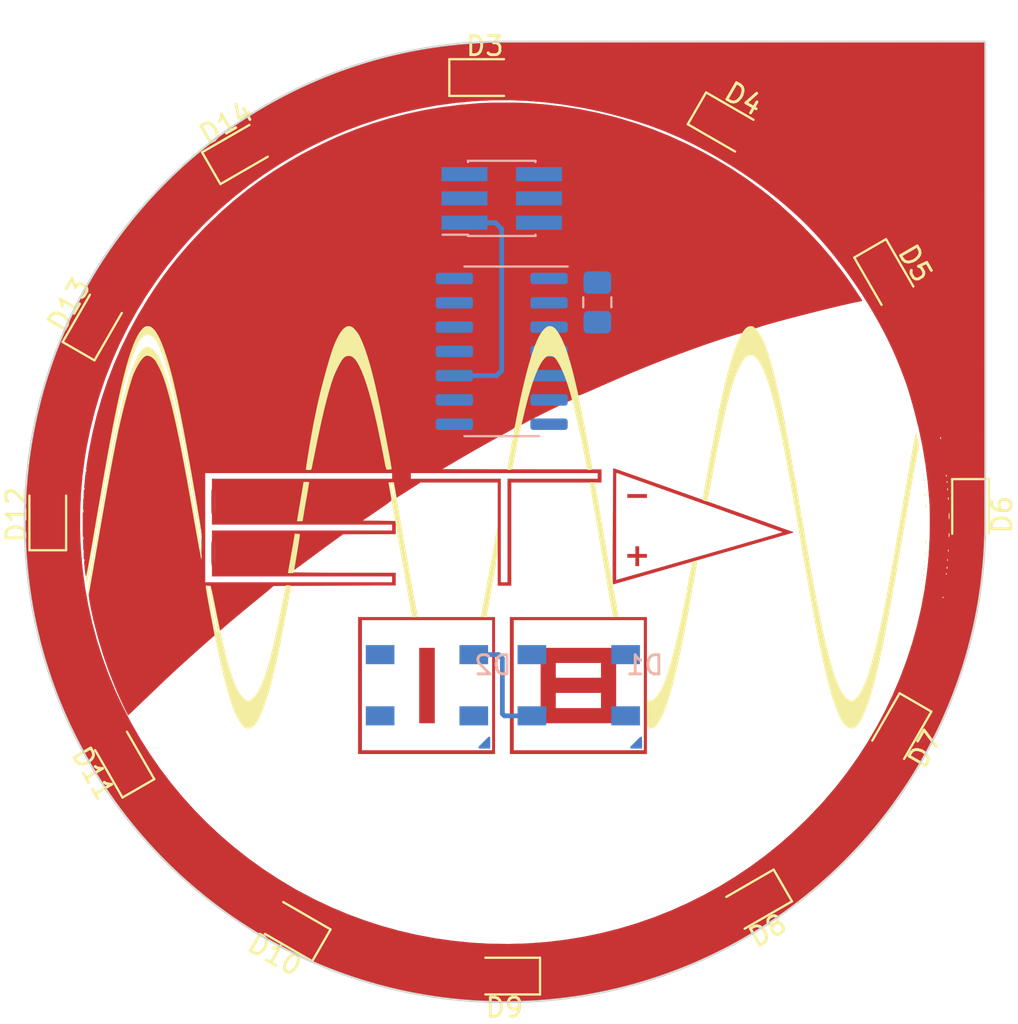
<source format=kicad_pcb>
(kicad_pcb (version 20211014) (generator pcbnew)
  (layers (0 "F.Cu" signal) (31 "B.Cu" signal) (34 "B.Paste" user) (35 "F.Paste" user) (36 "B.SilkS" user "B.Silkscreen") (37 "F.SilkS" user "F.Silkscreen") (38 "B.Mask" user) (39 "F.Mask" user) (44 "Edge.Cuts" user))
  (net 0 "")
  (net 1 "VCC")
  (net 2 "Net-(D1-Pad2)")
  (net 3 "GND")
  (net 30 "/UDPI")
  (footprint "LED_SMD:LED_0805_2012Metric_Pad1.15x1.40mm_HandSolder" (layer "F.Cu") (at 199.145 153.67 180)
    (fp_text reference "D9")
    (fp_text value "LED")
  )
  (footprint "LED_SMD:LED_0805_2012Metric_Pad1.15x1.40mm_HandSolder" (layer "F.Cu") (at 179.07 142.24 120)
    (fp_text reference "D11")
    (fp_text value "LED")
  )
  (footprint "LED_SMD:LED_0805_2012Metric_Pad1.15x1.40mm_HandSolder" (layer "F.Cu") (at 187.96 151.13 150)
    (fp_text reference "D10")
    (fp_text value "LED")
  )
  (footprint "LED_SMD:LED_0805_2012Metric_Pad1.15x1.40mm_HandSolder" (layer "F.Cu") (at 219.71 140.97 -120)
    (fp_text reference "D7")
    (fp_text value "LED")
  )
  (footprint "LED_SMD:LED_0805_2012Metric_Pad1.15x1.40mm_HandSolder" (layer "F.Cu") (at 219.1975 117.222324 -60)
    (fp_text reference "D5")
    (fp_text value "LED")
  )
  (footprint "LED_SMD:LED_0805_2012Metric_Pad1.15x1.40mm_HandSolder" (layer "F.Cu") (at 212.09 149.86 -150)
    (fp_text reference "D8")
    (fp_text value "LED")
  )
  (footprint "LED_SMD:LED_0805_2012Metric_Pad1.15x1.40mm_HandSolder" (layer "F.Cu") (at 185.42 110.49 30)
    (fp_text reference "D14")
    (fp_text value "LED")
  )
  (footprint "LED_SMD:LED_0805_2012Metric_Pad1.15x1.40mm_HandSolder" (layer "F.Cu") (at 198.12 106.68)
    (fp_text reference "D3")
    (fp_text value "LED")
  )
  (footprint "badge:layers" (layer "F.Cu") (at 195.58 133.8)
    (fp_text reference "B1" hide)
    (fp_text value "Badge" hide)
    (fp_line (start 28.7098 -14.0887) (end 28.7098 -14.1881) (layer "Edge.Cuts") (width 0.1))
    (fp_line (start -18.9781 7.1474) (end -18.9338 7.2374) (layer "Edge.Cuts") (width 0.1))
    (fp_line (start -19.6975 -13.3042) (end -19.7347 -13.2118) (layer "Edge.Cuts") (width 0.1))
    (fp_line (start 28.7098 -10.3994) (end 28.7098 -10.4991) (layer "Edge.Cuts") (width 0.1))
    (fp_line (start -20.25 -11.8028) (end -20.2813 -11.7079) (layer "Edge.Cuts") (width 0.1))
    (fp_line (start 28.7098 -24.9469) (end 28.7098 -25.0465) (layer "Edge.Cuts") (width 0.1))
    (fp_line (start 28.7098 -9.7022) (end 28.7098 -9.8016) (layer "Edge.Cuts") (width 0.1))
    (fp_line (start -2.3785 -28.286) (end -2.475 -28.2623) (layer "Edge.Cuts") (width 0.1))
    (fp_line (start 24.1084 10.6086) (end 24.1659 10.527) (layer "Edge.Cuts") (width 0.1))
    (fp_line (start -6.1056 19.2918) (end -6.0134 19.3303) (layer "Edge.Cuts") (width 0.1))
    (fp_line (start 28.7098 -4.212) (end 28.7098 -4.3125) (layer "Edge.Cuts") (width 0.1))
    (fp_line (start 24.2867 -29) (end 24.1864 -29) (layer "Edge.Cuts") (width 0.1))
    (fp_line (start 2.8256 21.2211) (end 2.9257 21.2239) (layer "Edge.Cuts") (width 0.1))
    (fp_line (start 28.7098 -9.2016) (end 28.7098 -9.3018) (layer "Edge.Cuts") (width 0.1))
    (fp_line (start 28.7098 -23.8516) (end 28.7098 -23.9515) (layer "Edge.Cuts") (width 0.1))
    (fp_line (start -13.9434 -21.8649) (end -14.0152 -21.7946) (layer "Edge.Cuts") (width 0.1))
    (fp_line (start 9.4379 -29) (end 9.3383 -29) (layer "Edge.Cuts") (width 0.1))
    (fp_line (start 9.27 20.5882) (end 9.3678 20.5654) (layer "Edge.Cuts") (width 0.1))
    (fp_line (start -21.5238 -3.9502) (end -21.5239 -3.8507) (layer "Edge.Cuts") (width 0.1))
    (fp_line (start 4.8242 21.2029) (end 4.924 21.1979) (layer "Edge.Cuts") (width 0.1))
    (fp_line (start -21.15 -8.2256) (end -21.1669 -8.1277) (layer "Edge.Cuts") (width 0.1))
    (fp_line (start -21.2051 0.1289) (end -21.1891 0.2274) (layer "Edge.Cuts") (width 0.1))
    (fp_line (start 28.6972 -3.1149) (end 28.7 -3.2149) (layer "Edge.Cuts") (width 0.1))
    (fp_line (start -16.8667 -18.456) (end -16.9246 -18.3746) (layer "Edge.Cuts") (width 0.1))
    (fp_line (start 13.1675 19.343) (end 13.2592 19.3049) (layer "Edge.Cuts") (width 0.1))
    (fp_line (start -19.8804 -12.8391) (end -19.916 -12.7453) (layer "Edge.Cuts") (width 0.1))
    (fp_line (start 26.8816 5.5385) (end 26.9188 5.4461) (layer "Edge.Cuts") (width 0.1))
    (fp_line (start -20.8566 1.892) (end -20.8335 1.9894) (layer "Edge.Cuts") (width 0.1))
    (fp_line (start 27.2044 4.6981) (end 27.2384 4.6039) (layer "Edge.Cuts") (width 0.1))
    (fp_line (start -15.7698 -19.8827) (end -15.8333 -19.8057) (layer "Edge.Cuts") (width 0.1))
    (fp_line (start 16.8066 17.4795) (end 16.8916 17.4266) (layer "Edge.Cuts") (width 0.1))
    (fp_line (start 28.7098 -25.5443) (end 28.7098 -25.6438) (layer "Edge.Cuts") (width 0.1))
    (fp_line (start -10.323 17.0286) (end -10.2397 17.0839) (layer "Edge.Cuts") (width 0.1))
    (fp_line (start 19.4002 -29) (end 19.3006 -29) (layer "Edge.Cuts") (width 0.1))
    (fp_line (start 28.7098 -5.0111) (end 28.7098 -5.1109) (layer "Edge.Cuts") (width 0.1))
    (fp_line (start -18.0631 -16.6144) (end -18.1137 -16.5282) (layer "Edge.Cuts") (width 0.1))
    (fp_line (start -16.3306 -19.1797) (end -16.3912 -19.1005) (layer "Edge.Cuts") (width 0.1))
    (fp_line (start -21.1728 0.3255) (end -21.1561 0.4233) (layer "Edge.Cuts") (width 0.1))
    (fp_line (start 28.7098 -11.196) (end 28.7098 -11.2958) (layer "Edge.Cuts") (width 0.1))
    (fp_line (start 7.048 -29) (end 6.9485 -29) (layer "Edge.Cuts") (width 0.1))
    (fp_line (start -15.8333 -19.8057) (end -15.8969 -19.7278) (layer "Edge.Cuts") (width 0.1))
    (fp_line (start -20.9869 1.3073) (end -20.9661 1.4052) (layer "Edge.Cuts") (width 0.1))
    (fp_line (start -21.293 -0.4635) (end -21.2794 -0.3648) (layer "Edge.Cuts") (width 0.1))
    (fp_line (start 14.8163 -29) (end 14.7164 -29) (layer "Edge.Cuts") (width 0.1))
    (fp_line (start -19.0067 -14.8563) (end -19.0502 -14.7663) (layer "Edge.Cuts") (width 0.1))
    (fp_line (start -21.0073 1.209) (end -20.9869 1.3073) (layer "Edge.Cuts") (width 0.1))
    (fp_line (start 28.7098 -16.2802) (end 28.7098 -16.3799) (layer "Edge.Cuts") (width 0.1))
    (fp_line (start -5.8916 -27.1478) (end -5.9839 -27.1099) (layer "Edge.Cuts") (width 0.1))
    (fp_line (start 23.575 11.3344) (end 23.6354 11.2549) (layer "Edge.Cuts") (width 0.1))
    (fp_line (start 5.0234 21.1925) (end 5.1225 21.1868) (layer "Edge.Cuts") (width 0.1))
    (fp_line (start 17.9061 -29) (end 17.8063 -29) (layer "Edge.Cuts") (width 0.1))
    (fp_line (start 12.2279 -29) (end 12.1287 -29) (layer "Edge.Cuts") (width 0.1))
    (fp_line (start 28.7098 -4.0092) (end 28.7098 -4.1112) (layer "Edge.Cuts") (width 0.1))
    (fp_line (start -13.8941 14.1455) (end -13.8225 14.2147) (layer "Edge.Cuts") (width 0.1))
    (fp_line (start -21.3951 -6.4434) (end -21.405 -6.3439) (layer "Edge.Cuts") (width 0.1))
    (fp_line (start 3.258 -28.9978) (end 3.1576 -28.9963) (layer "Edge.Cuts") (width 0.1))
    (fp_line (start 28.7098 -16.8782) (end 28.7098 -16.9777) (layer "Edge.Cuts") (width 0.1))
    (fp_line (start 3.326 21.2312) (end 3.4263 21.2321) (layer "Edge.Cuts") (width 0.1))
    (fp_line (start 0.0726 -28.7553) (end -0.0257 -28.7414) (layer "Edge.Cuts") (width 0.1))
    (fp_line (start -20.0202 -12.4638) (end -20.0542 -12.3696) (layer "Edge.Cuts") (width 0.1))
    (fp_line (start 27.7794 -29) (end 27.68 -29) (layer "Edge.Cuts") (width 0.1))
    (fp_line (start 26.2343 7.0005) (end 26.2773 6.9108) (layer "Edge.Cuts") (width 0.1))
    (fp_line (start 1.9279 21.1783) (end 2.0278 21.1847) (layer "Edge.Cuts") (width 0.1))
    (fp_line (start 17.894 16.7659) (end 17.9756 16.709) (layer "Edge.Cuts") (width 0.1))
    (fp_line (start -21.4874 -5.2498) (end -21.4926 -5.1496) (layer "Edge.Cuts") (width 0.1))
    (fp_line (start 28.7098 -17.178) (end 28.7098 -17.2772) (layer "Edge.Cuts") (width 0.1))
    (fp_line (start 7.8991 20.8648) (end 7.9972 20.8477) (layer "Edge.Cuts") (width 0.1))
    (fp_line (start 20.7944 -29) (end 20.6945 -29) (layer "Edge.Cuts") (width 0.1))
    (fp_line (start -12.7635 -22.9451) (end -12.8393 -22.8797) (layer "Edge.Cuts") (width 0.1))
    (fp_line (start -21.066 0.9151) (end -21.0469 1.0126) (layer "Edge.Cuts") (width 0.1))
    (fp_line (start 6.7141 21.0405) (end 6.8139 21.0279) (layer "Edge.Cuts") (width 0.1))
    (fp_line (start 12.7966 19.4926) (end 12.8892 19.4559) (layer "Edge.Cuts") (width 0.1))
    (fp_line (start 28.7098 -27.7353) (end 28.7098 -27.8351) (layer "Edge.Cuts") (width 0.1))
    (fp_line (start 26.8058 5.7235) (end 26.8439 5.631) (layer "Edge.Cuts") (width 0.1))
    (fp_line (start -17.9261 9.0766) (end -17.8745 9.1619) (layer "Edge.Cuts") (width 0.1))
    (fp_line (start 7.846 -29) (end 7.7455 -29) (layer "Edge.Cuts") (width 0.1))
    (fp_line (start 7.4467 -29) (end 7.3477 -29) (layer "Edge.Cuts") (width 0.1))
    (fp_line (start 5.9529 -29) (end 5.8539 -29) (layer "Edge.Cuts") (width 0.1))
    (fp_line (start 25.3976 8.5893) (end 25.4471 8.5026) (layer "Edge.Cuts") (width 0.1))
    (fp_line (start 28.185 1.2431) (end 28.2051 1.1453) (layer "Edge.Cuts") (width 0.1))
    (fp_line (start -21.4265 -1.6559) (end -21.4176 -1.5569) (layer "Edge.Cuts") (width 0.1))
    (fp_line (start 28.6476 -2.1177) (end 28.6543 -2.2173) (layer "Edge.Cuts") (width 0.1))
    (fp_line (start 28.7098 -8.7034) (end 28.7098 -8.8026) (layer "Edge.Cuts") (width 0.1))
    (fp_line (start 1.4301 21.1408) (end 1.5296 21.1491) (layer "Edge.Cuts") (width 0.1))
    (fp_line (start -8.9375 -25.6562) (end -9.0242 -25.606) (layer "Edge.Cuts") (width 0.1))
    (fp_line (start 28.7098 -9.1016) (end 28.7098 -9.2016) (layer "Edge.Cuts") (width 0.1))
    (fp_line (start 28.7098 -7.6065) (end 28.7098 -7.7065) (layer "Edge.Cuts") (width 0.1))
    (fp_line (start -3.1811 20.3087) (end -3.0842 20.3355) (layer "Edge.Cuts") (width 0.1))
    (fp_line (start 25.2976 8.7622) (end 25.3477 8.676) (layer "Edge.Cuts") (width 0.1))
    (fp_line (start 28.7098 -21.0607) (end 28.7098 -21.1607) (layer "Edge.Cuts") (width 0.1))
    (fp_line (start 6.7507 -29) (end 6.6518 -29) (layer "Edge.Cuts") (width 0.1))
    (fp_line (start 21.2959 -29) (end 21.1954 -29) (layer "Edge.Cuts") (width 0.1))
    (fp_line (start 27.2719 4.51) (end 27.3051 4.4157) (layer "Edge.Cuts") (width 0.1))
    (fp_line (start 28.7098 -10.2) (end 28.7098 -10.2997) (layer "Edge.Cuts") (width 0.1))
    (fp_line (start 28.7098 -12.5922) (end 28.7098 -12.692) (layer "Edge.Cuts") (width 0.1))
    (fp_line (start 28.7098 -21.3602) (end 28.7098 -21.4601) (layer "Edge.Cuts") (width 0.1))
    (fp_line (start -20.7373 2.3772) (end -20.7122 2.4744) (layer "Edge.Cuts") (width 0.1))
    (fp_line (start 4.2574 -29) (end 4.1576 -29) (layer "Edge.Cuts") (width 0.1))
    (fp_line (start 17.3132 17.1571) (end 17.3964 17.1025) (layer "Edge.Cuts") (width 0.1))
    (fp_line (start -2.2815 -28.3094) (end -2.3785 -28.286) (layer "Edge.Cuts") (width 0.1))
    (fp_line (start -6.1983 19.2528) (end -6.1056 19.2918) (layer "Edge.Cuts") (width 0.1))
    (fp_line (start -4.4891 -27.6715) (end -4.5834 -27.6393) (layer "Edge.Cuts") (width 0.1))
    (fp_line (start 14.6172 -29) (end 14.518 -29) (layer "Edge.Cuts") (width 0.1))
    (fp_line (start -3.2776 20.2815) (end -3.1811 20.3087) (layer "Edge.Cuts") (width 0.1))
    (fp_line (start 28.7098 -27.2354) (end 28.7098 -27.3351) (layer "Edge.Cuts") (width 0.1))
    (fp_line (start 28.7098 -10.4991) (end 28.7098 -10.5988) (layer "Edge.Cuts") (width 0.1))
    (fp_line (start 28.7098 -8.9021) (end 28.7098 -9.0017) (layer "Edge.Cuts") (width 0.1))
    (fp_line (start 18.221 16.5351) (end 18.3023 16.4766) (layer "Edge.Cuts") (width 0.1))
    (fp_line (start 28.7061 -3.5152) (end 28.7073 -3.6152) (layer "Edge.Cuts") (width 0.1))
    (fp_line (start 26.6095 6.1841) (end 26.6495 6.0922) (layer "Edge.Cuts") (width 0.1))
    (fp_line (start 20.0988 15.0474) (end 20.174 14.9815) (layer "Edge.Cuts") (width 0.1))
    (fp_line (start 3.4263 21.2321) (end 3.5259 21.2325) (layer "Edge.Cuts") (width 0.1))
    (fp_line (start -21.3276 -7.0396) (end -21.3398 -6.9402) (layer "Edge.Cuts") (width 0.1))
    (fp_line (start 15.5138 -29) (end 15.414 -29) (layer "Edge.Cuts") (width 0.1))
    (fp_line (start 28.7098 -22.6559) (end 28.7098 -22.7551) (layer "Edge.Cuts") (width 0.1))
    (fp_line (start 28.7098 -23.7522) (end 28.7098 -23.8516) (layer "Edge.Cuts") (width 0.1))
    (fp_line (start -21.4719 -2.2544) (end -21.4653 -2.1544) (layer "Edge.Cuts") (width 0.1))
    (fp_line (start 20.3229 14.8495) (end 20.3975 14.7825) (layer "Edge.Cuts") (width 0.1))
    (fp_line (start -15.98 11.8578) (end -15.9175 11.9352) (layer "Edge.Cuts") (width 0.1))
    (fp_line (start -4.9879 19.7288) (end -4.8937 19.7628) (layer "Edge.Cuts") (width 0.1))
    (fp_line (start -19.7717 -13.1188) (end -19.8082 -13.0258) (layer "Edge.Cuts") (width 0.1))
    (fp_line (start 28.7098 -28.5354) (end 28.7098 -28.6363) (layer "Edge.Cuts") (width 0.1))
    (fp_line (start 18.4631 16.3592) (end 18.543 16.3002) (layer "Edge.Cuts") (width 0.1))
    (fp_line (start -9.7927 -25.14) (end -9.8778 -25.0861) (layer "Edge.Cuts") (width 0.1))
    (fp_line (start 14.713 18.6428) (end 14.8025 18.5983) (layer "Edge.Cuts") (width 0.1))
    (fp_line (start 9.1724 20.6106) (end 9.27 20.5882) (layer "Edge.Cuts") (width 0.1))
    (fp_line (start 18.8034 -29) (end 18.703 -29) (layer "Edge.Cuts") (width 0.1))
    (fp_line (start -17.7528 -17.1269) (end -17.8052 -17.0423) (layer "Edge.Cuts") (width 0.1))
    (fp_line (start 24.8304 9.5304) (end 24.8836 9.446) (layer "Edge.Cuts") (width 0.1))
    (fp_line (start 15.3348 18.3244) (end 15.4225 18.2776) (layer "Edge.Cuts") (width 0.1))
    (fp_line (start 27.2806 -29) (end 27.1803 -29) (layer "Edge.Cuts") (width 0.1))
    (fp_line (start 27.979 -29) (end 27.8791 -29) (layer "Edge.Cuts") (width 0.1))
    (fp_line (start 27.4655 3.9423) (end 27.4962 3.8478) (layer "Edge.Cuts") (width 0.1))
    (fp_line (start -20.6349 2.7634) (end -20.6084 2.8594) (layer "Edge.Cuts") (width 0.1))
    (fp_line (start 28.7098 -12.9916) (end 28.7098 -13.0918) (layer "Edge.Cuts") (width 0.1))
    (fp_line (start 28.7098 -10.7981) (end 28.7098 -10.8977) (layer "Edge.Cuts") (width 0.1))
    (fp_line (start 28.6607 -2.3172) (end 28.6666 -2.4162) (layer "Edge.Cuts") (width 0.1))
    (fp_line (start 8.4405 -29) (end 8.3417 -29) (layer "Edge.Cuts") (width 0.1))
    (fp_line (start 1.1649 -28.8842) (end 1.0647 -28.8744) (layer "Edge.Cuts") (width 0.1))
    (fp_line (start 28.4864 -0.5272) (end 28.4994 -0.6264) (layer "Edge.Cuts") (width 0.1))
    (fp_line (start 28.7098 -21.8582) (end 28.7098 -21.9584) (layer "Edge.Cuts") (width 0.1))
    (fp_line (start -8.7927 17.9717) (end -8.7056 18.0209) (layer "Edge.Cuts") (width 0.1))
    (fp_line (start -12.6123 -23.0739) (end -12.6881 -23.0096) (layer "Edge.Cuts") (width 0.1))
    (fp_line (start -19.5442 -13.6741) (end -19.5832 -13.5815) (layer "Edge.Cuts") (width 0.1))
    (fp_line (start -1.0112 -28.5791) (end -1.1095 -28.5606) (layer "Edge.Cuts") (width 0.1))
    (fp_line (start -7.1703 -26.5837) (end -7.2604 -26.5407) (layer "Edge.Cuts") (width 0.1))
    (fp_line (start 10.4346 -29) (end 10.3348 -29) (layer "Edge.Cuts") (width 0.1))
    (fp_line (start 28.7098 -8.6045) (end 28.7098 -8.7034) (layer "Edge.Cuts") (width 0.1))
    (fp_line (start -12.9904 -22.7479) (end -13.065 -22.682) (layer "Edge.Cuts") (width 0.1))
    (fp_line (start 28.7098 -5.7126) (end 28.7098 -5.8126) (layer "Edge.Cuts") (width 0.1))
    (fp_line (start 28.7098 -25.0465) (end 28.7098 -25.1456) (layer "Edge.Cuts") (width 0.1))
    (fp_line (start -18.7391 -15.3902) (end -18.7845 -15.3017) (layer "Edge.Cuts") (width 0.1))
    (fp_line (start -15.0732 12.9221) (end -15.0057 12.9968) (layer "Edge.Cuts") (width 0.1))
    (fp_line (start -16.2285 11.5442) (end -16.1669 11.6229) (layer "Edge.Cuts") (width 0.1))
    (fp_line (start -11.5992 -23.8865) (end -11.6786 -23.8259) (layer "Edge.Cuts") (width 0.1))
    (fp_line (start -20.5175 -10.9455) (end -20.5453 -10.8497) (layer "Edge.Cuts") (width 0.1))
    (fp_line (start -10.735 16.748) (end -10.653 16.8048) (layer "Edge.Cuts") (width 0.1))
    (fp_line (start 24.6142 9.8661) (end 24.669 9.7821) (layer "Edge.Cuts") (width 0.1))
    (fp_line (start -21.5184 -3.3498) (end -21.5161 -3.2501) (layer "Edge.Cuts") (width 0.1))
    (fp_line (start 28.7098 -26.9367) (end 28.7098 -27.0366) (layer "Edge.Cuts") (width 0.1))
    (fp_line (start 26.2773 6.9108) (end 26.3201 6.8205) (layer "Edge.Cuts") (width 0.1))
    (fp_line (start 23.3302 11.6501) (end 23.3918 11.5717) (layer "Edge.Cuts") (width 0.1))
    (fp_line (start -17.5392 -17.4645) (end -17.5929 -17.3807) (layer "Edge.Cuts") (width 0.1))
    (fp_line (start -20.8335 1.9894) (end -20.8101 2.0863) (layer "Edge.Cuts") (width 0.1))
    (fp_line (start 28.5695 -1.223) (end 28.5797 -1.322) (layer "Edge.Cuts") (width 0.1))
    (fp_line (start 3.9561 -29) (end 3.8554 -29) (layer "Edge.Cuts") (width 0.1))
    (fp_line (start -6.0134 19.3303) (end -5.9208 19.3684) (layer "Edge.Cuts") (width 0.1))
    (fp_line (start 9.3383 -29) (end 9.2385 -29) (layer "Edge.Cuts") (width 0.1))
    (fp_line (start 28.7098 -25.1456) (end 28.7098 -25.2446) (layer "Edge.Cuts") (width 0.1))
    (fp_line (start -7.7078 -26.3204) (end -7.7968 -26.2753) (layer "Edge.Cuts") (width 0.1))
    (fp_line (start 28.7098 -6.4108) (end 28.7098 -6.5104) (layer "Edge.Cuts") (width 0.1))
    (fp_line (start 28.7098 -22.1575) (end 28.7098 -22.2574) (layer "Edge.Cuts") (width 0.1))
    (fp_line (start 19.8003 -29) (end 19.7005 -29) (layer "Edge.Cuts") (width 0.1))
    (fp_line (start -19.6598 -13.3967) (end -19.6975 -13.3042) (layer "Edge.Cuts") (width 0.1))
    (fp_line (start 7.9972 20.8477) (end 8.0962 20.8299) (layer "Edge.Cuts") (width 0.1))
    (fp_line (start -13.8716 -21.9348) (end -13.9434 -21.8649) (layer "Edge.Cuts") (width 0.1))
    (fp_line (start 28.7098 -15.7814) (end 28.7098 -15.8813) (layer "Edge.Cuts") (width 0.1))
    (fp_line (start -0.1239 -28.727) (end -0.2229 -28.7121) (layer "Edge.Cuts") (width 0.1))
    (fp_line (start -1.5995 -28.4628) (end -1.6974 -28.442) (layer "Edge.Cuts") (width 0.1))
    (fp_line (start -2.0863 -28.3554) (end -2.1841 -28.3325) (layer "Edge.Cuts") (width 0.1))
    (fp_line (start -21.4404 -5.9464) (end -21.4483 -5.8468) (layer "Edge.Cuts") (width 0.1))
    (fp_line (start -5.0817 19.6945) (end -4.9879 19.7288) (layer "Edge.Cuts") (width 0.1))
    (fp_line (start 0.4696 -28.8078) (end 0.3697 -28.7952) (layer "Edge.Cuts") (width 0.1))
    (fp_line (start 13.6212 -29) (end 13.5217 -29) (layer "Edge.Cuts") (width 0.1))
    (fp_line (start -5.5205 -27.2957) (end -5.613 -27.2595) (layer "Edge.Cuts") (width 0.1))
    (fp_line (start -6.4432 -26.9149) (end -6.5342 -26.875) (layer "Edge.Cuts") (width 0.1))
    (fp_line (start -13.1393 -22.6159) (end -13.2139 -22.5489) (layer "Edge.Cuts") (width 0.1))
    (fp_line (start 28.7098 -13.3905) (end 28.7098 -13.4896) (layer "Edge.Cuts") (width 0.1))
    (fp_line (start -13.4592 14.5575) (end -13.3853 14.6256) (layer "Edge.Cuts") (width 0.1))
    (fp_line (start -21.1996 -7.9308) (end -21.2154 -7.8317) (layer "Edge.Cuts") (width 0.1))
    (fp_line (start -19.8082 -13.0258) (end -19.8446 -12.9324) (layer "Edge.Cuts") (width 0.1))
    (fp_line (start -21.2208 0.03) (end -21.2051 0.1289) (layer "Edge.Cuts") (width 0.1))
    (fp_line (start 4.4563 -29) (end 4.3566 -29) (layer "Edge.Cuts") (width 0.1))
    (fp_line (start -8.9661 17.8723) (end -8.8794 17.9222) (layer "Edge.Cuts") (width 0.1))
    (fp_line (start 28.7098 -8.3049) (end 28.7098 -8.4052) (layer "Edge.Cuts") (width 0.1))
    (fp_line (start -13.3114 14.6931) (end -13.2378 14.7599) (layer "Edge.Cuts") (width 0.1))
    (fp_line (start 0.6677 -28.8316) (end 0.569 -28.8199) (layer "Edge.Cuts") (width 0.1))
    (fp_line (start -12.7122 15.2216) (end -12.6366 15.286) (layer "Edge.Cuts") (width 0.1))
    (fp_line (start -18.7538 7.5942) (end -18.7078 7.6831) (layer "Edge.Cuts") (width 0.1))
    (fp_line (start 13.5354 19.1877) (end 13.6268 19.148) (layer "Edge.Cuts") (width 0.1))
    (fp_line (start -19.9621 4.8547) (end -19.9272 4.948) (layer "Edge.Cuts") (width 0.1))
    (fp_line (start -10.8989 16.633) (end -10.8173 16.6905) (layer "Edge.Cuts") (width 0.1))
    (fp_line (start -18.0799 8.8184) (end -18.0291 8.9044) (layer "Edge.Cuts") (width 0.1))
    (fp_line (start 17.2094 -29) (end 17.1101 -29) (layer "Edge.Cuts") (width 0.1))
    (fp_line (start -20.1861 -11.9926) (end -20.2183 -11.8975) (layer "Edge.Cuts") (width 0.1))
    (fp_line (start 14.8025 18.5983) (end 14.8914 18.5536) (layer "Edge.Cuts") (width 0.1))
    (fp_line (start 20.0986 -29) (end 19.9995 -29) (layer "Edge.Cuts") (width 0.1))
    (fp_line (start -4.4216 19.927) (end -4.3269 19.9586) (layer "Edge.Cuts") (width 0.1))
    (fp_line (start 14.8914 18.5536) (end 14.9803 18.5085) (layer "Edge.Cuts") (width 0.1))
    (fp_line (start -16.8082 -18.5377) (end -16.8667 -18.456) (layer "Edge.Cuts") (width 0.1))
    (fp_line (start 28.7098 -16.1799) (end 28.7098 -16.2802) (layer "Edge.Cuts") (width 0.1))
    (fp_line (start -15.1851 -20.5644) (end -15.2514 -20.4896) (layer "Edge.Cuts") (width 0.1))
    (fp_line (start 8.0962 20.8299) (end 8.1949 20.8119) (layer "Edge.Cuts") (width 0.1))
    (fp_line (start 28.7044 -3.4157) (end 28.7061 -3.5152) (layer "Edge.Cuts") (width 0.1))
    (fp_line (start 28.7098 -18.3726) (end 28.7098 -18.4726) (layer "Edge.Cuts") (width 0.1))
    (fp_line (start -18.3124 -16.1814) (end -18.3611 -16.0944) (layer "Edge.Cuts") (width 0.1))
    (fp_line (start -17.5563 9.6704) (end -17.5022 9.7544) (layer "Edge.Cuts") (width 0.1))
    (fp_line (start 25.7821 -29) (end 25.6824 -29) (layer "Edge.Cuts") (width 0.1))
    (fp_line (start 19.9472 15.1787) (end 20.023 15.1133) (layer "Edge.Cuts") (width 0.1))
    (fp_line (start 5.5557 -29) (end 5.4564 -29) (layer "Edge.Cuts") (width 0.1))
    (fp_line (start 16.412 -29) (end 16.3118 -29) (layer "Edge.Cuts") (width 0.1))
    (fp_line (start -19.916 -12.7453) (end -19.9511 -12.6517) (layer "Edge.Cuts") (width 0.1))
    (fp_line (start -16.6909 -18.6994) (end -16.7497 -18.6187) (layer "Edge.Cuts") (width 0.1))
    (fp_line (start 2.9257 21.2239) (end 3.0264 21.2264) (layer "Edge.Cuts") (width 0.1))
    (fp_line (start 2.5265 21.2104) (end 2.6265 21.2144) (layer "Edge.Cuts") (width 0.1))
    (fp_line (start 8.84 -29) (end 8.7406 -29) (layer "Edge.Cuts") (width 0.1))
    (fp_line (start 23.206 11.8065) (end 23.268 11.7287) (layer "Edge.Cuts") (width 0.1))
    (fp_line (start -20.4608 -11.1368) (end -20.4895 -11.0408) (layer "Edge.Cuts") (width 0.1))
    (fp_line (start 11.132 -29) (end 11.0327 -29) (layer "Edge.Cuts") (width 0.1))
    (fp_line (start -8.7056 18.0209) (end -8.6186 18.0697) (layer "Edge.Cuts") (width 0.1))
    (fp_line (start 3.0264 21.2264) (end 3.1265 21.2284) (layer "Edge.Cuts") (width 0.1))
    (fp_line (start -6.5342 -26.875) (end -6.6251 -26.8347) (layer "Edge.Cuts") (width 0.1))
    (fp_line (start -14.8032 13.2171) (end -14.7347 13.2904) (layer "Edge.Cuts") (width 0.1))
    (fp_line (start 22.4913 -29) (end 22.3917 -29) (layer "Edge.Cuts") (width 0.1))
    (fp_line (start -10.2128 -24.8691) (end -10.2963 -24.8138) (layer "Edge.Cuts") (width 0.1))
    (fp_line (start 1.7292 21.1646) (end 1.8284 21.1716) (layer "Edge.Cuts") (width 0.1))
    (fp_line (start 28.633 -1.9186) (end 28.6405 -2.0186) (layer "Edge.Cuts") (width 0.1))
    (fp_line (start -8.2682 18.2613) (end -8.1801 18.3084) (layer "Edge.Cuts") (width 0.1))
    (fp_line (start 9.6586 20.4951) (end 9.7553 20.4709) (layer "Edge.Cuts") (width 0.1))
    (fp_line (start 16.9763 17.3734) (end 17.0614 17.3195) (layer "Edge.Cuts") (width 0.1))
    (fp_line (start 28.7098 -6.6102) (end 28.7098 -6.7102) (layer "Edge.Cuts") (width 0.1))
    (fp_line (start 21.5513 13.675) (end 21.6209 13.6036) (layer "Edge.Cuts") (width 0.1))
    (fp_line (start -20.0877 -12.2757) (end -20.1209 -12.1814) (layer "Edge.Cuts") (width 0.1))
    (fp_line (start 25.4838 -29) (end 25.3839 -29) (layer "Edge.Cuts") (width 0.1))
    (fp_line (start 24.3366 10.2806) (end 24.393 10.1978) (layer "Edge.Cuts") (width 0.1))
    (fp_line (start 28.7098 -7.1077) (end 28.7098 -7.2076) (layer "Edge.Cuts") (width 0.1))
    (fp_line (start 28.7098 -17.0781) (end 28.7098 -17.178) (layer "Edge.Cuts") (width 0.1))
    (fp_line (start 14.2634 18.8596) (end 14.3539 18.8168) (layer "Edge.Cuts") (width 0.1))
    (fp_line (start 27.3703 4.227) (end 27.4025 4.1319) (layer "Edge.Cuts") (width 0.1))
    (fp_line (start 6.516 21.0643) (end 6.6147 21.0526) (layer "Edge.Cuts") (width 0.1))
    (fp_line (start 23.1895 -29) (end 23.089 -29) (layer "Edge.Cuts") (width 0.1))
    (fp_line (start -21.4431 -1.8542) (end -21.435 -1.7549) (layer "Edge.Cuts") (width 0.1))
    (fp_line (start 27.4962 3.8478) (end 27.5268 3.7526) (layer "Edge.Cuts") (width 0.1))
    (fp_line (start 28.7098 -24.8467) (end 28.7098 -24.9469) (layer "Edge.Cuts") (width 0.1))
    (fp_line (start -16.1464 -19.4163) (end -16.208 -19.3379) (layer "Edge.Cuts") (width 0.1))
    (fp_line (start 9.7371 -29) (end 9.6372 -29) (layer "Edge.Cuts") (width 0.1))
    (fp_line (start 28.7098 -6.9092) (end 28.7098 -7.0085) (layer "Edge.Cuts") (width 0.1))
    (fp_line (start -0.8135 -28.6149) (end -0.9126 -28.5971) (layer "Edge.Cuts") (width 0.1))
    (fp_line (start 10.2391 20.3437) (end 10.3352 20.3172) (layer "Edge.Cuts") (width 0.1))
    (fp_line (start 28.7098 -19.5688) (end 28.7098 -19.6679) (layer "Edge.Cuts") (width 0.1))
    (fp_line (start -18.2631 -16.2685) (end -18.3124 -16.1814) (layer "Edge.Cuts") (width 0.1))
    (fp_line (start 16.1128 -29) (end 16.0134 -29) (layer "Edge.Cuts") (width 0.1))
    (fp_line (start -11.6786 -23.8259) (end -11.7574 -23.7652) (layer "Edge.Cuts") (width 0.1))
    (fp_line (start 2.4263 21.206) (end 2.5265 21.2104) (layer "Edge.Cuts") (width 0.1))
    (fp_line (start 19.0031 -29) (end 18.9033 -29) (layer "Edge.Cuts") (width 0.1))
    (fp_line (start 20.6945 -29) (end 20.5947 -29) (layer "Edge.Cuts") (width 0.1))
    (fp_line (start 13.9913 18.9855) (end 14.0818 18.9441) (layer "Edge.Cuts") (width 0.1))
    (fp_line (start -4.6772 -27.6068) (end -4.7711 -27.5739) (layer "Edge.Cuts") (width 0.1))
    (fp_line (start 28.7098 -6.5104) (end 28.7098 -6.6102) (layer "Edge.Cuts") (width 0.1))
    (fp_line (start 13.0752 19.3808) (end 13.1675 19.343) (layer "Edge.Cuts") (width 0.1))
    (fp_line (start 13.2592 19.3049) (end 13.351 19.2663) (layer "Edge.Cuts") (width 0.1))
    (fp_line (start 25.1842 -29) (end 25.0849 -29) (layer "Edge.Cuts") (width 0.1))
    (fp_line (start 28.7098 -21.9584) (end 28.7098 -22.0578) (layer "Edge.Cuts") (width 0.1))
    (fp_line (start 28.7098 -19.3693) (end 28.7098 -19.4695) (layer "Edge.Cuts") (width 0.1))
    (fp_line (start 28.7098 -21.6592) (end 28.7098 -21.7587) (layer "Edge.Cuts") (width 0.1))
    (fp_line (start -20.4317 -11.2328) (end -20.4608 -11.1368) (layer "Edge.Cuts") (width 0.1))
    (fp_line (start 8.2931 20.7935) (end 8.391 20.7747) (layer "Edge.Cuts") (width 0.1))
    (fp_line (start 22.697 12.4218) (end 22.7613 12.3461) (layer "Edge.Cuts") (width 0.1))
    (fp_line (start 18.383 16.4179) (end 18.4631 16.3592) (layer "Edge.Cuts") (width 0.1))
    (fp_line (start -20.7784 -9.9824) (end -20.8024 -9.8851) (layer "Edge.Cuts") (width 0.1))
    (fp_line (start 26.9558 5.353) (end 26.9924 5.2601) (layer "Edge.Cuts") (width 0.1))
    (fp_line (start 23.39 -29) (end 23.2898 -29) (layer "Edge.Cuts") (width 0.1))
    (fp_line (start -2.6996 20.438) (end -2.6033 20.4627) (layer "Edge.Cuts") (width 0.1))
    (fp_line (start 3.1265 21.2284) (end 3.2259 21.23) (layer "Edge.Cuts") (width 0.1))
    (fp_line (start 17.6468 16.9353) (end 17.7298 16.8789) (layer "Edge.Cuts") (width 0.1))
    (fp_line (start 27.7571 2.9879) (end 27.7843 2.8914) (layer "Edge.Cuts") (width 0.1))
    (fp_line (start 28.7098 -27.3351) (end 28.7098 -27.4352) (layer "Edge.Cuts") (width 0.1))
    (fp_line (start 28.7098 -9.3018) (end 28.7098 -9.4022) (layer "Edge.Cuts") (width 0.1))
    (fp_line (start -20.0645 4.5736) (end -20.0306 4.6678) (layer "Edge.Cuts") (width 0.1))
    (fp_line (start 28.7098 -6.2114) (end 28.7098 -6.3111) (layer "Edge.Cuts") (width 0.1))
    (fp_line (start 16.3799 17.7382) (end 16.4663 17.6868) (layer "Edge.Cuts") (width 0.1))
    (fp_line (start 28.7098 -19.0703) (end 28.7098 -19.1697) (layer "Edge.Cuts") (width 0.1))
    (fp_line (start -11.7834 15.9776) (end -11.704 16.039) (layer "Edge.Cuts") (width 0.1))
    (fp_line (start -10.0462 -24.978) (end -10.1296 -24.9237) (layer "Edge.Cuts") (width 0.1))
    (fp_line (start 4.6567 -29) (end 4.5565 -29) (layer "Edge.Cuts") (width 0.1))
    (fp_line (start -16.7674 10.8269) (end -16.7087 10.9075) (layer "Edge.Cuts") (width 0.1))
    (fp_line (start 5.8539 -29) (end 5.755 -29) (layer "Edge.Cuts") (width 0.1))
    (fp_line (start -18.3281 8.386) (end -18.2791 8.4729) (layer "Edge.Cuts") (width 0.1))
    (fp_line (start -20.0981 4.479) (end -20.0645 4.5736) (layer "Edge.Cuts") (width 0.1))
    (fp_line (start 28.7098 -9.4022) (end 28.7098 -9.5026) (layer "Edge.Cuts") (width 0.1))
    (fp_line (start 25.0931 9.1061) (end 25.1451 9.0199) (layer "Edge.Cuts") (width 0.1))
    (fp_line (start -15.7061 -19.9594) (end -15.7698 -19.8827) (layer "Edge.Cuts") (width 0.1))
    (fp_line (start -2.9596 -28.1368) (end -3.0555 -28.1108) (layer "Edge.Cuts") (width 0.1))
    (fp_line (start 8.4884 20.7557) (end 8.5861 20.7362) (layer "Edge.Cuts") (width 0.1))
    (fp_line (start -21.5229 -3.6511) (end -21.5218 -3.5503) (layer "Edge.Cuts") (width 0.1))
    (fp_line (start 28.7098 -7.0085) (end 28.7098 -7.1077) (layer "Edge.Cuts") (width 0.1))
    (fp_line (start -18.8743 -15.1244) (end -18.9188 -15.0351) (layer "Edge.Cuts") (width 0.1))
    (fp_line (start -21.3849 -6.5424) (end -21.3951 -6.4434) (layer "Edge.Cuts") (width 0.1))
    (fp_line (start -21.3984 -1.357) (end -21.3882 -1.2571) (layer "Edge.Cuts") (width 0.1))
    (fp_line (start 8.6407 -29) (end 8.5404 -29) (layer "Edge.Cuts") (width 0.1))
    (fp_line (start 24.2802 10.3628) (end 24.3366 10.2806) (layer "Edge.Cuts") (width 0.1))
    (fp_line (start -21.5197 -4.3496) (end -21.5213 -4.2502) (layer "Edge.Cuts") (width 0.1))
    (fp_line (start 28.1791 -29) (end 28.079 -29) (layer "Edge.Cuts") (width 0.1))
    (fp_line (start -9.5385 -25.2984) (end -9.6231 -25.2462) (layer "Edge.Cuts") (width 0.1))
    (fp_line (start 22.6319 12.4976) (end 22.697 12.4218) (layer "Edge.Cuts") (width 0.1))
    (fp_line (start 28.7098 -22.7551) (end 28.7098 -22.8551) (layer "Edge.Cuts") (width 0.1))
    (fp_line (start 2.3264 21.2013) (end 2.4263 21.206) (layer "Edge.Cuts") (width 0.1))
    (fp_line (start 5.1225 21.1868) (end 5.2216 21.1806) (layer "Edge.Cuts") (width 0.1))
    (fp_line (start 11.1024 20.0906) (end 11.1976 20.0606) (layer "Edge.Cuts") (width 0.1))
    (fp_line (start 28.7098 -17.3766) (end 28.7098 -17.4769) (layer "Edge.Cuts") (width 0.1))
    (fp_line (start 28.7098 -18.671) (end 28.7098 -18.7708) (layer "Edge.Cuts") (width 0.1))
    (fp_line (start -20.4697 3.3396) (end -20.4409 3.4349) (layer "Edge.Cuts") (width 0.1))
    (fp_line (start 27.4025 4.1319) (end 27.4342 4.0372) (layer "Edge.Cuts") (width 0.1))
    (fp_line (start 17.2298 17.2113) (end 17.3132 17.1571) (layer "Edge.Cuts") (width 0.1))
    (fp_line (start -21.3192 -0.662) (end -21.3063 -0.5625) (layer "Edge.Cuts") (width 0.1))
    (fp_line (start -18.2791 8.4729) (end -18.23 8.5593) (layer "Edge.Cuts") (width 0.1))
    (fp_line (start 28.7098 -23.2539) (end 28.7098 -23.3537) (layer "Edge.Cuts") (width 0.1))
    (fp_line (start -21.5203 -3.4499) (end -21.5184 -3.3498) (layer "Edge.Cuts") (width 0.1))
    (fp_line (start 28.7098 -14.2872) (end 28.7098 -14.3863) (layer "Edge.Cuts") (width 0.1))
    (fp_line (start 19.8998 -29) (end 19.8003 -29) (layer "Edge.Cuts") (width 0.1))
    (fp_line (start 28.7098 -9.6028) (end 28.7098 -9.7022) (layer "Edge.Cuts") (width 0.1))
    (fp_line (start -8.4148 -25.9494) (end -8.5024 -25.9014) (layer "Edge.Cuts") (width 0.1))
    (fp_line (start 11.3872 19.9996) (end 11.4829 19.9682) (layer "Edge.Cuts") (width 0.1))
    (fp_line (start -9.8778 -25.0861) (end -9.9623 -25.0321) (layer "Edge.Cuts") (width 0.1))
    (fp_line (start -18.1805 8.6456) (end -18.1303 8.7323) (layer "Edge.Cuts") (width 0.1))
    (fp_line (start -15.3825 -20.3398) (end -15.4482 -20.2638) (layer "Edge.Cuts") (width 0.1))
    (fp_line (start 6.2528 -29) (end 6.1529 -29) (layer "Edge.Cuts") (width 0.1))
    (fp_line (start -5.9839 -27.1099) (end -6.0756 -27.0718) (layer "Edge.Cuts") (width 0.1))
    (fp_line (start -9.2244 17.7208) (end -9.1386 17.7716) (layer "Edge.Cuts") (width 0.1))
    (fp_line (start 23.2898 -29) (end 23.1895 -29) (layer "Edge.Cuts") (width 0.1))
    (fp_line (start 28.7098 -24.2505) (end 28.7098 -24.3495) (layer "Edge.Cuts") (width 0.1))
    (fp_line (start 13.8212 -29) (end 13.7215 -29) (layer "Edge.Cuts") (width 0.1))
    (fp_line (start 13.5217 -29) (end 13.4223 -29) (layer "Edge.Cuts") (width 0.1))
    (fp_line (start 23.8152 11.0143) (end 23.8747 10.9333) (layer "Edge.Cuts") (width 0.1))
    (fp_line (start -13.1637 14.8266) (end -13.0887 14.8935) (layer "Edge.Cuts") (width 0.1))
    (fp_line (start 28.279 -29) (end 28.1791 -29) (layer "Edge.Cuts") (width 0.1))
    (fp_line (start -19.8446 -12.9324) (end -19.8804 -12.8391) (layer "Edge.Cuts") (width 0.1))
    (fp_line (start 23.268 11.7287) (end 23.3302 11.6501) (layer "Edge.Cuts") (width 0.1))
    (fp_line (start 28.682 -2.7156) (end 28.6864 -2.8158) (layer "Edge.Cuts") (width 0.1))
    (fp_line (start -20.2277 4.1024) (end -20.1957 4.1971) (layer "Edge.Cuts") (width 0.1))
    (fp_line (start 19.2553 15.7517) (end 19.3332 15.6892) (layer "Edge.Cuts") (width 0.1))
    (fp_line (start -9.3962 17.6177) (end -9.3101 17.6696) (layer "Edge.Cuts") (width 0.1))
    (fp_line (start 16.4663 17.6868) (end 16.5521 17.6352) (layer "Edge.Cuts") (width 0.1))
    (fp_line (start 28.7098 -5.8126) (end 28.7098 -5.9121) (layer "Edge.Cuts") (width 0.1))
    (fp_line (start 14.0202 -29) (end 13.921 -29) (layer "Edge.Cuts") (width 0.1))
    (fp_line (start 27.3051 4.4157) (end 27.3378 4.3218) (layer "Edge.Cuts") (width 0.1))
    (fp_line (start -13.7502 14.284) (end -13.6774 14.3533) (layer "Edge.Cuts") (width 0.1))
    (fp_line (start 25.8814 -29) (end 25.7821 -29) (layer "Edge.Cuts") (width 0.1))
    (fp_line (start -20.826 -9.7883) (end -20.8493 -9.6907) (layer "Edge.Cuts") (width 0.1))
    (fp_line (start -3.8231 -27.8874) (end -3.9188 -27.8576) (layer "Edge.Cuts") (width 0.1))
    (fp_line (start -8.1801 18.3084) (end -8.0921 18.3549) (layer "Edge.Cuts") (width 0.1))
    (fp_line (start -15.5339 12.3963) (end -15.4694 12.4718) (layer "Edge.Cuts") (width 0.1))
    (fp_line (start 18.3023 16.4766) (end 18.383 16.4179) (layer "Edge.Cuts") (width 0.1))
    (fp_line (start 28.3513 0.3622) (end 28.3678 0.2642) (layer "Edge.Cuts") (width 0.1))
    (fp_line (start 18.7829 16.12) (end 18.8622 16.0594) (layer "Edge.Cuts") (width 0.1))
    (fp_line (start -7.3499 -26.4975) (end -7.4394 -26.4539) (layer "Edge.Cuts") (width 0.1))
    (fp_line (start -8.4437 18.1662) (end -8.3559 18.214) (layer "Edge.Cuts") (width 0.1))
    (fp_line (start 6.9485 -29) (end 6.8497 -29) (layer "Edge.Cuts") (width 0.1))
    (fp_line (start 28.7098 -23.4527) (end 28.7098 -23.5525) (layer "Edge.Cuts") (width 0.1))
    (fp_line (start 4.7572 -29) (end 4.6567 -29) (layer "Edge.Cuts") (width 0.1))
    (fp_line (start 28.7098 -28.2358) (end 28.7098 -28.335) (layer "Edge.Cuts") (width 0.1))
    (fp_line (start 9.5621 20.5189) (end 9.6586 20.4951) (layer "Edge.Cuts") (width 0.1))
    (fp_line (start 2.5601 -28.9792) (end 2.4596 -28.9749) (layer "Edge.Cuts") (width 0.1))
    (fp_line (start 12.9824 19.4185) (end 13.0752 19.3808) (layer "Edge.Cuts") (width 0.1))
    (fp_line (start 25.4963 8.4155) (end 25.5451 8.3285) (layer "Edge.Cuts") (width 0.1))
    (fp_line (start 28.7098 -8.5049) (end 28.7098 -8.6045) (layer "Edge.Cuts") (width 0.1))
    (fp_line (start 11.4314 -29) (end 11.3319 -29) (layer "Edge.Cuts") (width 0.1))
    (fp_line (start -1.8918 -28.3995) (end -1.9888 -28.3777) (layer "Edge.Cuts") (width 0.1))
    (fp_line (start 25.041 9.1917) (end 25.0931 9.1061) (layer "Edge.Cuts") (width 0.1))
    (fp_line (start 21.1271 14.0986) (end 21.1989 14.0283) (layer "Edge.Cuts") (width 0.1))
    (fp_line (start 28.7098 -21.5594) (end 28.7098 -21.6592) (layer "Edge.Cuts") (width 0.1))
    (fp_line (start 5.2216 21.1806) (end 5.3216 21.174) (layer "Edge.Cuts") (width 0.1))
    (fp_line (start 14.4439 18.7739) (end 14.5335 18.7307) (layer "Edge.Cuts") (width 0.1))
    (fp_line (start 28.7098 -16.9777) (end 28.7098 -17.0781) (layer "Edge.Cuts") (width 0.1))
    (fp_line (start -16.4108 11.3074) (end -16.3501 11.3868) (layer "Edge.Cuts") (width 0.1))
    (fp_line (start -10.6285 -24.5891) (end -10.7104 -24.5325) (layer "Edge.Cuts") (width 0.1))
    (fp_line (start 10.734 -29) (end 10.6338 -29) (layer "Edge.Cuts") (width 0.1))
    (fp_line (start 28.7098 -26.5395) (end 28.7098 -26.6395) (layer "Edge.Cuts") (width 0.1))
    (fp_line (start -11.9931 -23.5807) (end -12.0716 -23.5182) (layer "Edge.Cuts") (width 0.1))
    (fp_line (start 28.7098 -19.7674) (end 28.7098 -19.8667) (layer "Edge.Cuts") (width 0.1))
    (fp_line (start -15.7267 12.1673) (end -15.6624 12.2443) (layer "Edge.Cuts") (width 0.1))
    (fp_line (start -19.7096 5.5068) (end -19.6719 5.5996) (layer "Edge.Cuts") (width 0.1))
    (fp_line (start 10.1352 -29) (end 10.036 -29) (layer "Edge.Cuts") (width 0.1))
    (fp_line (start -17.2648 -17.8814) (end -17.3202 -17.7988) (layer "Edge.Cuts") (width 0.1))
    (fp_line (start -21.1669 -8.1277) (end -21.1833 -8.0297) (layer "Edge.Cuts") (width 0.1))
    (fp_line (start 10.2348 -29) (end 10.1352 -29) (layer "Edge.Cuts") (width 0.1))
    (fp_line (start 28.7098 -8.8026) (end 28.7098 -8.9021) (layer "Edge.Cuts") (width 0.1))
    (fp_line (start -16.5719 -18.8607) (end -16.6313 -18.7804) (layer "Edge.Cuts") (width 0.1))
    (fp_line (start 22.7901 -29) (end 22.6905 -29) (layer "Edge.Cuts") (width 0.1))
    (fp_line (start 28.7098 -21.1607) (end 28.7098 -21.2602) (layer "Edge.Cuts") (width 0.1))
    (fp_line (start 28.7098 -16.7789) (end 28.7098 -16.8782) (layer "Edge.Cuts") (width 0.1))
    (fp_line (start 21.2701 13.9581) (end 21.3406 13.888) (layer "Edge.Cuts") (width 0.1))
    (fp_line (start -15.1182 -20.6395) (end -15.1851 -20.5644) (layer "Edge.Cuts") (width 0.1))
    (fp_line (start 28.7098 -7.2076) (end 28.7098 -7.3078) (layer "Edge.Cuts") (width 0.1))
    (fp_line (start 5.7211 21.1437) (end 5.82 21.1352) (layer "Edge.Cuts") (width 0.1))
    (fp_line (start 22.292 -29) (end 22.1923 -29) (layer "Edge.Cuts") (width 0.1))
    (fp_line (start 28.7098 -21.4601) (end 28.7098 -21.5594) (layer "Edge.Cuts") (width 0.1))
    (fp_line (start 6.9134 21.015) (end 7.0124 21.0017) (layer "Edge.Cuts") (width 0.1))
    (fp_line (start 28.7098 -20.1653) (end 28.7098 -20.2646) (layer "Edge.Cuts") (width 0.1))
    (fp_line (start -15.6624 12.2443) (end -15.5982 12.3206) (layer "Edge.Cuts") (width 0.1))
    (fp_line (start -21.3149 -7.1391) (end -21.3276 -7.0396) (layer "Edge.Cuts") (width 0.1))
    (fp_line (start -16.208 -19.3379) (end -16.2692 -19.2592) (layer "Edge.Cuts") (width 0.1))
    (fp_line (start -2.6694 -28.2132) (end -2.7665 -28.1881) (layer "Edge.Cuts") (width 0.1))
    (fp_line (start 28.7098 -25.8416) (end 28.7098 -25.9405) (layer "Edge.Cuts") (width 0.1))
    (fp_line (start 20.3975 14.7825) (end 20.4721 14.715) (layer "Edge.Cuts") (width 0.1))
    (fp_line (start -16.7087 10.9075) (end -16.65 10.9876) (layer "Edge.Cuts") (width 0.1))
    (fp_line (start -18.9338 7.2374) (end -18.8893 7.3269) (layer "Edge.Cuts") (width 0.1))
    (fp_line (start -1.923 20.6251) (end -1.8259 20.6467) (layer "Edge.Cuts") (width 0.1))
    (fp_line (start -4.8937 19.7628) (end -4.7998 19.7963) (layer "Edge.Cuts") (width 0.1))
    (fp_line (start 24.2234 10.4447) (end 24.2802 10.3628) (layer "Edge.Cuts") (width 0.1))
    (fp_line (start 15.8615 18.0372) (end 15.9484 17.9882) (layer "Edge.Cuts") (width 0.1))
    (fp_line (start 28.7098 -13.4896) (end 28.7098 -13.5888) (layer "Edge.Cuts") (width 0.1))
    (fp_line (start 28.7098 -8.2046) (end 28.7098 -8.3049) (layer "Edge.Cuts") (width 0.1))
    (fp_line (start -18.6464 -15.5679) (end -18.6929 -15.4792) (layer "Edge.Cuts") (width 0.1))
    (fp_line (start 1.2309 21.1231) (end 1.3304 21.1321) (layer "Edge.Cuts") (width 0.1))
    (fp_line (start -20.9803 -9.1058) (end -21.0006 -9.0087) (layer "Edge.Cuts") (width 0.1))
    (fp_line (start 28.7098 -4.9115) (end 28.7098 -5.0111) (layer "Edge.Cuts") (width 0.1))
    (fp_line (start 0.569 -28.8199) (end 0.4696 -28.8078) (layer "Edge.Cuts") (width 0.1))
    (fp_line (start -0.6178 -28.6487) (end -0.7155 -28.632) (layer "Edge.Cuts") (width 0.1))
    (fp_line (start -14.3892 13.6518) (end -14.3189 13.7235) (layer "Edge.Cuts") (width 0.1))
    (fp_line (start -18.2137 -16.3552) (end -18.2631 -16.2685) (layer "Edge.Cuts") (width 0.1))
    (fp_line (start 15.774 18.086) (end 15.8615 18.0372) (layer "Edge.Cuts") (width 0.1))
    (fp_line (start 5.5221 21.1596) (end 5.6218 21.1518) (layer "Edge.Cuts") (width 0.1))
    (fp_line (start 13.6268 19.148) (end 13.7178 19.1081) (layer "Edge.Cuts") (width 0.1))
    (fp_line (start 18.1059 -29) (end 18.0062 -29) (layer "Edge.Cuts") (width 0.1))
    (fp_line (start 18.8622 16.0594) (end 18.941 15.9987) (layer "Edge.Cuts") (width 0.1))
    (fp_line (start -20.2183 -11.8975) (end -20.25 -11.8028) (layer "Edge.Cuts") (width 0.1))
    (fp_line (start 16.6374 17.5835) (end 16.7221 17.5317) (layer "Edge.Cuts") (width 0.1))
    (fp_line (start -19.1507 6.7878) (end -19.1079 6.8784) (layer "Edge.Cuts") (width 0.1))
    (fp_line (start 24.504 10.0328) (end 24.5593 9.9495) (layer "Edge.Cuts") (width 0.1))
    (fp_line (start 22.101 13.0947) (end 22.1685 13.0209) (layer "Edge.Cuts") (width 0.1))
    (fp_line (start 5.1571 -29) (end 5.0567 -29) (layer "Edge.Cuts") (width 0.1))
    (fp_line (start 12.1287 -29) (end 12.0293 -29) (layer "Edge.Cuts") (width 0.1))
    (fp_line (start 6.0188 21.1169) (end 6.119 21.1071) (layer "Edge.Cuts") (width 0.1))
    (fp_line (start -13.8225 14.2147) (end -13.7502 14.284) (layer "Edge.Cuts") (width 0.1))
    (fp_line (start 25.6824 -29) (end 25.5831 -29) (layer "Edge.Cuts") (width 0.1))
    (fp_line (start 7.1111 20.9881) (end 7.2093 20.9741) (layer "Edge.Cuts") (width 0.1))
    (fp_line (start -5.7989 -27.1854) (end -5.8916 -27.1478) (layer "Edge.Cuts") (width 0.1))
    (fp_line (start 3.3588 -28.999) (end 3.258 -28.9978) (layer "Edge.Cuts") (width 0.1))
    (fp_line (start 22.8895 -29) (end 22.7901 -29) (layer "Edge.Cuts") (width 0.1))
    (fp_line (start -6.0756 -27.0718) (end -6.1675 -27.0333) (layer "Edge.Cuts") (width 0.1))
    (fp_line (start 19.4876 15.5639) (end 19.5651 15.5002) (layer "Edge.Cuts") (width 0.1))
    (fp_line (start -6.7482 19.012) (end -6.6573 19.0529) (layer "Edge.Cuts") (width 0.1))
    (fp_line (start 10.8334 -29) (end 10.734 -29) (layer "Edge.Cuts") (width 0.1))
    (fp_line (start -15.3381 12.6234) (end -15.2722 12.6986) (layer "Edge.Cuts") (width 0.1))
    (fp_line (start -15.2514 -20.4896) (end -15.317 -20.4149) (layer "Edge.Cuts") (width 0.1))
    (fp_line (start 25.3839 -29) (end 25.2837 -29) (layer "Edge.Cuts") (width 0.1))
    (fp_line (start 28.7098 -27.0366) (end 28.7098 -27.1359) (layer "Edge.Cuts") (width 0.1))
    (fp_line (start -2.3123 20.5346) (end -2.2147 20.5579) (layer "Edge.Cuts") (width 0.1))
    (fp_line (start -21.5057 -4.8496) (end -21.5093 -4.7503) (layer "Edge.Cuts") (width 0.1))
    (fp_line (start -14.9848 -20.7872) (end -15.0516 -20.7135) (layer "Edge.Cuts") (width 0.1))
    (fp_line (start 20.1975 -29) (end 20.0986 -29) (layer "Edge.Cuts") (width 0.1))
    (fp_line (start -1.6974 -28.442) (end -1.7948 -28.4209) (layer "Edge.Cuts") (width 0.1))
    (fp_line (start -2.2147 20.5579) (end -2.1173 20.5808) (layer "Edge.Cuts") (width 0.1))
    (fp_line (start -21.1328 -8.3234) (end -21.15 -8.2256) (layer "Edge.Cuts") (width 0.1))
    (fp_line (start -21.0787 -8.6162) (end -21.0971 -8.5188) (layer "Edge.Cuts") (width 0.1))
    (fp_line (start -16.8845 10.6637) (end -16.826 10.7456) (layer "Edge.Cuts") (width 0.1))
    (fp_line (start 28.7098 -6.3111) (end 28.7098 -6.4108) (layer "Edge.Cuts") (width 0.1))
    (fp_line (start 19.6002 -29) (end 19.5 -29) (layer "Edge.Cuts") (width 0.1))
    (fp_line (start 28.7098 -24.1518) (end 28.7098 -24.2505) (layer "Edge.Cuts") (width 0.1))
    (fp_line (start -13.5088 -22.2789) (end -13.5821 -22.2105) (layer "Edge.Cuts") (width 0.1))
    (fp_line (start 28.7098 -14.4859) (end 28.7098 -14.5856) (layer "Edge.Cuts") (width 0.1))
    (fp_line (start -21.3398 -6.9402) (end -21.3517 -6.8408) (layer "Edge.Cuts") (width 0.1))
    (fp_line (start 8.6848 20.716) (end 8.7831 20.6956) (layer "Edge.Cuts") (width 0.1))
    (fp_line (start 3.8554 -29) (end 3.7531 -29) (layer "Edge.Cuts") (width 0.1))
    (fp_line (start 18.4038 -29) (end 18.3047 -29) (layer "Edge.Cuts") (width 0.1))
    (fp_line (start -15.1401 12.8475) (end -15.0732 12.9221) (layer "Edge.Cuts") (width 0.1))
    (fp_line (start 25.5831 -29) (end 25.4838 -29) (layer "Edge.Cuts") (width 0.1))
    (fp_line (start 26.8439 5.631) (end 26.8816 5.5385) (layer "Edge.Cuts") (width 0.1))
    (fp_line (start -19.6719 5.5996) (end -19.6341 5.6918) (layer "Edge.Cuts") (width 0.1))
    (fp_line (start 22.5008 12.6487) (end 22.5662 12.5736) (layer "Edge.Cuts") (width 0.1))
    (fp_line (start 10.6246 20.2349) (end 10.7202 20.2068) (layer "Edge.Cuts") (width 0.1))
    (fp_line (start -5.613 -27.2595) (end -5.7056 -27.2228) (layer "Edge.Cuts") (width 0.1))
    (fp_line (start 12.6257 -29) (end 12.5264 -29) (layer "Edge.Cuts") (width 0.1))
    (fp_line (start 11.5314 -29) (end 11.4314 -29) (layer "Edge.Cuts") (width 0.1))
    (fp_line (start -6.5655 19.0937) (end -6.474 19.134) (layer "Edge.Cuts") (width 0.1))
    (fp_line (start 1.3304 21.1321) (end 1.4301 21.1408) (layer "Edge.Cuts") (width 0.1))
    (fp_line (start -16.4714 11.2274) (end -16.4108 11.3074) (layer "Edge.Cuts") (width 0.1))
    (fp_line (start -5.334 -27.3675) (end -5.4275 -27.3318) (layer "Edge.Cuts") (width 0.1))
    (fp_line (start 28.7098 -15.2828) (end 28.7098 -15.3825) (layer "Edge.Cuts") (width 0.1))
    (fp_line (start -21.3439 -0.8613) (end -21.3318 -0.7618) (layer "Edge.Cuts") (width 0.1))
    (fp_line (start 28.7098 -16.3799) (end 28.7098 -16.4791) (layer "Edge.Cuts") (width 0.1))
    (fp_line (start -12.9391 15.0254) (end -12.8641 15.0909) (layer "Edge.Cuts") (width 0.1))
    (fp_line (start -3.0555 -28.1108) (end -3.1516 -28.0843) (layer "Edge.Cuts") (width 0.1))
    (fp_line (start 10.5286 20.2626) (end 10.6246 20.2349) (layer "Edge.Cuts") (width 0.1))
    (fp_line (start 28.7098 -18.074) (end 28.7098 -18.174) (layer "Edge.Cuts") (width 0.1))
    (fp_line (start 28.7098 -20.6618) (end 28.7098 -20.7615) (layer "Edge.Cuts") (width 0.1))
    (fp_line (start 12.8892 19.4559) (end 12.9824 19.4185) (layer "Edge.Cuts") (width 0.1))
    (fp_line (start 25.9814 -29) (end 25.8814 -29) (layer "Edge.Cuts") (width 0.1))
    (fp_line (start -10.7104 -24.5325) (end -10.792 -24.4756) (layer "Edge.Cuts") (width 0.1))
    (fp_line (start 20.4721 14.715) (end 20.5461 14.6476) (layer "Edge.Cuts") (width 0.1))
    (fp_line (start -1.0429 20.8058) (end -0.9453 20.8238) (layer "Edge.Cuts") (width 0.1))
    (fp_line (start -21.3517 -6.8408) (end -21.3631 -6.7414) (layer "Edge.Cuts") (width 0.1))
    (fp_line (start 2.7258 21.2179) (end 2.8256 21.2211) (layer "Edge.Cuts") (width 0.1))
    (fp_line (start -9.4819 17.5656) (end -9.3962 17.6177) (layer "Edge.Cuts") (width 0.1))
    (fp_line (start 9.1395 -29) (end 9.0397 -29) (layer "Edge.Cuts") (width 0.1))
    (fp_line (start -19.5051 -13.7661) (end -19.5442 -13.6741) (layer "Edge.Cuts") (width 0.1))
    (fp_line (start -12.6881 -23.0096) (end -12.7635 -22.9451) (layer "Edge.Cuts") (width 0.1))
    (fp_line (start 20.4951 -29) (end 20.3957 -29) (layer "Edge.Cuts") (width 0.1))
    (fp_line (start -15.317 -20.4149) (end -15.3825 -20.3398) (layer "Edge.Cuts") (width 0.1))
    (fp_line (start 26.7789 -29) (end 26.6794 -29) (layer "Edge.Cuts") (width 0.1))
    (fp_line (start 16.2939 17.7889) (end 16.3799 17.7382) (layer "Edge.Cuts") (width 0.1))
    (fp_line (start -21.251 -0.1683) (end -21.2361 -0.0693) (layer "Edge.Cuts") (width 0.1))
    (fp_line (start 28.3999 0.0662) (end 28.4153 -0.0324) (layer "Edge.Cuts") (width 0.1))
    (fp_line (start 10.036 -29) (end 9.9363 -29) (layer "Edge.Cuts") (width 0.1))
    (fp_line (start 22.0329 13.1687) (end 22.101 13.0947) (layer "Edge.Cuts") (width 0.1))
    (fp_line (start 28.4802 -29) (end 28.3794 -29) (layer "Edge.Cuts") (width 0.1))
    (fp_line (start 28.599 -1.5203) (end 28.6081 -1.6198) (layer "Edge.Cuts") (width 0.1))
    (fp_line (start 28.2249 1.0469) (end 28.2443 0.9484) (layer "Edge.Cuts") (width 0.1))
    (fp_line (start 1.1321 21.1136) (end 1.2309 21.1231) (layer "Edge.Cuts") (width 0.1))
    (fp_line (start 0.4364 21.0362) (end 0.5358 21.0485) (layer "Edge.Cuts") (width 0.1))
    (fp_line (start 3.5583 -29) (end 3.459 -28.9997) (layer "Edge.Cuts") (width 0.1))
    (fp_line (start 25.0849 -29) (end 24.985 -29) (layer "Edge.Cuts") (width 0.1))
    (fp_line (start 28.7098 -12.7915) (end 28.7098 -12.8913) (layer "Edge.Cuts") (width 0.1))
    (fp_line (start -20.2593 4.0072) (end -20.2277 4.1024) (layer "Edge.Cuts") (width 0.1))
    (fp_line (start 27.2384 4.6039) (end 27.2719 4.51) (layer "Edge.Cuts") (width 0.1))
    (fp_line (start 11.6727 19.9045) (end 11.767 19.8723) (layer "Edge.Cuts") (width 0.1))
    (fp_line (start 10.3348 -29) (end 10.2348 -29) (layer "Edge.Cuts") (width 0.1))
    (fp_line (start -20.945 1.5026) (end -20.9236 1.5997) (layer "Edge.Cuts") (width 0.1))
    (fp_line (start -7.02 18.8871) (end -6.9298 18.929) (layer "Edge.Cuts") (width 0.1))
    (fp_line (start -0.3557 20.9241) (end -0.2571 20.9395) (layer "Edge.Cuts") (width 0.1))
    (fp_line (start 28.7098 -15.8813) (end 28.7098 -15.9807) (layer "Edge.Cuts") (width 0.1))
    (fp_line (start -21.0405 -8.8125) (end -21.0599 -8.7139) (layer "Edge.Cuts") (width 0.1))
    (fp_line (start -12.4837 15.4145) (end -12.407 15.4782) (layer "Edge.Cuts") (width 0.1))
    (fp_line (start -8.239 -26.0444) (end -8.3272 -25.997) (layer "Edge.Cuts") (width 0.1))
    (fp_line (start 20.839 14.3752) (end 20.9116 14.3063) (layer "Edge.Cuts") (width 0.1))
    (fp_line (start 24.8836 9.446) (end 24.9367 9.361) (layer "Edge.Cuts") (width 0.1))
    (fp_line (start 21.481 13.7465) (end 21.5513 13.675) (layer "Edge.Cuts") (width 0.1))
    (fp_line (start 17.0108 -29) (end 16.9108 -29) (layer "Edge.Cuts") (width 0.1))
    (fp_line (start 28.7098 -27.8351) (end 28.7098 -27.9356) (layer "Edge.Cuts") (width 0.1))
    (fp_line (start 28.7098 -24.0518) (end 28.7098 -24.1518) (layer "Edge.Cuts") (width 0.1))
    (fp_line (start -21.3019 -7.2382) (end -21.3149 -7.1391) (layer "Edge.Cuts") (width 0.1))
    (fp_line (start 27.9627 2.2168) (end 27.9868 2.1195) (layer "Edge.Cuts") (width 0.1))
    (fp_line (start 11.2923 20.0303) (end 11.3872 19.9996) (layer "Edge.Cuts") (width 0.1))
    (fp_line (start -15.4694 12.4718) (end -15.404 12.5476) (layer "Edge.Cuts") (width 0.1))
    (fp_line (start 27.6159 3.4671) (end 27.645 3.3712) (layer "Edge.Cuts") (width 0.1))
    (fp_line (start 26.6794 -29) (end 26.5799 -29) (layer "Edge.Cuts") (width 0.1))
    (fp_line (start 3.459 -28.9997) (end 3.3588 -28.999) (layer "Edge.Cuts") (width 0.1))
    (fp_line (start 2.4596 -28.9749) (end 2.3595 -28.9703) (layer "Edge.Cuts") (width 0.1))
    (fp_line (start 22.0926 -29) (end 21.9929 -29) (layer "Edge.Cuts") (width 0.1))
    (fp_line (start -6.8982 -26.7109) (end -6.9887 -26.669) (layer "Edge.Cuts") (width 0.1))
    (fp_line (start -10.653 16.8048) (end -10.5709 16.8612) (layer "Edge.Cuts") (width 0.1))
    (fp_line (start -0.0257 -28.7414) (end -0.1239 -28.727) (layer "Edge.Cuts") (width 0.1))
    (fp_line (start 27.6737 3.2752) (end 27.7018 3.1799) (layer "Edge.Cuts") (width 0.1))
    (fp_line (start 28.7086 -3.8152) (end 28.7087 -3.8816) (layer "Edge.Cuts") (width 0.1))
    (fp_line (start 5.2573 -29) (end 5.1571 -29) (layer "Edge.Cuts") (width 0.1))
    (fp_line (start 25.8304 7.8021) (end 25.8769 7.7133) (layer "Edge.Cuts") (width 0.1))
    (fp_line (start -15.9175 11.9352) (end -15.8546 12.0122) (layer "Edge.Cuts") (width 0.1))
    (fp_line (start -20.7122 2.4744) (end -20.6867 2.5712) (layer "Edge.Cuts") (width 0.1))
    (fp_line (start -21.2746 -7.4362) (end -21.2885 -7.3369) (layer "Edge.Cuts") (width 0.1))
    (fp_line (start -19.3992 6.2422) (end -19.3589 6.3331) (layer "Edge.Cuts") (width 0.1))
    (fp_line (start -8.7648 -25.7549) (end -8.8512 -25.7058) (layer "Edge.Cuts") (width 0.1))
    (fp_line (start -4.6116 19.8622) (end -4.5167 19.8947) (layer "Edge.Cuts") (width 0.1))
    (fp_line (start 18.543 16.3002) (end 18.623 16.2405) (layer "Edge.Cuts") (width 0.1))
    (fp_line (start 22.5662 12.5736) (end 22.6319 12.4976) (layer "Edge.Cuts") (width 0.1))
    (fp_line (start -18.7996 7.5048) (end -18.7538 7.5942) (layer "Edge.Cuts") (width 0.1))
    (fp_line (start 28.7098 -25.6438) (end 28.7098 -25.7426) (layer "Edge.Cuts") (width 0.1))
    (fp_line (start -7.9144 18.4476) (end -7.8259 18.4931) (layer "Edge.Cuts") (width 0.1))
    (fp_line (start 16.9108 -29) (end 16.8105 -29) (layer "Edge.Cuts") (width 0.1))
    (fp_line (start 2.0612 -28.9541) (end 1.9621 -28.948) (layer "Edge.Cuts") (width 0.1))
    (fp_line (start -17.3754 -17.7155) (end -17.4303 -17.6321) (layer "Edge.Cuts") (width 0.1))
    (fp_line (start 19.2013 -29) (end 19.1022 -29) (layer "Edge.Cuts") (width 0.1))
    (fp_line (start 6.4173 21.0755) (end 6.516 21.0643) (layer "Edge.Cuts") (width 0.1))
    (fp_line (start 16.5521 17.6352) (end 16.6374 17.5835) (layer "Edge.Cuts") (width 0.1))
    (fp_line (start 26.3802 -29) (end 26.2805 -29) (layer "Edge.Cuts") (width 0.1))
    (fp_line (start -0.3222 -28.6968) (end -0.4211 -28.6811) (layer "Edge.Cuts") (width 0.1))
    (fp_line (start 0.8345 21.0829) (end 0.9336 21.0936) (layer "Edge.Cuts") (width 0.1))
    (fp_line (start 27.9137 2.4099) (end 27.9383 2.3136) (layer "Edge.Cuts") (width 0.1))
    (fp_line (start 21.4951 -29) (end 21.3957 -29) (layer "Edge.Cuts") (width 0.1))
    (fp_line (start 28.7098 -24.3495) (end 28.7098 -24.4486) (layer "Edge.Cuts") (width 0.1))
    (fp_line (start 18.623 16.2405) (end 18.7029 16.1806) (layer "Edge.Cuts") (width 0.1))
    (fp_line (start 18.7029 16.1806) (end 18.7829 16.12) (layer "Edge.Cuts") (width 0.1))
    (fp_line (start -16.591 11.0675) (end -16.5313 11.1476) (layer "Edge.Cuts") (width 0.1))
    (fp_line (start -21.0847 0.8173) (end -21.066 0.9151) (layer "Edge.Cuts") (width 0.1))
    (fp_line (start 22.3689 12.7982) (end 22.4352 12.7234) (layer "Edge.Cuts") (width 0.1))
    (fp_line (start -1.5327 20.7093) (end -1.4349 20.7294) (layer "Edge.Cuts") (width 0.1))
    (fp_line (start 28.7098 -11.0967) (end 28.7098 -11.196) (layer "Edge.Cuts") (width 0.1))
    (fp_line (start -6.6573 19.0529) (end -6.5655 19.0937) (layer "Edge.Cuts") (width 0.1))
    (fp_line (start 28.7098 -12.196) (end 28.7098 -12.2953) (layer "Edge.Cuts") (width 0.1))
    (fp_line (start -19.136 -14.5863) (end -19.1785 -14.4958) (layer "Edge.Cuts") (width 0.1))
    (fp_line (start 28.4449 -0.2303) (end 28.4591 -0.3293) (layer "Edge.Cuts") (width 0.1))
    (fp_line (start 28.2995 0.6557) (end 28.3172 0.5579) (layer "Edge.Cuts") (width 0.1))
    (fp_line (start 20.7658 14.4441) (end 20.839 14.3752) (layer "Edge.Cuts") (width 0.1))
    (fp_line (start -4.232 19.9899) (end -4.1376 20.0206) (layer "Edge.Cuts") (width 0.1))
    (fp_line (start 0.8654 -28.8537) (end 0.7664 -28.8428) (layer "Edge.Cuts") (width 0.1))
    (fp_line (start 5.3216 21.174) (end 5.422 21.167) (layer "Edge.Cuts") (width 0.1))
    (fp_line (start -14.1785 13.8652) (end -14.1082 13.9353) (layer "Edge.Cuts") (width 0.1))
    (fp_line (start -3.5366 -27.9739) (end -3.6317 -27.9456) (layer "Edge.Cuts") (width 0.1))
    (fp_line (start 21.1989 14.0283) (end 21.2701 13.9581) (layer "Edge.Cuts") (width 0.1))
    (fp_line (start -12.9152 -22.8138) (end -12.9904 -22.7479) (layer "Edge.Cuts") (width 0.1))
    (fp_line (start -1.7279 20.668) (end -1.6298 20.689) (layer "Edge.Cuts") (width 0.1))
    (fp_line (start -20.131 4.3851) (end -20.0981 4.479) (layer "Edge.Cuts") (width 0.1))
    (fp_line (start -3.6609 20.1694) (end -3.5649 20.1981) (layer "Edge.Cuts") (width 0.1))
    (fp_line (start 25.8769 7.7133) (end 25.9231 7.6243) (layer "Edge.Cuts") (width 0.1))
    (fp_line (start 21.0553 14.1684) (end 21.1271 14.0986) (layer "Edge.Cuts") (width 0.1))
    (fp_line (start -0.2571 20.9395) (end -0.1584 20.9544) (layer "Edge.Cuts") (width 0.1))
    (fp_line (start 14.518 -29) (end 14.418 -29) (layer "Edge.Cuts") (width 0.1))
    (fp_line (start 16.2078 17.8393) (end 16.2939 17.7889) (layer "Edge.Cuts") (width 0.1))
    (fp_line (start -21.1031 0.7191) (end -21.0847 0.8173) (layer "Edge.Cuts") (width 0.1))
    (fp_line (start -14.2973 -21.5128) (end -14.3676 -21.4413) (layer "Edge.Cuts") (width 0.1))
    (fp_line (start 28.7098 -14.3863) (end 28.7098 -14.4859) (layer "Edge.Cuts") (width 0.1))
    (fp_line (start 28.5362 -0.9246) (end 28.5477 -1.0241) (layer "Edge.Cuts") (width 0.1))
    (fp_line (start -21.3063 -0.5625) (end -21.293 -0.4635) (layer "Edge.Cuts") (width 0.1))
    (fp_line (start 28.7098 -5.9121) (end 28.7098 -6.0116) (layer "Edge.Cuts") (width 0.1))
    (fp_line (start 28.7098 -14.8849) (end 28.7098 -14.9838) (layer "Edge.Cuts") (width 0.1))
    (fp_line (start -13.9656 14.0759) (end -13.8941 14.1455) (layer "Edge.Cuts") (width 0.1))
    (fp_line (start -17.9611 -16.7859) (end -18.0123 -16.7001) (layer "Edge.Cuts") (width 0.1))
    (fp_line (start -19.5574 5.8754) (end -19.5182 5.9679) (layer "Edge.Cuts") (width 0.1))
    (fp_line (start 26.3201 6.8205) (end 26.3625 6.73) (layer "Edge.Cuts") (width 0.1))
    (fp_line (start -18.9628 -14.946) (end -19.0067 -14.8563) (layer "Edge.Cuts") (width 0.1))
    (fp_line (start 27.1803 -29) (end 27.0798 -29) (layer "Edge.Cuts") (width 0.1))
    (fp_line (start 13.0233 -29) (end 12.9241 -29) (layer "Edge.Cuts") (width 0.1))
    (fp_line (start 28.7098 -4.8121) (end 28.7098 -4.9115) (layer "Edge.Cuts") (width 0.1))
    (fp_line (start -0.4549 20.9082) (end -0.3557 20.9241) (layer "Edge.Cuts") (width 0.1))
    (fp_line (start -21.3668 -1.0586) (end -21.3556 -0.96) (layer "Edge.Cuts") (width 0.1))
    (fp_line (start 3.1576 -28.9963) (end 3.0575 -28.9944) (layer "Edge.Cuts") (width 0.1))
    (fp_line (start -17.6643 9.5009) (end -17.6104 9.5859) (layer "Edge.Cuts") (width 0.1))
    (fp_line (start -21.5177 -4.4496) (end -21.5197 -4.3496) (layer "Edge.Cuts") (width 0.1))
    (fp_line (start -0.5537 20.892) (end -0.4549 20.9082) (layer "Edge.Cuts") (width 0.1))
    (fp_line (start 28.5797 -1.322) (end 28.5896 -1.4215) (layer "Edge.Cuts") (width 0.1))
    (fp_line (start 9.6372 -29) (end 9.5375 -29) (layer "Edge.Cuts") (width 0.1))
    (fp_line (start 28.7098 -10.6985) (end 28.7098 -10.7981) (layer "Edge.Cuts") (width 0.1))
    (fp_line (start -17.8226 9.2466) (end -17.7704 9.3312) (layer "Edge.Cuts") (width 0.1))
    (fp_line (start -5.2694 19.6246) (end -5.1758 19.6597) (layer "Edge.Cuts") (width 0.1))
    (fp_line (start 5.6556 -29) (end 5.5557 -29) (layer "Edge.Cuts") (width 0.1))
    (fp_line (start -1.4025 -28.5033) (end -1.5012 -28.4832) (layer "Edge.Cuts") (width 0.1))
    (fp_line (start 25.9685 7.5359) (end 26.0135 7.4475) (layer "Edge.Cuts") (width 0.1))
    (fp_line (start -21.2308 -7.7331) (end -21.2458 -7.6344) (layer "Edge.Cuts") (width 0.1))
    (fp_line (start 24.9367 9.361) (end 24.9891 9.2764) (layer "Edge.Cuts") (width 0.1))
    (fp_line (start 28.2443 0.9484) (end 28.2632 0.8507) (layer "Edge.Cuts") (width 0.1))
    (fp_line (start -20.661 2.6675) (end -20.6349 2.7634) (layer "Edge.Cuts") (width 0.1))
    (fp_line (start -20.1536 -12.0875) (end -20.1861 -11.9926) (layer "Edge.Cuts") (width 0.1))
    (fp_line (start -18.5528 -15.744) (end -18.5999 -15.6559) (layer "Edge.Cuts") (width 0.1))
    (fp_line (start 28.7098 -28.737) (end 28.7098 -28.8393) (layer "Edge.Cuts") (width 0.1))
    (fp_line (start 14.9803 18.5085) (end 15.0698 18.4628) (layer "Edge.Cuts") (width 0.1))
    (fp_line (start -21.0971 -8.5188) (end -21.1151 -8.4212) (layer "Edge.Cuts") (width 0.1))
    (fp_line (start -3.1516 -28.0843) (end -3.2485 -28.0571) (layer "Edge.Cuts") (width 0.1))
    (fp_line (start 26.1029 7.2692) (end 26.1469 7.1802) (layer "Edge.Cuts") (width 0.1))
    (fp_line (start -15.0516 -20.7135) (end -15.1182 -20.6395) (layer "Edge.Cuts") (width 0.1))
    (fp_line (start 3.0575 -28.9944) (end 2.9578 -28.9922) (layer "Edge.Cuts") (width 0.1))
    (fp_line (start 28.4994 -0.6264) (end 28.5121 -0.7258) (layer "Edge.Cuts") (width 0.1))
    (fp_line (start -11.9405 15.8549) (end -11.8621 15.9164) (layer "Edge.Cuts") (width 0.1))
    (fp_line (start -19.4391 6.1512) (end -19.3992 6.2422) (layer "Edge.Cuts") (width 0.1))
    (fp_line (start -4.5167 19.8947) (end -4.4216 19.927) (layer "Edge.Cuts") (width 0.1))
    (fp_line (start -4.7998 19.7963) (end -4.7055 19.8295) (layer "Edge.Cuts") (width 0.1))
    (fp_line (start -0.8475 20.8414) (end -0.7496 20.8587) (layer "Edge.Cuts") (width 0.1))
    (fp_line (start -21.4819 -5.3492) (end -21.4874 -5.2498) (layer "Edge.Cuts") (width 0.1))
    (fp_line (start 7.2093 20.9741) (end 7.3076 20.9597) (layer "Edge.Cuts") (width 0.1))
    (fp_line (start 6.2188 21.0969) (end 6.3182 21.0864) (layer "Edge.Cuts") (width 0.1))
    (fp_line (start -21.1212 0.6204) (end -21.1031 0.7191) (layer "Edge.Cuts") (width 0.1))
    (fp_line (start -21.4176 -1.5569) (end -21.4082 -1.4572) (layer "Edge.Cuts") (width 0.1))
    (fp_line (start 15.7138 -29) (end 15.6142 -29) (layer "Edge.Cuts") (width 0.1))
    (fp_line (start 19.7197 15.3717) (end 19.796 15.3074) (layer "Edge.Cuts") (width 0.1))
    (fp_line (start -13.2139 -22.5489) (end -13.2885 -22.4814) (layer "Edge.Cuts") (width 0.1))
    (fp_line (start 25.6895 8.0658) (end 25.7368 7.9781) (layer "Edge.Cuts") (width 0.1))
    (fp_line (start -21.5236 -3.7514) (end -21.5229 -3.6511) (layer "Edge.Cuts") (width 0.1))
    (fp_line (start -16.2895 11.4656) (end -16.2285 11.5442) (layer "Edge.Cuts") (width 0.1))
    (fp_line (start 19.3006 -29) (end 19.2013 -29) (layer "Edge.Cuts") (width 0.1))
    (fp_line (start 28.7098 -4.5125) (end 28.7098 -4.6125) (layer "Edge.Cuts") (width 0.1))
    (fp_line (start 27.5865 3.5625) (end 27.6159 3.4671) (layer "Edge.Cuts") (width 0.1))
    (fp_line (start 24.0867 -29) (end 23.9871 -29) (layer "Edge.Cuts") (width 0.1))
    (fp_line (start -13.6774 14.3533) (end -13.6047 14.4218) (layer "Edge.Cuts") (width 0.1))
    (fp_line (start 28.7098 -23.1542) (end 28.7098 -23.2539) (layer "Edge.Cuts") (width 0.1))
    (fp_line (start 14.1195 -29) (end 14.0202 -29) (layer "Edge.Cuts") (width 0.1))
    (fp_line (start 18.5032 -29) (end 18.4038 -29) (layer "Edge.Cuts") (width 0.1))
    (fp_line (start 15.0698 18.4628) (end 15.1586 18.4168) (layer "Edge.Cuts") (width 0.1))
    (fp_line (start -21.2654 -0.2666) (end -21.251 -0.1683) (layer "Edge.Cuts") (width 0.1))
    (fp_line (start 25.5936 8.241) (end 25.6417 8.1536) (layer "Edge.Cuts") (width 0.1))
    (fp_line (start 14.418 -29) (end 14.3187 -29) (layer "Edge.Cuts") (width 0.1))
    (fp_line (start -6.9298 18.929) (end -6.839 18.9707) (layer "Edge.Cuts") (width 0.1))
    (fp_line (start 28.5244 -0.8253) (end 28.5362 -0.9246) (layer "Edge.Cuts") (width 0.1))
    (fp_line (start 23.9871 -29) (end 23.8882 -29) (layer "Edge.Cuts") (width 0.1))
    (fp_line (start -14.7814 -21.0079) (end -14.8492 -20.9349) (layer "Edge.Cuts") (width 0.1))
    (fp_line (start 2.6265 21.2144) (end 2.7258 21.2179) (layer "Edge.Cuts") (width 0.1))
    (fp_line (start -9.5666 17.5137) (end -9.4819 17.5656) (layer "Edge.Cuts") (width 0.1))
    (fp_line (start 28.7098 -21.2602) (end 28.7098 -21.3602) (layer "Edge.Cuts") (width 0.1))
    (fp_line (start -13.5322 14.4897) (end -13.4592 14.5575) (layer "Edge.Cuts") (width 0.1))
    (fp_line (start 28.7098 -26.6395) (end 28.7098 -26.7384) (layer "Edge.Cuts") (width 0.1))
    (fp_line (start -21.4781 -2.3535) (end -21.4719 -2.2544) (layer "Edge.Cuts") (width 0.1))
    (fp_line (start -20.312 -11.6135) (end -20.3426 -11.5183) (layer "Edge.Cuts") (width 0.1))
    (fp_line (start 11.9547 19.8069) (end 12.0493 19.7733) (layer "Edge.Cuts") (width 0.1))
    (fp_line (start 28.7098 -4.7123) (end 28.7098 -4.8121) (layer "Edge.Cuts") (width 0.1))
    (fp_line (start 11.7307 -29) (end 11.6314 -29) (layer "Edge.Cuts") (width 0.1))
    (fp_line (start 28.2051 1.1453) (end 28.2249 1.0469) (layer "Edge.Cuts") (width 0.1))
    (fp_line (start 13.8087 19.0678) (end 13.9002 19.0268) (layer "Edge.Cuts") (width 0.1))
    (fp_line (start -17.8745 9.1619) (end -17.8226 9.2466) (layer "Edge.Cuts") (width 0.1))
    (fp_line (start -9.6231 -25.2462) (end -9.708 -25.1933) (layer "Edge.Cuts") (width 0.1))
    (fp_line (start 26.9792 -29) (end 26.8789 -29) (layer "Edge.Cuts") (width 0.1))
    (fp_line (start 28.7098 -18.8705) (end 28.7098 -18.9708) (layer "Edge.Cuts") (width 0.1))
    (fp_line (start -21.5124 -4.6505) (end -21.5152 -4.5504) (layer "Edge.Cuts") (width 0.1))
    (fp_line (start 2.8584 -28.9895) (end 2.7593 -28.9865) (layer "Edge.Cuts") (width 0.1))
    (fp_line (start -14.227 -21.5839) (end -14.2973 -21.5128) (layer "Edge.Cuts") (width 0.1))
    (fp_line (start -13.6554 -22.1415) (end -13.728 -22.0726) (layer "Edge.Cuts") (width 0.1))
    (fp_line (start -11.7574 -23.7652) (end -11.836 -23.7042) (layer "Edge.Cuts") (width 0.1))
    (fp_line (start 28.7098 -13.8888) (end 28.7098 -13.9889) (layer "Edge.Cuts") (width 0.1))
    (fp_line (start 11.767 19.8723) (end 11.8608 19.8399) (layer "Edge.Cuts") (width 0.1))
    (fp_line (start -5.1467 -27.4379) (end -5.24 -27.4031) (layer "Edge.Cuts") (width 0.1))
    (fp_line (start 27.8633 2.6021) (end 27.8887 2.5061) (layer "Edge.Cuts") (width 0.1))
    (fp_line (start -5.7359 19.4433) (end -5.6429 19.4803) (layer "Edge.Cuts") (width 0.1))
    (fp_line (start 23.089 -29) (end 22.9889 -29) (layer "Edge.Cuts") (width 0.1))
    (fp_line (start -4.7711 -27.5739) (end -4.8657 -27.5403) (layer "Edge.Cuts") (width 0.1))
    (fp_line (start 24.393 10.1978) (end 24.4487 10.1154) (layer "Edge.Cuts") (width 0.1))
    (fp_line (start -6.1675 -27.0333) (end -6.2599 -26.994) (layer "Edge.Cuts") (width 0.1))
    (fp_line (start -12.536 -23.1382) (end -12.6123 -23.0739) (layer "Edge.Cuts") (width 0.1))
    (fp_line (start -20.8101 2.0863) (end -20.7864 2.1828) (layer "Edge.Cuts") (width 0.1))
    (fp_line (start -1.1402 20.7874) (end -1.0429 20.8058) (layer "Edge.Cuts") (width 0.1))
    (fp_line (start 21.8932 -29) (end 21.7936 -29) (layer "Edge.Cuts") (width 0.1))
    (fp_line (start 3.5914 -29) (end 3.5583 -29) (layer "Edge.Cuts") (width 0.1))
    (fp_line (start -16.6313 -18.7804) (end -16.6909 -18.6994) (layer "Edge.Cuts") (width 0.1))
    (fp_line (start 28.7098 -24.7462) (end 28.7098 -24.8467) (layer "Edge.Cuts") (width 0.1))
    (fp_line (start -13.2885 -22.4814) (end -13.3624 -22.414) (layer "Edge.Cuts") (width 0.1))
    (fp_line (start 7.8014 20.8815) (end 7.8991 20.8648) (layer "Edge.Cuts") (width 0.1))
    (fp_line (start -7.2905 18.7588) (end -7.2008 18.8018) (layer "Edge.Cuts") (width 0.1))
    (fp_line (start 26.8789 -29) (end 26.7789 -29) (layer "Edge.Cuts") (width 0.1))
    (fp_line (start -20.9236 1.5997) (end -20.9018 1.6966) (layer "Edge.Cuts") (width 0.1))
    (fp_line (start -12.2521 15.6053) (end -12.1744 15.6683) (layer "Edge.Cuts") (width 0.1))
    (fp_line (start 13.2228 -29) (end 13.1226 -29) (layer "Edge.Cuts") (width 0.1))
    (fp_line (start -1.7948 -28.4209) (end -1.8918 -28.3995) (layer "Edge.Cuts") (width 0.1))
    (fp_line (start -2.8918 20.3876) (end -2.7957 20.413) (layer "Edge.Cuts") (width 0.1))
    (fp_line (start 20.9836 14.2375) (end 21.0553 14.1684) (layer "Edge.Cuts") (width 0.1))
    (fp_line (start -7.8259 18.4931) (end -7.7376 18.538) (layer "Edge.Cuts") (width 0.1))
    (fp_line (start -12.0191 15.7927) (end -11.9405 15.8549) (layer "Edge.Cuts") (width 0.1))
    (fp_line (start -18.4097 -16.0069) (end -18.4577 -15.9195) (layer "Edge.Cuts") (width 0.1))
    (fp_line (start -3.345 -28.0297) (end -3.441 -28.0019) (layer "Edge.Cuts") (width 0.1))
    (fp_line (start 27.7018 3.1799) (end 27.7296 3.0841) (layer "Edge.Cuts") (width 0.1))
    (fp_line (start -21.3318 -0.7618) (end -21.3192 -0.662) (layer "Edge.Cuts") (width 0.1))
    (fp_line (start -17.9092 -16.872) (end -17.9611 -16.7859) (layer "Edge.Cuts") (width 0.1))
    (fp_line (start -9.9887 17.2477) (end -9.9049 17.3014) (layer "Edge.Cuts") (width 0.1))
    (fp_line (start -16.0222 -19.5727) (end -16.0842 -19.4949) (layer "Edge.Cuts") (width 0.1))
    (fp_line (start -21.2885 -7.3369) (end -21.3019 -7.2382) (layer "Edge.Cuts") (width 0.1))
    (fp_line (start 2.6602 -28.983) (end 2.5601 -28.9792) (layer "Edge.Cuts") (width 0.1))
    (fp_line (start -13.3624 -22.414) (end -13.4358 -22.3466) (layer "Edge.Cuts") (width 0.1))
    (fp_line (start 4.3254 21.2221) (end 4.4244 21.2191) (layer "Edge.Cuts") (width 0.1))
    (fp_line (start 20.6195 14.5802) (end 20.6925 14.5125) (layer "Edge.Cuts") (width 0.1))
    (fp_line (start 23.4901 -29) (end 23.39 -29) (layer "Edge.Cuts") (width 0.1))
    (fp_line (start 5.6218 21.1518) (end 5.7211 21.1437) (layer "Edge.Cuts") (width 0.1))
    (fp_line (start 28.7098 -11.5971) (end 28.7098 -11.6973) (layer "Edge.Cuts") (width 0.1))
    (fp_line (start -21.0469 1.0126) (end -21.0274 1.1103) (layer "Edge.Cuts") (width 0.1))
    (fp_line (start -13.0887 14.8935) (end -13.0138 14.9598) (layer "Edge.Cuts") (width 0.1))
    (fp_line (start -15.5132 -20.188) (end -15.5776 -20.1123) (layer "Edge.Cuts") (width 0.1))
    (fp_line (start 1.4626 -28.911) (end 1.3637 -28.9025) (layer "Edge.Cuts") (width 0.1))
    (fp_line (start 2.0278 21.1847) (end 2.1268 21.1906) (layer "Edge.Cuts") (width 0.1))
    (fp_line (start -11.6247 16.0997) (end -11.5452 16.1601) (layer "Edge.Cuts") (width 0.1))
    (fp_line (start -16.9246 -18.3746) (end -16.982 -18.2931) (layer "Edge.Cuts") (width 0.1))
    (fp_line (start -20.8795 1.7942) (end -20.8566 1.892) (layer "Edge.Cuts") (width 0.1))
    (fp_line (start 22.2353 12.9473) (end 22.3019 12.8732) (layer "Edge.Cuts") (width 0.1))
    (fp_line (start -11.1429 16.4581) (end -11.0619 16.5166) (layer "Edge.Cuts") (width 0.1))
    (fp_line (start 28.7098 -28.9659) (end 28.7098 -29) (layer "Edge.Cuts") (width 0.1))
    (fp_line (start 8.2428 -29) (end 8.1437 -29) (layer "Edge.Cuts") (width 0.1))
    (fp_line (start 28.7098 -19.9663) (end 28.7098 -20.0657) (layer "Edge.Cuts") (width 0.1))
    (fp_line (start 28.0103 2.0227) (end 28.0336 1.9251) (layer "Edge.Cuts") (width 0.1))
    (fp_line (start -11.3593 -24.0667) (end -11.4394 -24.0071) (layer "Edge.Cuts") (width 0.1))
    (fp_line (start -11.3047 16.3398) (end -11.2236 16.3993) (layer "Edge.Cuts") (width 0.1))
    (fp_line (start -13.7999 -22.0038) (end -13.8716 -21.9348) (layer "Edge.Cuts") (width 0.1))
    (fp_line (start 28.7098 -26.2398) (end 28.7098 -26.3396) (layer "Edge.Cuts") (width 0.1))
    (fp_line (start -19.1079 6.8784) (end -19.0649 6.9684) (layer "Edge.Cuts") (width 0.1))
    (fp_line (start -21.1891 0.2274) (end -21.1728 0.3255) (layer "Edge.Cuts") (width 0.1))
    (fp_line (start 6.3182 21.0864) (end 6.4173 21.0755) (layer "Edge.Cuts") (width 0.1))
    (fp_line (start -18.23 8.5593) (end -18.1805 8.6456) (layer "Edge.Cuts") (width 0.1))
    (fp_line (start 28.1647 1.3403) (end 28.185 1.2431) (layer "Edge.Cuts") (width 0.1))
    (fp_line (start -21.5017 -4.9495) (end -21.5057 -4.8496) (layer "Edge.Cuts") (width 0.1))
    (fp_line (start 28.7098 -5.2111) (end 28.7098 -5.3109) (layer "Edge.Cuts") (width 0.1))
    (fp_line (start 28.7098 -20.4634) (end 28.7098 -20.5628) (layer "Edge.Cuts") (width 0.1))
    (fp_line (start -21.5104 -3.0516) (end -21.507 -2.9525) (layer "Edge.Cuts") (width 0.1))
    (fp_line (start 28.7098 -24.6467) (end 28.7098 -24.7462) (layer "Edge.Cuts") (width 0.1))
    (fp_line (start 4.1262 21.2271) (end 4.226 21.2248) (layer "Edge.Cuts") (width 0.1))
    (fp_line (start -3.727 -27.9168) (end -3.8231 -27.8874) (layer "Edge.Cuts") (width 0.1))
    (fp_line (start -19.7837 5.321) (end -19.747 5.4136) (layer "Edge.Cuts") (width 0.1))
    (fp_line (start -14.459 13.5799) (end -14.3892 13.6518) (layer "Edge.Cuts") (width 0.1))
    (fp_line (start -1.6298 20.689) (end -1.5327 20.7093) (layer "Edge.Cuts") (width 0.1))
    (fp_line (start -17.1133 10.3367) (end -17.0568 10.4185) (layer "Edge.Cuts") (width 0.1))
    (fp_line (start -1.3048 -28.5229) (end -1.4025 -28.5033) (layer "Edge.Cuts") (width 0.1))
    (fp_line (start 28.7098 -23.6526) (end 28.7098 -23.7522) (layer "Edge.Cuts") (width 0.1))
    (fp_line (start 28.7098 -7.3078) (end 28.7098 -7.4074) (layer "Edge.Cuts") (width 0.1))
    (fp_line (start 23.3918 11.5717) (end 23.453 11.4931) (layer "Edge.Cuts") (width 0.1))
    (fp_line (start 5.422 21.167) (end 5.5221 21.1596) (layer "Edge.Cuts") (width 0.1))
    (fp_line (start 17.4093 -29) (end 17.3091 -29) (layer "Edge.Cuts") (width 0.1))
    (fp_line (start 28.7098 -27.9356) (end 28.7098 -28.0359) (layer "Edge.Cuts") (width 0.1))
    (fp_line (start -19.596 5.7836) (end -19.5574 5.8754) (layer "Edge.Cuts") (width 0.1))
    (fp_line (start 28.7098 -17.5765) (end 28.7098 -17.6759) (layer "Edge.Cuts") (width 0.1))
    (fp_line (start -21.3742 -6.6415) (end -21.3849 -6.5424) (layer "Edge.Cuts") (width 0.1))
    (fp_line (start -19.4655 -13.858) (end -19.5051 -13.7661) (layer "Edge.Cuts") (width 0.1))
    (fp_line (start -5.1758 19.6597) (end -5.0817 19.6945) (layer "Edge.Cuts") (width 0.1))
    (fp_line (start 14.9161 -29) (end 14.8163 -29) (layer "Edge.Cuts") (width 0.1))
    (fp_line (start -1.3365 20.7492) (end -1.238 20.7686) (layer "Edge.Cuts") (width 0.1))
    (fp_line (start -12.0716 -23.5182) (end -12.1496 -23.4557) (layer "Edge.Cuts") (width 0.1))
    (fp_line (start 28.7098 -18.9708) (end 28.7098 -19.0703) (layer "Edge.Cuts") (width 0.1))
    (fp_line (start 16.6112 -29) (end 16.512 -29) (layer "Edge.Cuts") (width 0.1))
    (fp_line (start 23.992 10.7716) (end 24.0506 10.69) (layer "Edge.Cuts") (width 0.1))
    (fp_line (start -0.1584 20.9544) (end -0.0591 20.9691) (layer "Edge.Cuts") (width 0.1))
    (fp_line (start 16.0348 17.939) (end 16.1211 17.8895) (layer "Edge.Cuts") (width 0.1))
    (fp_line (start 16.8916 17.4266) (end 16.9763 17.3734) (layer "Edge.Cuts") (width 0.1))
    (fp_line (start 19.3332 15.6892) (end 19.4106 15.6267) (layer "Edge.Cuts") (width 0.1))
    (fp_line (start -3.4696 20.2262) (end -3.3738 20.254) (layer "Edge.Cuts") (width 0.1))
    (fp_line (start -18.1638 -16.4419) (end -18.2137 -16.3552) (layer "Edge.Cuts") (width 0.1))
    (fp_line (start 7.3076 20.9597) (end 7.4066 20.9449) (layer "Edge.Cuts") (width 0.1))
    (fp_line (start 24.7231 9.6985) (end 24.7768 9.6147) (layer "Edge.Cuts") (width 0.1))
    (fp_line (start -7.6189 -26.3651) (end -7.7078 -26.3204) (layer "Edge.Cuts") (width 0.1))
    (fp_line (start 5.4564 -29) (end 5.3569 -29) (layer "Edge.Cuts") (width 0.1))
    (fp_line (start -10.1296 -24.9237) (end -10.2128 -24.8691) (layer "Edge.Cuts") (width 0.1))
    (fp_line (start 3.825 21.2316) (end 3.9257 21.2304) (layer "Edge.Cuts") (width 0.1))
    (fp_line (start -11.4394 -24.0071) (end -11.5192 -23.9471) (layer "Edge.Cuts") (width 0.1))
    (fp_line (start -10.9555 -24.3602) (end -11.0374 -24.3017) (layer "Edge.Cuts") (width 0.1))
    (fp_line (start -18.9188 -15.0351) (end -18.9628 -14.946) (layer "Edge.Cuts") (width 0.1))
    (fp_line (start 2.1603 -28.9599) (end 2.0612 -28.9541) (layer "Edge.Cuts") (width 0.1))
    (fp_line (start 8.1437 -29) (end 8.0446 -29) (layer "Edge.Cuts") (width 0.1))
    (fp_line (start 27.0798 -29) (end 26.9792 -29) (layer "Edge.Cuts") (width 0.1))
    (fp_line (start -3.2485 -28.0571) (end -3.345 -28.0297) (layer "Edge.Cuts") (width 0.1))
    (fp_line (start -4.1376 20.0206) (end -4.0424 20.0512) (layer "Edge.Cuts") (width 0.1))
    (fp_line (start -2.9876 20.3619) (end -2.8918 20.3876) (layer "Edge.Cuts") (width 0.1))
    (fp_line (start 23.6896 -29) (end 23.5899 -29) (layer "Edge.Cuts") (width 0.1))
    (fp_line (start 28.7098 -4.6125) (end 28.7098 -4.7123) (layer "Edge.Cuts") (width 0.1))
    (fp_line (start -20.3818 3.6267) (end -20.3518 3.7219) (layer "Edge.Cuts") (width 0.1))
    (fp_line (start -16.0425 11.7799) (end -15.98 11.8578) (layer "Edge.Cuts") (width 0.1))
    (fp_line (start -16.3912 -19.1005) (end -16.4516 -19.021) (layer "Edge.Cuts") (width 0.1))
    (fp_line (start -20.8721 -9.5932) (end -20.8945 -9.496) (layer "Edge.Cuts") (width 0.1))
    (fp_line (start -5.0535 -27.4723) (end -5.1467 -27.4379) (layer "Edge.Cuts") (width 0.1))
    (fp_line (start -8.3559 18.214) (end -8.2682 18.2613) (layer "Edge.Cuts") (width 0.1))
    (fp_line (start 28.7098 -9.8016) (end 28.7098 -9.9011) (layer "Edge.Cuts") (width 0.1))
    (fp_line (start -21.4696 -5.5481) (end -21.476 -5.4482) (layer "Edge.Cuts") (width 0.1))
    (fp_line (start 28.7087 -3.8816) (end 28.7098 -3.8816) (layer "Edge.Cuts") (width 0.1))
    (fp_line (start 15.414 -29) (end 15.3147 -29) (layer "Edge.Cuts") (width 0.1))
    (fp_line (start -20.5453 -10.8497) (end -20.5728 -10.7535) (layer "Edge.Cuts") (width 0.1))
    (fp_line (start 9.8371 -29) (end 9.7371 -29) (layer "Edge.Cuts") (width 0.1))
    (fp_line (start 26.5284 6.3673) (end 26.5692 6.2755) (layer "Edge.Cuts") (width 0.1))
    (fp_line (start 7.1476 -29) (end 7.048 -29) (layer "Edge.Cuts") (width 0.1))
    (fp_line (start 22.9536 12.1166) (end 23.017 12.0396) (layer "Edge.Cuts") (width 0.1))
    (fp_line (start 4.5565 -29) (end 4.4563 -29) (layer "Edge.Cuts") (width 0.1))
    (fp_line (start 10.8153 20.1785) (end 10.9106 20.1497) (layer "Edge.Cuts") (width 0.1))
    (fp_line (start -18.5055 -15.8317) (end -18.5528 -15.744) (layer "Edge.Cuts") (width 0.1))
    (fp_line (start -6.2599 -26.994) (end -6.3518 -26.9546) (layer "Edge.Cuts") (width 0.1))
    (fp_line (start 28.7098 -19.6679) (end 28.7098 -19.7674) (layer "Edge.Cuts") (width 0.1))
    (fp_line (start -14.8708 13.1441) (end -14.8032 13.2171) (layer "Edge.Cuts") (width 0.1))
    (fp_line (start -5.7056 -27.2228) (end -5.7989 -27.1854) (layer "Edge.Cuts") (width 0.1))
    (fp_line (start 28.7098 -9.9011) (end 28.7098 -10.0007) (layer "Edge.Cuts") (width 0.1))
    (fp_line (start 28.7098 -25.4446) (end 28.7098 -25.5443) (layer "Edge.Cuts") (width 0.1))
    (fp_line (start -9.0524 17.8222) (end -8.9661 17.8723) (layer "Edge.Cuts") (width 0.1))
    (fp_line (start 28.7098 -18.7708) (end 28.7098 -18.8705) (layer "Edge.Cuts") (width 0.1))
    (fp_line (start -12.7881 15.1566) (end -12.7122 15.2216) (layer "Edge.Cuts") (width 0.1))
    (fp_line (start 28.7098 -6.0116) (end 28.7098 -6.1118) (layer "Edge.Cuts") (width 0.1))
    (fp_line (start -17.0568 10.4185) (end -16.9999 10.5002) (layer "Edge.Cuts") (width 0.1))
    (fp_line (start -0.0591 20.9691) (end 0.0398 20.9833) (layer "Edge.Cuts") (width 0.1))
    (fp_line (start -21.4321 -6.0459) (end -21.4404 -5.9464) (layer "Edge.Cuts") (width 0.1))
    (fp_line (start 8.391 20.7747) (end 8.4884 20.7557) (layer "Edge.Cuts") (width 0.1))
    (fp_line (start -21.5134 -3.1507) (end -21.5104 -3.0516) (layer "Edge.Cuts") (width 0.1))
    (fp_line (start 17.4799 17.0472) (end 17.5632 16.9916) (layer "Edge.Cuts") (width 0.1))
    (fp_line (start -17.5929 -17.3807) (end -17.6466 -17.2964) (layer "Edge.Cuts") (width 0.1))
    (fp_line (start 28.7098 -13.0918) (end 28.7098 -13.1916) (layer "Edge.Cuts") (width 0.1))
    (fp_line (start 28.7098 -14.7855) (end 28.7098 -14.8849) (layer "Edge.Cuts") (width 0.1))
    (fp_line (start -18.3611 -16.0944) (end -18.4097 -16.0069) (layer "Edge.Cuts") (width 0.1))
    (fp_line (start 28.7098 -27.5357) (end 28.7098 -27.636) (layer "Edge.Cuts") (width 0.1))
    (fp_line (start -12.5606 15.3501) (end -12.4837 15.4145) (layer "Edge.Cuts") (width 0.1))
    (fp_line (start 12.1434 19.7394) (end 12.2371 19.7053) (layer "Edge.Cuts") (width 0.1))
    (fp_line (start -9.3101 17.6696) (end -9.2244 17.7208) (layer "Edge.Cuts") (width 0.1))
    (fp_line (start -17.0963 -18.1288) (end -17.1527 -18.0467) (layer "Edge.Cuts") (width 0.1))
    (fp_line (start 28.7098 -23.3537) (end 28.7098 -23.4527) (layer "Edge.Cuts") (width 0.1))
    (fp_line (start 28.7098 -7.7065) (end 28.7098 -7.8061) (layer "Edge.Cuts") (width 0.1))
    (fp_line (start 1.2647 -28.8936) (end 1.1649 -28.8842) (layer "Edge.Cuts") (width 0.1))
    (fp_line (start 2.3595 -28.9703) (end 2.2597 -28.9653) (layer "Edge.Cuts") (width 0.1))
    (fp_line (start -10.8173 16.6905) (end -10.735 16.748) (layer "Edge.Cuts") (width 0.1))
    (fp_line (start 23.017 12.0396) (end 23.0807 11.9617) (layer "Edge.Cuts") (width 0.1))
    (fp_line (start -0.9126 -28.5971) (end -1.0112 -28.5791) (layer "Edge.Cuts") (width 0.1))
    (fp_line (start 28.7098 -22.457) (end 28.7098 -22.5562) (layer "Edge.Cuts") (width 0.1))
    (fp_line (start -17.3202 -17.7988) (end -17.3754 -17.7155) (layer "Edge.Cuts") (width 0.1))
    (fp_line (start 28.7098 -27.636) (end 28.7098 -27.7353) (layer "Edge.Cuts") (width 0.1))
    (fp_line (start 2.1268 21.1906) (end 2.2262 21.1961) (layer "Edge.Cuts") (width 0.1))
    (fp_line (start 1.5296 21.1491) (end 1.6293 21.157) (layer "Edge.Cuts") (width 0.1))
    (fp_line (start 24.487 -29) (end 24.387 -29) (layer "Edge.Cuts") (width 0.1))
    (fp_line (start -11.0619 16.5166) (end -10.9803 16.5752) (layer "Edge.Cuts") (width 0.1))
    (fp_line (start 27.5268 3.7526) (end 27.557 3.6573) (layer "Edge.Cuts") (width 0.1))
    (fp_line (start 28.7098 -14.6858) (end 28.7098 -14.7855) (layer "Edge.Cuts") (width 0.1))
    (fp_line (start 26.7673 5.8158) (end 26.8058 5.7235) (layer "Edge.Cuts") (width 0.1))
    (fp_line (start -20.679 -10.3677) (end -20.7044 -10.2717) (layer "Edge.Cuts") (width 0.1))
    (fp_line (start 24.7768 9.6147) (end 24.8304 9.5304) (layer "Edge.Cuts") (width 0.1))
    (fp_line (start -6.7167 -26.7936) (end -6.8077 -26.7524) (layer "Edge.Cuts") (width 0.1))
    (fp_line (start 27.1701 4.7919) (end 27.2044 4.6981) (layer "Edge.Cuts") (width 0.1))
    (fp_line (start 28.7098 -16.5785) (end 28.7098 -16.679) (layer "Edge.Cuts") (width 0.1))
    (fp_line (start 23.1437 11.884) (end 23.206 11.8065) (layer "Edge.Cuts") (width 0.1))
    (fp_line (start -5.3632 19.589) (end -5.2694 19.6246) (layer "Edge.Cuts") (width 0.1))
    (fp_line (start 6.5527 -29) (end 6.4527 -29) (layer "Edge.Cuts") (width 0.1))
    (fp_line (start -14.0864 -21.7244) (end -14.1569 -21.6543) (layer "Edge.Cuts") (width 0.1))
    (fp_line (start 28.7098 -29) (end 28.5822 -29) (layer "Edge.Cuts") (width 0.1))
    (fp_line (start -5.6429 19.4803) (end -5.55 19.5168) (layer "Edge.Cuts") (width 0.1))
    (fp_line (start -21.0006 -9.0087) (end -21.0207 -8.9109) (layer "Edge.Cuts") (width 0.1))
    (fp_line (start 3.5259 21.2325) (end 3.6254 21.2326) (layer "Edge.Cuts") (width 0.1))
    (fp_line (start 28.7098 -9.5026) (end 28.7098 -9.6028) (layer "Edge.Cuts") (width 0.1))
    (fp_line (start 28.7098 -15.4818) (end 28.7098 -15.5811) (layer "Edge.Cuts") (width 0.1))
    (fp_line (start -19.747 5.4136) (end -19.7096 5.5068) (layer "Edge.Cuts") (width 0.1))
    (fp_line (start -19.3034 -14.224) (end -19.3443 -14.1331) (layer "Edge.Cuts") (width 0.1))
    (fp_line (start -17.4851 -17.5481) (end -17.5392 -17.4645) (layer "Edge.Cuts") (width 0.1))
    (fp_line (start 22.7613 12.3461) (end 22.8255 12.2701) (layer "Edge.Cuts") (width 0.1))
    (fp_line (start 21.694 -29) (end 21.5945 -29) (layer "Edge.Cuts") (width 0.1))
    (fp_line (start 28.7098 -5.4112) (end 28.7098 -5.5117) (layer "Edge.Cuts") (width 0.1))
    (fp_line (start 3.9257 21.2304) (end 4.0262 21.2289) (layer "Edge.Cuts") (width 0.1))
    (fp_line (start 27.0645 5.0734) (end 27.1001 4.9796) (layer "Edge.Cuts") (width 0.1))
    (fp_line (start -18.6929 -15.4792) (end -18.7391 -15.3902) (layer "Edge.Cuts") (width 0.1))
    (fp_line (start 12.6111 19.5648) (end 12.7041 19.5288) (layer "Edge.Cuts") (width 0.1))
    (fp_line (start -10.0723 17.1936) (end -9.9887 17.2477) (layer "Edge.Cuts") (width 0.1))
    (fp_line (start 25.4471 8.5026) (end 25.4963 8.4155) (layer "Edge.Cuts") (width 0.1))
    (fp_line (start 15.3147 -29) (end 15.2153 -29) (layer "Edge.Cuts") (width 0.1))
    (fp_line (start 16.212 -29) (end 16.1128 -29) (layer "Edge.Cuts") (width 0.1))
    (fp_line (start 10.0469 20.3955) (end 10.1432 20.3698) (layer "Edge.Cuts") (width 0.1))
    (fp_line (start 17.8122 16.8225) (end 17.894 16.7659) (layer "Edge.Cuts") (width 0.1))
    (fp_line (start 26.4044 6.6398) (end 26.4461 6.5491) (layer "Edge.Cuts") (width 0.1))
    (fp_line (start -5.9208 19.3684) (end -5.8283 19.4061) (layer "Edge.Cuts") (width 0.1))
    (fp_line (start -6.839 18.9707) (end -6.7482 19.012) (layer "Edge.Cuts") (width 0.1))
    (fp_line (start 28.7098 -12.4932) (end 28.7098 -12.5922) (layer "Edge.Cuts") (width 0.1))
    (fp_line (start 28.384 0.1654) (end 28.3999 0.0662) (layer "Edge.Cuts") (width 0.1))
    (fp_line (start 4.924 21.1979) (end 5.0234 21.1925) (layer "Edge.Cuts") (width 0.1))
    (fp_line (start -20.754 -10.0792) (end -20.7784 -9.9824) (layer "Edge.Cuts") (width 0.1))
    (fp_line (start 28.7098 -19.1697) (end 28.7098 -19.2696) (layer "Edge.Cuts") (width 0.1))
    (fp_line (start 28.0565 1.8277) (end 28.0789 1.7304) (layer "Edge.Cuts") (width 0.1))
    (fp_line (start 21.6901 13.532) (end 21.7594 13.4596) (layer "Edge.Cuts") (width 0.1))
    (fp_line (start -8.3272 -25.997) (end -8.4148 -25.9494) (layer "Edge.Cuts") (width 0.1))
    (fp_line (start -16.2692 -19.2592) (end -16.3306 -19.1797) (layer "Edge.Cuts") (width 0.1))
    (fp_line (start 6.4527 -29) (end 6.3525 -29) (layer "Edge.Cuts") (width 0.1))
    (fp_line (start -21.4926 -5.1496) (end -21.4973 -5.0498) (layer "Edge.Cuts") (width 0.1))
    (fp_line (start 28.694 -3.0151) (end 28.6972 -3.1149) (layer "Edge.Cuts") (width 0.1))
    (fp_line (start 11.0327 -29) (end 10.933 -29) (layer "Edge.Cuts") (width 0.1))
    (fp_line (start 4.057 -29) (end 3.9561 -29) (layer "Edge.Cuts") (width 0.1))
    (fp_line (start 28.7098 -12.692) (end 28.7098 -12.7915) (layer "Edge.Cuts") (width 0.1))
    (fp_line (start -11.836 -23.7042) (end -11.9147 -23.6426) (layer "Edge.Cuts") (width 0.1))
    (fp_line (start 10.3352 20.3172) (end 10.4321 20.2901) (layer "Edge.Cuts") (width 0.1))
    (fp_line (start 11.2319 -29) (end 11.132 -29) (layer "Edge.Cuts") (width 0.1))
    (fp_line (start 20.6925 14.5125) (end 20.7658 14.4441) (layer "Edge.Cuts") (width 0.1))
    (fp_line (start 28.7098 -20.0657) (end 28.7098 -20.1653) (layer "Edge.Cuts") (width 0.1))
    (fp_line (start -20.8493 -9.6907) (end -20.8721 -9.5932) (layer "Edge.Cuts") (width 0.1))
    (fp_line (start 28.7098 -13.7884) (end 28.7098 -13.8888) (layer "Edge.Cuts") (width 0.1))
    (fp_line (start 28.7098 -26.7384) (end 28.7098 -26.8374) (layer "Edge.Cuts") (width 0.1))
    (fp_line (start -21.5239 -3.8507) (end -21.5236 -3.7514) (layer "Edge.Cuts") (width 0.1))
    (fp_line (start -8.1512 -26.0911) (end -8.239 -26.0444) (layer "Edge.Cuts") (width 0.1))
    (fp_line (start -8.6779 -25.8039) (end -8.7648 -25.7549) (layer "Edge.Cuts") (width 0.1))
    (fp_line (start 28.7098 -12.3943) (end 28.7098 -12.4932) (layer "Edge.Cuts") (width 0.1))
    (fp_line (start 17.1101 -29) (end 17.0108 -29) (layer "Edge.Cuts") (width 0.1))
    (fp_line (start -17.0395 -18.2108) (end -17.0963 -18.1288) (layer "Edge.Cuts") (width 0.1))
    (fp_line (start 28.7098 -7.9057) (end 28.7098 -8.0049) (layer "Edge.Cuts") (width 0.1))
    (fp_line (start 20.8944 -29) (end 20.7944 -29) (layer "Edge.Cuts") (width 0.1))
    (fp_line (start 26.0812 -29) (end 25.9814 -29) (layer "Edge.Cuts") (width 0.1))
    (fp_line (start -10.5709 16.8612) (end -10.4881 16.9176) (layer "Edge.Cuts") (width 0.1))
    (fp_line (start -5.8283 19.4061) (end -5.7359 19.4433) (layer "Edge.Cuts") (width 0.1))
    (fp_line (start -21.5225 -4.1501) (end -21.5234 -4.0498) (layer "Edge.Cuts") (width 0.1))
    (fp_line (start -10.8739 -24.4181) (end -10.9555 -24.3602) (layer "Edge.Cuts") (width 0.1))
    (fp_line (start 28.1438 1.4383) (end 28.1647 1.3403) (layer "Edge.Cuts") (width 0.1))
    (fp_line (start -9.2827 -25.4535) (end -9.3685 -25.4019) (layer "Edge.Cuts") (width 0.1))
    (fp_line (start 25.7838 7.89) (end 25.8304 7.8021) (layer "Edge.Cuts") (width 0.1))
    (fp_line (start 13.1226 -29) (end 13.0233 -29) (layer "Edge.Cuts") (width 0.1))
    (fp_line (start 13.7215 -29) (end 13.6212 -29) (layer "Edge.Cuts") (width 0.1))
    (fp_line (start 28.7098 -6.8095) (end 28.7098 -6.9092) (layer "Edge.Cuts") (width 0.1))
    (fp_line (start -14.9173 -20.861) (end -14.9848 -20.7872) (layer "Edge.Cuts") (width 0.1))
    (fp_line (start 14.7164 -29) (end 14.6172 -29) (layer "Edge.Cuts") (width 0.1))
    (fp_line (start 7.6048 20.9139) (end 7.7033 20.8978) (layer "Edge.Cuts") (width 0.1))
    (fp_line (start -12.8641 15.0909) (end -12.7881 15.1566) (layer "Edge.Cuts") (width 0.1))
    (fp_line (start -19.9859 -12.5576) (end -20.0202 -12.4638) (layer "Edge.Cuts") (width 0.1))
    (fp_line (start 0.2378 21.0105) (end 0.3369 21.0236) (layer "Edge.Cuts") (width 0.1))
    (fp_line (start 0.5358 21.0485) (end 0.6352 21.0604) (layer "Edge.Cuts") (width 0.1))
    (fp_line (start -19.0502 -14.7663) (end -19.0932 -14.6766) (layer "Edge.Cuts") (width 0.1))
    (fp_line (start 0.6352 21.0604) (end 0.7347 21.0718) (layer "Edge.Cuts") (width 0.1))
    (fp_line (start -19.0932 -14.6766) (end -19.136 -14.5863) (layer "Edge.Cuts") (width 0.1))
    (fp_line (start 25.2837 -29) (end 25.1842 -29) (layer "Edge.Cuts") (width 0.1))
    (fp_line (start -16.0842 -19.4949) (end -16.1464 -19.4163) (layer "Edge.Cuts") (width 0.1))
    (fp_line (start -0.4211 -28.6811) (end -0.5196 -28.6651) (layer "Edge.Cuts") (width 0.1))
    (fp_line (start 4.3566 -29) (end 4.2574 -29) (layer "Edge.Cuts") (width 0.1))
    (fp_line (start -20.6 -10.657) (end -20.6269 -10.5601) (layer "Edge.Cuts") (width 0.1))
    (fp_line (start 12.8246 -29) (end 12.7253 -29) (layer "Edge.Cuts") (width 0.1))
    (fp_line (start 28.7098 -20.8614) (end 28.7098 -20.9607) (layer "Edge.Cuts") (width 0.1))
    (fp_line (start 0.1391 20.9972) (end 0.2378 21.0105) (layer "Edge.Cuts") (width 0.1))
    (fp_line (start 28.7098 -17.2772) (end 28.7098 -17.3766) (layer "Edge.Cuts") (width 0.1))
    (fp_line (start 12.7041 19.5288) (end 12.7966 19.4926) (layer "Edge.Cuts") (width 0.1))
    (fp_line (start 28.7098 -7.5067) (end 28.7098 -7.6065) (layer "Edge.Cuts") (width 0.1))
    (fp_line (start 24.669 9.7821) (end 24.7231 9.6985) (layer "Edge.Cuts") (width 0.1))
    (fp_line (start 7.9455 -29) (end 7.846 -29) (layer "Edge.Cuts") (width 0.1))
    (fp_line (start -21.0274 1.1103) (end -21.0073 1.209) (layer "Edge.Cuts") (width 0.1))
    (fp_line (start -20.938 -9.3019) (end -20.9594 -9.2038) (layer "Edge.Cuts") (width 0.1))
    (fp_line (start -13.0138 14.9598) (end -12.9391 15.0254) (layer "Edge.Cuts") (width 0.1))
    (fp_line (start 28.7098 -28.0359) (end 28.7098 -28.1361) (layer "Edge.Cuts") (width 0.1))
    (fp_line (start -8.5311 18.1182) (end -8.4437 18.1662) (layer "Edge.Cuts") (width 0.1))
    (fp_line (start 21.3406 13.888) (end 21.4107 13.8176) (layer "Edge.Cuts") (width 0.1))
    (fp_line (start -15.5982 12.3206) (end -15.5339 12.3963) (layer "Edge.Cuts") (width 0.1))
    (fp_line (start 5.82 21.1352) (end 5.919 21.1263) (layer "Edge.Cuts") (width 0.1))
    (fp_line (start -21.4082 -1.4572) (end -21.3984 -1.357) (layer "Edge.Cuts") (width 0.1))
    (fp_line (start 28.7098 -20.3642) (end 28.7098 -20.4634) (layer "Edge.Cuts") (width 0.1))
    (fp_line (start -12.2269 -23.3932) (end -12.304 -23.3304) (layer "Edge.Cuts") (width 0.1))
    (fp_line (start -19.6217 -13.4893) (end -19.6598 -13.3967) (layer "Edge.Cuts") (width 0.1))
    (fp_line (start 4.7241 21.2076) (end 4.8242 21.2029) (layer "Edge.Cuts") (width 0.1))
    (fp_line (start 28.7098 -10.5988) (end 28.7098 -10.6985) (layer "Edge.Cuts") (width 0.1))
    (fp_line (start 0.1713 -28.769) (end 0.0726 -28.7553) (layer "Edge.Cuts") (width 0.1))
    (fp_line (start -5.24 -27.4031) (end -5.334 -27.3675) (layer "Edge.Cuts") (width 0.1))
    (fp_line (start 17.5091 -29) (end 17.4093 -29) (layer "Edge.Cuts") (width 0.1))
    (fp_line (start -16.3501 11.3868) (end -16.2895 11.4656) (layer "Edge.Cuts") (width 0.1))
    (fp_line (start 25.3477 8.676) (end 25.3976 8.5893) (layer "Edge.Cuts") (width 0.1))
    (fp_line (start -11.5192 -23.9471) (end -11.5992 -23.8865) (layer "Edge.Cuts") (width 0.1))
    (fp_line (start -8.5904 -25.8527) (end -8.6779 -25.8039) (layer "Edge.Cuts") (width 0.1))
    (fp_line (start 26.4875 6.4583) (end 26.5284 6.3673) (layer "Edge.Cuts") (width 0.1))
    (fp_line (start -19.9511 -12.6517) (end -19.9859 -12.5576) (layer "Edge.Cuts") (width 0.1))
    (fp_line (start 28.7098 -19.2696) (end 28.7098 -19.3693) (layer "Edge.Cuts") (width 0.1))
    (fp_line (start -15.2063 12.7732) (end -15.1401 12.8475) (layer "Edge.Cuts") (width 0.1))
    (fp_line (start -17.448 9.8377) (end -17.3933 9.921) (layer "Edge.Cuts") (width 0.1))
    (fp_line (start 16.512 -29) (end 16.412 -29) (layer "Edge.Cuts") (width 0.1))
    (fp_line (start -9.1386 17.7716) (end -9.0524 17.8222) (layer "Edge.Cuts") (width 0.1))
    (fp_line (start -19.4254 -13.9498) (end -19.4655 -13.858) (layer "Edge.Cuts") (width 0.1))
    (fp_line (start -20.498 3.2445) (end -20.4697 3.3396) (layer "Edge.Cuts") (width 0.1))
    (fp_line (start -19.9272 4.948) (end -19.8917 5.0419) (layer "Edge.Cuts") (width 0.1))
    (fp_line (start -19.6341 5.6918) (end -19.596 5.7836) (layer "Edge.Cuts") (width 0.1))
    (fp_line (start -20.0306 4.6678) (end -19.9965 4.7615) (layer "Edge.Cuts") (width 0.1))
    (fp_line (start 18.0062 -29) (end 17.9061 -29) (layer "Edge.Cuts") (width 0.1))
    (fp_line (start -14.9382 13.0707) (end -14.8708 13.1441) (layer "Edge.Cuts") (width 0.1))
    (fp_line (start -10.3796 -24.7582) (end -10.4632 -24.7019) (layer "Edge.Cuts") (width 0.1))
    (fp_line (start -21.5234 -4.0498) (end -21.5238 -3.9502) (layer "Edge.Cuts") (width 0.1))
    (fp_line (start -0.9453 20.8238) (end -0.8475 20.8414) (layer "Edge.Cuts") (width 0.1))
    (fp_line (start 22.6905 -29) (end 22.591 -29) (layer "Edge.Cuts") (width 0.1))
    (fp_line (start 28.7098 -23.0547) (end 28.7098 -23.1542) (layer "Edge.Cuts") (width 0.1))
    (fp_line (start -7.7376 18.538) (end -7.6485 18.5829) (layer "Edge.Cuts") (width 0.1))
    (fp_line (start 18.941 15.9987) (end 19.0196 15.9377) (layer "Edge.Cuts") (width 0.1))
    (fp_line (start -21.4989 -2.752) (end -21.4942 -2.6518) (layer "Edge.Cuts") (width 0.1))
    (fp_line (start 28.7024 -3.3157) (end 28.7044 -3.4157) (layer "Edge.Cuts") (width 0.1))
    (fp_line (start 24.5867 -29) (end 24.487 -29) (layer "Edge.Cuts") (width 0.1))
    (fp_line (start 24.985 -29) (end 24.8851 -29) (layer "Edge.Cuts") (width 0.1))
    (fp_line (start 15.8131 -29) (end 15.7138 -29) (layer "Edge.Cuts") (width 0.1))
    (fp_line (start 12.4268 -29) (end 12.3275 -29) (layer "Edge.Cuts") (width 0.1))
    (fp_line (start 13.4435 19.2271) (end 13.5354 19.1877) (layer "Edge.Cuts") (width 0.1))
    (fp_line (start 28.7098 -28.4348) (end 28.7098 -28.5354) (layer "Edge.Cuts") (width 0.1))
    (fp_line (start 28.7098 -4.4123) (end 28.7098 -4.5125) (layer "Edge.Cuts") (width 0.1))
    (fp_line (start -17.1698 10.2543) (end -17.1133 10.3367) (layer "Edge.Cuts") (width 0.1))
    (fp_line (start -15.2722 12.6986) (end -15.2063 12.7732) (layer "Edge.Cuts") (width 0.1))
    (fp_line (start 28.7098 -20.7615) (end 28.7098 -20.8614) (layer "Edge.Cuts") (width 0.1))
    (fp_line (start 20.9116 14.3063) (end 20.9836 14.2375) (layer "Edge.Cuts") (width 0.1))
    (fp_line (start -6.6251 -26.8347) (end -6.7167 -26.7936) (layer "Edge.Cuts") (width 0.1))
    (fp_line (start 5.0567 -29) (end 4.9564 -29) (layer "Edge.Cuts") (width 0.1))
    (fp_line (start 28.7098 -28.6363) (end 28.7098 -28.737) (layer "Edge.Cuts") (width 0.1))
    (fp_line (start 10.4321 20.2901) (end 10.5286 20.2626) (layer "Edge.Cuts") (width 0.1))
    (fp_line (start -18.8447 7.4159) (end -18.7996 7.5048) (layer "Edge.Cuts") (width 0.1))
    (fp_line (start 20.5947 -29) (end 20.4951 -29) (layer "Edge.Cuts") (width 0.1))
    (fp_line (start 12.5176 19.6006) (end 12.6111 19.5648) (layer "Edge.Cuts") (width 0.1))
    (fp_line (start 26.9188 5.4461) (end 26.9558 5.353) (layer "Edge.Cuts") (width 0.1))
    (fp_line (start 25.9231 7.6243) (end 25.9685 7.5359) (layer "Edge.Cuts") (width 0.1))
    (fp_line (start -8.0034 18.4014) (end -7.9144 18.4476) (layer "Edge.Cuts") (width 0.1))
    (fp_line (start 16.7221 17.5317) (end 16.8066 17.4795) (layer "Edge.Cuts") (width 0.1))
    (fp_line (start 28.7073 -3.6152) (end 28.7082 -3.7155) (layer "Edge.Cuts") (width 0.1))
    (fp_line (start -21.476 -5.4482) (end -21.4819 -5.3492) (layer "Edge.Cuts") (width 0.1))
    (fp_line (start 28.7098 -17.8756) (end 28.7098 -17.9748) (layer "Edge.Cuts") (width 0.1))
    (fp_line (start 28.3345 0.4601) (end 28.3513 0.3622) (layer "Edge.Cuts") (width 0.1))
    (fp_line (start 7.5059 20.9295) (end 7.6048 20.9139) (layer "Edge.Cuts") (width 0.1))
    (fp_line (start 21.3957 -29) (end 21.2959 -29) (layer "Edge.Cuts") (width 0.1))
    (fp_line (start 5.755 -29) (end 5.6556 -29) (layer "Edge.Cuts") (width 0.1))
    (fp_line (start 28.7098 -6.1118) (end 28.7098 -6.2114) (layer "Edge.Cuts") (width 0.1))
    (fp_line (start 0.9649 -28.8642) (end 0.8654 -28.8537) (layer "Edge.Cuts") (width 0.1))
    (fp_line (start -11.4649 16.2205) (end -11.3849 16.2803) (layer "Edge.Cuts") (width 0.1))
    (fp_line (start 17.7298 16.8789) (end 17.8122 16.8225) (layer "Edge.Cuts") (width 0.1))
    (fp_line (start -20.0542 -12.3696) (end -20.0877 -12.2757) (layer "Edge.Cuts") (width 0.1))
    (fp_line (start -8.6186 18.0697) (end -8.5311 18.1182) (layer "Edge.Cuts") (width 0.1))
    (fp_line (start 27.3378 4.3218) (end 27.3703 4.227) (layer "Edge.Cuts") (width 0.1))
    (fp_line (start 25.247 8.8485) (end 25.2976 8.7622) (layer "Edge.Cuts") (width 0.1))
    (fp_line (start 27.0287 5.1667) (end 27.0645 5.0734) (layer "Edge.Cuts") (width 0.1))
    (fp_line (start -21.507 -2.9525) (end -21.5031 -2.8524) (layer "Edge.Cuts") (width 0.1))
    (fp_line (start 28.6168 -1.7195) (end 28.6251 -1.819) (layer "Edge.Cuts") (width 0.1))
    (fp_line (start 15.1151 -29) (end 15.0155 -29) (layer "Edge.Cuts") (width 0.1))
    (fp_line (start -14.0371 14.0057) (end -13.9656 14.0759) (layer "Edge.Cuts") (width 0.1))
    (fp_line (start 3.2259 21.23) (end 3.326 21.2312) (layer "Edge.Cuts") (width 0.1))
    (fp_line (start -7.6485 18.5829) (end -7.5593 18.6274) (layer "Edge.Cuts") (width 0.1))
    (fp_line (start -20.1209 -12.1814) (end -20.1536 -12.0875) (layer "Edge.Cuts") (width 0.1))
    (fp_line (start 15.9484 17.9882) (end 16.0348 17.939) (layer "Edge.Cuts") (width 0.1))
    (fp_line (start 17.5632 16.9916) (end 17.6468 16.9353) (layer "Edge.Cuts") (width 0.1))
    (fp_line (start -17.1527 -18.0467) (end -17.2091 -17.9639) (layer "Edge.Cuts") (width 0.1))
    (fp_line (start 21.1954 -29) (end 21.0949 -29) (layer "Edge.Cuts") (width 0.1))
    (fp_line (start -13.5821 -22.2105) (end -13.6554 -22.1415) (layer "Edge.Cuts") (width 0.1))
    (fp_line (start -10.4056 16.9733) (end -10.323 17.0286) (layer "Edge.Cuts") (width 0.1))
    (fp_line (start -7.5593 18.6274) (end -7.4702 18.6714) (layer "Edge.Cuts") (width 0.1))
    (fp_line (start 7.7455 -29) (end 7.6454 -29) (layer "Edge.Cuts") (width 0.1))
    (fp_line (start -7.975 -26.1836) (end -8.0634 -26.1374) (layer "Edge.Cuts") (width 0.1))
    (fp_line (start 28.7098 -5.6123) (end 28.7098 -5.7126) (layer "Edge.Cuts") (width 0.1))
    (fp_line (start 28.6405 -2.0186) (end 28.6476 -2.1177) (layer "Edge.Cuts") (width 0.1))
    (fp_line (start 28.7098 -28.8393) (end 28.7098 -28.9659) (layer "Edge.Cuts") (width 0.1))
    (fp_line (start 1.6616 -28.9269) (end 1.5619 -28.9191) (layer "Edge.Cuts") (width 0.1))
    (fp_line (start 21.0949 -29) (end 20.9946 -29) (layer "Edge.Cuts") (width 0.1))
    (fp_line (start -18.0291 8.9044) (end -17.9777 8.9908) (layer "Edge.Cuts") (width 0.1))
    (fp_line (start 4.0262 21.2289) (end 4.1262 21.2271) (layer "Edge.Cuts") (width 0.1))
    (fp_line (start -7.7968 -26.2753) (end -7.8862 -26.2296) (layer "Edge.Cuts") (width 0.1))
    (fp_line (start -19.8559 5.1354) (end -19.8199 5.2284) (layer "Edge.Cuts") (width 0.1))
    (fp_line (start -19.3178 6.4247) (end -19.2766 6.5157) (layer "Edge.Cuts") (width 0.1))
    (fp_line (start -13.2378 14.7599) (end -13.1637 14.8266) (layer "Edge.Cuts") (width 0.1))
    (fp_line (start 28.7098 -4.3125) (end 28.7098 -4.4123) (layer "Edge.Cuts") (width 0.1))
    (fp_line (start 8.9396 -29) (end 8.84 -29) (layer "Edge.Cuts") (width 0.1))
    (fp_line (start 8.0446 -29) (end 7.9455 -29) (layer "Edge.Cuts") (width 0.1))
    (fp_line (start 20.2965 -29) (end 20.1975 -29) (layer "Edge.Cuts") (width 0.1))
    (fp_line (start -0.7496 20.8587) (end -0.6518 20.8755) (layer "Edge.Cuts") (width 0.1))
    (fp_line (start 8.881 20.6748) (end 8.9784 20.6537) (layer "Edge.Cuts") (width 0.1))
    (fp_line (start 19.5 -29) (end 19.4002 -29) (layer "Edge.Cuts") (width 0.1))
    (fp_line (start -19.7347 -13.2118) (end -19.7717 -13.1188) (layer "Edge.Cuts") (width 0.1))
    (fp_line (start 28.5588 -1.1239) (end 28.5695 -1.223) (layer "Edge.Cuts") (width 0.1))
    (fp_line (start -12.1744 15.6683) (end -12.0969 15.7306) (layer "Edge.Cuts") (width 0.1))
    (fp_line (start -15.0057 12.9968) (end -14.9382 13.0707) (layer "Edge.Cuts") (width 0.1))
    (fp_line (start 28.3678 0.2642) (end 28.384 0.1654) (layer "Edge.Cuts") (width 0.1))
    (fp_line (start 28.7098 -12.0966) (end 28.7098 -12.196) (layer "Edge.Cuts") (width 0.1))
    (fp_line (start 3.5924 -29) (end 3.5914 -29) (layer "Edge.Cuts") (width 0.1))
    (fp_line (start -9.9623 -25.0321) (end -10.0462 -24.978) (layer "Edge.Cuts") (width 0.1))
    (fp_line (start 28.7098 -13.1916) (end 28.7098 -13.2912) (layer "Edge.Cuts") (width 0.1))
    (fp_line (start -0.6518 20.8755) (end -0.5537 20.892) (layer "Edge.Cuts") (width 0.1))
    (fp_line (start 28.4303 -0.1311) (end 28.4449 -0.2303) (layer "Edge.Cuts") (width 0.1))
    (fp_line (start 28.7098 -22.5562) (end 28.7098 -22.6559) (layer "Edge.Cuts") (width 0.1))
    (fp_line (start -4.2993 -27.7352) (end -4.3944 -27.7035) (layer "Edge.Cuts") (width 0.1))
    (fp_line (start -12.8393 -22.8797) (end -12.9152 -22.8138) (layer "Edge.Cuts") (width 0.1))
    (fp_line (start 15.913 -29) (end 15.8131 -29) (layer "Edge.Cuts") (width 0.1))
    (fp_line (start -17.7176 9.4161) (end -17.6643 9.5009) (layer "Edge.Cuts") (width 0.1))
    (fp_line (start 28.7098 -19.8667) (end 28.7098 -19.9663) (layer "Edge.Cuts") (width 0.1))
    (fp_line (start 24.0506 10.69) (end 24.1084 10.6086) (layer "Edge.Cuts") (width 0.1))
    (fp_line (start 14.3187 -29) (end 14.2194 -29) (layer "Edge.Cuts") (width 0.1))
    (fp_line (start 28.7098 -26.0396) (end 28.7098 -26.1396) (layer "Edge.Cuts") (width 0.1))
    (fp_line (start 7.2478 -29) (end 7.1476 -29) (layer "Edge.Cuts") (width 0.1))
    (fp_line (start 28.7098 -10.8977) (end 28.7098 -10.9972) (layer "Edge.Cuts") (width 0.1))
    (fp_line (start 3.6254 21.2326) (end 3.7247 21.2323) (layer "Edge.Cuts") (width 0.1))
    (fp_line (start 2.2262 21.1961) (end 2.3264 21.2013) (layer "Edge.Cuts") (width 0.1))
    (fp_line (start 9.5375 -29) (end 9.4379 -29) (layer "Edge.Cuts") (width 0.1))
    (fp_line (start 15.5984 18.1827) (end 15.686 18.1347) (layer "Edge.Cuts") (width 0.1))
    (fp_line (start -1.4349 20.7294) (end -1.3365 20.7492) (layer "Edge.Cuts") (width 0.1))
    (fp_line (start -1.2073 -28.5419) (end -1.3048 -28.5229) (layer "Edge.Cuts") (width 0.1))
    (fp_line (start 24.387 -29) (end 24.2867 -29) (layer "Edge.Cuts") (width 0.1))
    (fp_line (start 12.2371 19.7053) (end 12.3303 19.6709) (layer "Edge.Cuts") (width 0.1))
    (fp_line (start -5.55 19.5168) (end -5.4565 19.5532) (layer "Edge.Cuts") (width 0.1))
    (fp_line (start -20.8024 -9.8851) (end -20.826 -9.7883) (layer "Edge.Cuts") (width 0.1))
    (fp_line (start 16.7106 -29) (end 16.6112 -29) (layer "Edge.Cuts") (width 0.1))
    (fp_line (start 28.7098 -11.7974) (end 28.7098 -11.8973) (layer "Edge.Cuts") (width 0.1))
    (fp_line (start 27.557 3.6573) (end 27.5865 3.5625) (layer "Edge.Cuts") (width 0.1))
    (fp_line (start -14.1569 -21.6543) (end -14.227 -21.5839) (layer "Edge.Cuts") (width 0.1))
    (fp_line (start 24.5593 9.9495) (end 24.6142 9.8661) (layer "Edge.Cuts") (width 0.1))
    (fp_line (start -14.5757 -21.2259) (end -14.6449 -21.1531) (layer "Edge.Cuts") (width 0.1))
    (fp_line (start 24.9891 9.2764) (end 25.041 9.1917) (layer "Edge.Cuts") (width 0.1))
    (fp_line (start -2.7957 20.413) (end -2.6996 20.438) (layer "Edge.Cuts") (width 0.1))
    (fp_line (start 28.3794 -29) (end 28.279 -29) (layer "Edge.Cuts") (width 0.1))
    (fp_line (start 28.7098 -10.1003) (end 28.7098 -10.2) (layer "Edge.Cuts") (width 0.1))
    (fp_line (start -21.1561 0.4233) (end -21.1389 0.5213) (layer "Edge.Cuts") (width 0.1))
    (fp_line (start -17.2824 10.0878) (end -17.2262 10.1713) (layer "Edge.Cuts") (width 0.1))
    (fp_line (start -21.5161 -3.2501) (end -21.5134 -3.1507) (layer "Edge.Cuts") (width 0.1))
    (fp_line (start 26.1907 7.0904) (end 26.2343 7.0005) (layer "Edge.Cuts") (width 0.1))
    (fp_line (start -1.9888 -28.3777) (end -2.0863 -28.3554) (layer "Edge.Cuts") (width 0.1))
    (fp_line (start 26.5692 6.2755) (end 26.6095 6.1841) (layer "Edge.Cuts") (width 0.1))
    (fp_line (start 9.9363 -29) (end 9.8371 -29) (layer "Edge.Cuts") (width 0.1))
    (fp_line (start 16.0134 -29) (end 15.913 -29) (layer "Edge.Cuts") (width 0.1))
    (fp_line (start 28.7098 -5.1109) (end 28.7098 -5.2111) (layer "Edge.Cuts") (width 0.1))
    (fp_line (start 15.5108 18.2302) (end 15.5984 18.1827) (layer "Edge.Cuts") (width 0.1))
    (fp_line (start 2.9578 -28.9922) (end 2.8584 -28.9895) (layer "Edge.Cuts") (width 0.1))
    (fp_line (start 28.6543 -2.2173) (end 28.6607 -2.3172) (layer "Edge.Cuts") (width 0.1))
    (fp_line (start 2.7593 -28.9865) (end 2.6602 -28.983) (layer "Edge.Cuts") (width 0.1))
    (fp_line (start -7.4394 -26.4539) (end -7.5294 -26.4096) (layer "Edge.Cuts") (width 0.1))
    (fp_line (start 8.5861 20.7362) (end 8.6848 20.716) (layer "Edge.Cuts") (width 0.1))
    (fp_line (start -17.3933 9.921) (end -17.3381 10.0044) (layer "Edge.Cuts") (width 0.1))
    (fp_line (start 25.6417 8.1536) (end 25.6895 8.0658) (layer "Edge.Cuts") (width 0.1))
    (fp_line (start 28.7098 -13.9889) (end 28.7098 -14.0887) (layer "Edge.Cuts") (width 0.1))
    (fp_line (start 14.1723 18.9022) (end 14.2634 18.8596) (layer "Edge.Cuts") (width 0.1))
    (fp_line (start 7.6454 -29) (end 7.5458 -29) (layer "Edge.Cuts") (width 0.1))
    (fp_line (start -21.5213 -4.2502) (end -21.5225 -4.1501) (layer "Edge.Cuts") (width 0.1))
    (fp_line (start -11.1187 -24.2431) (end -11.1994 -24.1845) (layer "Edge.Cuts") (width 0.1))
    (fp_line (start -21.2458 -7.6344) (end -21.2604 -7.5351) (layer "Edge.Cuts") (width 0.1))
    (fp_line (start 22.1685 13.0209) (end 22.2353 12.9473) (layer "Edge.Cuts") (width 0.1))
    (fp_line (start 14.3539 18.8168) (end 14.4439 18.7739) (layer "Edge.Cuts") (width 0.1))
    (fp_line (start 22.9889 -29) (end 22.8895 -29) (layer "Edge.Cuts") (width 0.1))
    (fp_line (start -14.5969 13.4363) (end -14.5281 13.5082) (layer "Edge.Cuts") (width 0.1))
    (fp_line (start -5.4565 19.5532) (end -5.3632 19.589) (layer "Edge.Cuts") (width 0.1))
    (fp_line (start -3.3738 20.254) (end -3.2776 20.2815) (layer "Edge.Cuts") (width 0.1))
    (fp_line (start 28.5822 -29) (end 28.4802 -29) (layer "Edge.Cuts") (width 0.1))
    (fp_line (start 23.6959 11.1746) (end 23.7557 11.0946) (layer "Edge.Cuts") (width 0.1))
    (fp_line (start -20.4409 3.4349) (end -20.4115 3.531) (layer "Edge.Cuts") (width 0.1))
    (fp_line (start 7.3477 -29) (end 7.2478 -29) (layer "Edge.Cuts") (width 0.1))
    (fp_line (start 28.7098 -16.679) (end 28.7098 -16.7789) (layer "Edge.Cuts") (width 0.1))
    (fp_line (start 16.8105 -29) (end 16.7106 -29) (layer "Edge.Cuts") (width 0.1))
    (fp_line (start 17.9756 16.709) (end 18.0575 16.6515) (layer "Edge.Cuts") (width 0.1))
    (fp_line (start -19.8199 5.2284) (end -19.7837 5.321) (layer "Edge.Cuts") (width 0.1))
    (fp_line (start 28.7098 -25.3445) (end 28.7098 -25.4446) (layer "Edge.Cuts") (width 0.1))
    (fp_line (start 17.3964 17.1025) (end 17.4799 17.0472) (layer "Edge.Cuts") (width 0.1))
    (fp_line (start -19.5832 -13.5815) (end -19.6217 -13.4893) (layer "Edge.Cuts") (width 0.1))
    (fp_line (start 8.9784 20.6537) (end 9.0755 20.6323) (layer "Edge.Cuts") (width 0.1))
    (fp_line (start -20.6084 2.8594) (end -20.5813 2.9564) (layer "Edge.Cuts") (width 0.1))
    (fp_line (start -2.475 -28.2623) (end -2.5717 -28.238) (layer "Edge.Cuts") (width 0.1))
    (fp_line (start -20.7622 2.2796) (end -20.7373 2.3772) (layer "Edge.Cuts") (width 0.1))
    (fp_line (start 28.7098 -26.8374) (end 28.7098 -26.9367) (layer "Edge.Cuts") (width 0.1))
    (fp_line (start 19.796 15.3074) (end 19.8717 15.2432) (layer "Edge.Cuts") (width 0.1))
    (fp_line (start 6.119 21.1071) (end 6.2188 21.0969) (layer "Edge.Cuts") (width 0.1))
    (fp_line (start 0.2703 -28.7823) (end 0.1713 -28.769) (layer "Edge.Cuts") (width 0.1))
    (fp_line (start 18.9033 -29) (end 18.8034 -29) (layer "Edge.Cuts") (width 0.1))
    (fp_line (start -17.6997 -17.2119) (end -17.7528 -17.1269) (layer "Edge.Cuts") (width 0.1))
    (fp_line (start 23.8747 10.9333) (end 23.9335 10.8526) (layer "Edge.Cuts") (width 0.1))
    (fp_line (start -20.9661 1.4052) (end -20.945 1.5026) (layer "Edge.Cuts") (width 0.1))
    (fp_line (start 27.4342 4.0372) (end 27.4655 3.9423) (layer "Edge.Cuts") (width 0.1))
    (fp_line (start 6.6147 21.0526) (end 6.7141 21.0405) (layer "Edge.Cuts") (width 0.1))
    (fp_line (start -21.4942 -2.6518) (end -21.4892 -2.552) (layer "Edge.Cuts") (width 0.1))
    (fp_line (start 11.4829 19.9682) (end 11.578 19.9365) (layer "Edge.Cuts") (width 0.1))
    (fp_line (start -1.238 20.7686) (end -1.1402 20.7874) (layer "Edge.Cuts") (width 0.1))
    (fp_line (start -17.8052 -17.0423) (end -17.8571 -16.9577) (layer "Edge.Cuts") (width 0.1))
    (fp_line (start -14.8492 -20.9349) (end -14.9173 -20.861) (layer "Edge.Cuts") (width 0.1))
    (fp_line (start -15.8969 -19.7278) (end -15.9599 -19.6501) (layer "Edge.Cuts") (width 0.1))
    (fp_line (start 28.7098 -13.2912) (end 28.7098 -13.3905) (layer "Edge.Cuts") (width 0.1))
    (fp_line (start -6.9887 -26.669) (end -7.0798 -26.6265) (layer "Edge.Cuts") (width 0.1))
    (fp_line (start -12.0969 15.7306) (end -12.0191 15.7927) (layer "Edge.Cuts") (width 0.1))
    (fp_line (start 23.5899 -29) (end 23.4901 -29) (layer "Edge.Cuts") (width 0.1))
    (fp_line (start -19.3443 -14.1331) (end -19.3852 -14.0413) (layer "Edge.Cuts") (width 0.1))
    (fp_line (start 4.5236 21.2157) (end 4.6236 21.2118) (layer "Edge.Cuts") (width 0.1))
    (fp_line (start 20.023 15.1133) (end 20.0988 15.0474) (layer "Edge.Cuts") (width 0.1))
    (fp_line (start -8.0921 18.3549) (end -8.0034 18.4014) (layer "Edge.Cuts") (width 0.1))
    (fp_line (start -1.1095 -28.5606) (end -1.2073 -28.5419) (layer "Edge.Cuts") (width 0.1))
    (fp_line (start 28.7098 -8.4052) (end 28.7098 -8.5049) (layer "Edge.Cuts") (width 0.1))
    (fp_line (start -18.4736 8.1229) (end -18.4256 8.2105) (layer "Edge.Cuts") (width 0.1))
    (fp_line (start 25.7368 7.9781) (end 25.7838 7.89) (layer "Edge.Cuts") (width 0.1))
    (fp_line (start 0.7664 -28.8428) (end 0.6677 -28.8316) (layer "Edge.Cuts") (width 0.1))
    (fp_line (start 8.5404 -29) (end 8.4405 -29) (layer "Edge.Cuts") (width 0.1))
    (fp_line (start 28.3172 0.5579) (end 28.3345 0.4601) (layer "Edge.Cuts") (width 0.1))
    (fp_line (start -18.4577 -15.9195) (end -18.5055 -15.8317) (layer "Edge.Cuts") (width 0.1))
    (fp_line (start -0.7155 -28.632) (end -0.8135 -28.6149) (layer "Edge.Cuts") (width 0.1))
    (fp_line (start 26.1469 7.1802) (end 26.1907 7.0904) (layer "Edge.Cuts") (width 0.1))
    (fp_line (start 8.7831 20.6956) (end 8.881 20.6748) (layer "Edge.Cuts") (width 0.1))
    (fp_line (start 26.7283 5.9084) (end 26.7673 5.8158) (layer "Edge.Cuts") (width 0.1))
    (fp_line (start 8.7406 -29) (end 8.6407 -29) (layer "Edge.Cuts") (width 0.1))
    (fp_line (start -20.1957 4.1971) (end -20.1635 4.2913) (layer "Edge.Cuts") (width 0.1))
    (fp_line (start 21.7936 -29) (end 21.694 -29) (layer "Edge.Cuts") (width 0.1))
    (fp_line (start 9.853 20.4461) (end 9.9502 20.4209) (layer "Edge.Cuts") (width 0.1))
    (fp_line (start 10.933 -29) (end 10.8334 -29) (layer "Edge.Cuts") (width 0.1))
    (fp_line (start -2.4091 20.5111) (end -2.3123 20.5346) (layer "Edge.Cuts") (width 0.1))
    (fp_line (start 28.5896 -1.4215) (end 28.599 -1.5203) (layer "Edge.Cuts") (width 0.1))
    (fp_line (start -18.6617 7.7714) (end -18.6154 7.8593) (layer "Edge.Cuts") (width 0.1))
    (fp_line (start -9.1103 -25.5557) (end -9.1963 -25.5049) (layer "Edge.Cuts") (width 0.1))
    (fp_line (start 8.3417 -29) (end 8.2428 -29) (layer "Edge.Cuts") (width 0.1))
    (fp_line (start 28.6081 -1.6198) (end 28.6168 -1.7195) (layer "Edge.Cuts") (width 0.1))
    (fp_line (start -20.3518 3.7219) (end -20.3215 3.8166) (layer "Edge.Cuts") (width 0.1))
    (fp_line (start 12.0293 -29) (end 11.9303 -29) (layer "Edge.Cuts") (width 0.1))
    (fp_line (start 11.0067 20.1203) (end 11.1024 20.0906) (layer "Edge.Cuts") (width 0.1))
    (fp_line (start 22.8255 12.2701) (end 22.8899 12.1933) (layer "Edge.Cuts") (width 0.1))
    (fp_line (start -20.2813 -11.7079) (end -20.312 -11.6135) (layer "Edge.Cuts") (width 0.1))
    (fp_line (start -6.8077 -26.7524) (end -6.8982 -26.7109) (layer "Edge.Cuts") (width 0.1))
    (fp_line (start -21.5218 -3.5503) (end -21.5203 -3.4499) (layer "Edge.Cuts") (width 0.1))
    (fp_line (start -18.7845 -15.3017) (end -18.8295 -15.2134) (layer "Edge.Cuts") (width 0.1))
    (fp_line (start -13.3853 14.6256) (end -13.3114 14.6931) (layer "Edge.Cuts") (width 0.1))
    (fp_line (start 1.6293 21.157) (end 1.7292 21.1646) (layer "Edge.Cuts") (width 0.1))
    (fp_line (start 7.5458 -29) (end 7.4467 -29) (layer "Edge.Cuts") (width 0.1))
    (fp_line (start -20.9018 1.6966) (end -20.8795 1.7942) (layer "Edge.Cuts") (width 0.1))
    (fp_line (start 9.4651 20.5423) (end 9.5621 20.5189) (layer "Edge.Cuts") (width 0.1))
    (fp_line (start 28.2632 0.8507) (end 28.2815 0.7533) (layer "Edge.Cuts") (width 0.1))
    (fp_line (start 27.7296 3.0841) (end 27.7571 2.9879) (layer "Edge.Cuts") (width 0.1))
    (fp_line (start -19.2351 6.6062) (end -19.1933 6.6967) (layer "Edge.Cuts") (width 0.1))
    (fp_line (start -9.9049 17.3014) (end -9.8206 17.355) (layer "Edge.Cuts") (width 0.1))
    (fp_line (start -11.2794 -24.1258) (end -11.3593 -24.0667) (layer "Edge.Cuts") (width 0.1))
    (fp_line (start -2.8633 -28.1626) (end -2.9596 -28.1368) (layer "Edge.Cuts") (width 0.1))
    (fp_line (start -18.1137 -16.5282) (end -18.1638 -16.4419) (layer "Edge.Cuts") (width 0.1))
    (fp_line (start 24.7855 -29) (end 24.6859 -29) (layer "Edge.Cuts") (width 0.1))
    (fp_line (start -10.5461 -24.6455) (end -10.6285 -24.5891) (layer "Edge.Cuts") (width 0.1))
    (fp_line (start 15.2153 -29) (end 15.1151 -29) (layer "Edge.Cuts") (width 0.1))
    (fp_line (start -3.0842 20.3355) (end -2.9876 20.3619) (layer "Edge.Cuts") (width 0.1))
    (fp_line (start 27.7843 2.8914) (end 27.8112 2.7945) (layer "Edge.Cuts") (width 0.1))
    (fp_line (start 13.9002 19.0268) (end 13.9913 18.9855) (layer "Edge.Cuts") (width 0.1))
    (fp_line (start -6.2902 19.2136) (end -6.1983 19.2528) (layer "Edge.Cuts") (width 0.1))
    (fp_line (start 13.7178 19.1081) (end 13.8087 19.0678) (layer "Edge.Cuts") (width 0.1))
    (fp_line (start 6.0528 -29) (end 5.9529 -29) (layer "Edge.Cuts") (width 0.1))
    (fp_line (start 4.8571 -29) (end 4.7572 -29) (layer "Edge.Cuts") (width 0.1))
    (fp_line (start 12.0493 19.7733) (end 12.1434 19.7394) (layer "Edge.Cuts") (width 0.1))
    (fp_line (start -17.5022 9.7544) (end -17.448 9.8377) (layer "Edge.Cuts") (width 0.1))
    (fp_line (start -9.3685 -25.4019) (end -9.4538 -25.3502) (layer "Edge.Cuts") (width 0.1))
    (fp_line (start -8.5024 -25.9014) (end -8.5904 -25.8527) (layer "Edge.Cuts") (width 0.1))
    (fp_line (start 28.0789 1.7304) (end 28.1008 1.6334) (layer "Edge.Cuts") (width 0.1))
    (fp_line (start -9.0242 -25.606) (end -9.1103 -25.5557) (layer "Edge.Cuts") (width 0.1))
    (fp_line (start 9.0755 20.6323) (end 9.1724 20.6106) (layer "Edge.Cuts") (width 0.1))
    (fp_line (start -17.4303 -17.6321) (end -17.4851 -17.5481) (layer "Edge.Cuts") (width 0.1))
    (fp_line (start 28.7098 -17.6759) (end 28.7098 -17.7757) (layer "Edge.Cuts") (width 0.1))
    (fp_line (start 28.7098 -27.1359) (end 28.7098 -27.2354) (layer "Edge.Cuts") (width 0.1))
    (fp_line (start 20.5461 14.6476) (end 20.6195 14.5802) (layer "Edge.Cuts") (width 0.1))
    (fp_line (start -2.5064 20.487) (end -2.4091 20.5111) (layer "Edge.Cuts") (width 0.1))
    (fp_line (start -20.6532 -10.4635) (end -20.679 -10.3677) (layer "Edge.Cuts") (width 0.1))
    (fp_line (start -15.6417 -20.0363) (end -15.7061 -19.9594) (layer "Edge.Cuts") (width 0.1))
    (fp_line (start 27.1001 4.9796) (end 27.1352 4.886) (layer "Edge.Cuts") (width 0.1))
    (fp_line (start -19.1933 6.6967) (end -19.1507 6.7878) (layer "Edge.Cuts") (width 0.1))
    (fp_line (start 28.7098 -15.5811) (end 28.7098 -15.6811) (layer "Edge.Cuts") (width 0.1))
    (fp_line (start 23.9335 10.8526) (end 23.992 10.7716) (layer "Edge.Cuts") (width 0.1))
    (fp_line (start 28.7098 -11.997) (end 28.7098 -12.0966) (layer "Edge.Cuts") (width 0.1))
    (fp_line (start -10.2963 -24.8138) (end -10.3796 -24.7582) (layer "Edge.Cuts") (width 0.1))
    (fp_line (start -9.7361 17.4082) (end -9.6511 17.4613) (layer "Edge.Cuts") (width 0.1))
    (fp_line (start 17.707 -29) (end 17.608 -29) (layer "Edge.Cuts") (width 0.1))
    (fp_line (start 28.7098 -28.1361) (end 28.7098 -28.2358) (layer "Edge.Cuts") (width 0.1))
    (fp_line (start -18.5686 7.947) (end -18.5212 8.0352) (layer "Edge.Cuts") (width 0.1))
    (fp_line (start 28.7098 -11.6973) (end 28.7098 -11.7974) (layer "Edge.Cuts") (width 0.1))
    (fp_line (start -21.4509 -1.9539) (end -21.4431 -1.8542) (layer "Edge.Cuts") (width 0.1))
    (fp_line (start 28.7098 -16.4791) (end 28.7098 -16.5785) (layer "Edge.Cuts") (width 0.1))
    (fp_line (start -18.0123 -16.7001) (end -18.0631 -16.6144) (layer "Edge.Cuts") (width 0.1))
    (fp_line (start 28.7098 -25.7426) (end 28.7098 -25.8416) (layer "Edge.Cuts") (width 0.1))
    (fp_line (start 10.7202 20.2068) (end 10.8153 20.1785) (layer "Edge.Cuts") (width 0.1))
    (fp_line (start 11.578 19.9365) (end 11.6727 19.9045) (layer "Edge.Cuts") (width 0.1))
    (fp_line (start -14.4372 -21.3699) (end -14.5064 -21.2982) (layer "Edge.Cuts") (width 0.1))
    (fp_line (start -20.3426 -11.5183) (end -20.3727 -11.423) (layer "Edge.Cuts") (width 0.1))
    (fp_line (start -21.3556 -0.96) (end -21.3439 -0.8613) (layer "Edge.Cuts") (width 0.1))
    (fp_line (start -10.4881 16.9176) (end -10.4056 16.9733) (layer "Edge.Cuts") (width 0.1))
    (fp_line (start -14.7347 13.2904) (end -14.6658 13.3637) (layer "Edge.Cuts") (width 0.1))
    (fp_line (start 0.0398 20.9833) (end 0.1391 20.9972) (layer "Edge.Cuts") (width 0.1))
    (fp_line (start -21.0207 -8.9109) (end -21.0405 -8.8125) (layer "Edge.Cuts") (width 0.1))
    (fp_line (start -4.8657 -27.5403) (end -4.9598 -27.5064) (layer "Edge.Cuts") (width 0.1))
    (fp_line (start -15.8546 12.0122) (end -15.7909 12.0897) (layer "Edge.Cuts") (width 0.1))
    (fp_line (start -7.2604 -26.5407) (end -7.3499 -26.4975) (layer "Edge.Cuts") (width 0.1))
    (fp_line (start 28.7098 -15.1826) (end 28.7098 -15.2828) (layer "Edge.Cuts") (width 0.1))
    (fp_line (start 21.7594 13.4596) (end 21.8286 13.3868) (layer "Edge.Cuts") (width 0.1))
    (fp_line (start 28.7098 -22.2574) (end 28.7098 -22.3574) (layer "Edge.Cuts") (width 0.1))
    (fp_line (start 19.1022 -29) (end 19.0031 -29) (layer "Edge.Cuts") (width 0.1))
    (fp_line (start 9.9502 20.4209) (end 10.0469 20.3955) (layer "Edge.Cuts") (width 0.1))
    (fp_line (start 24.1659 10.527) (end 24.2234 10.4447) (layer "Edge.Cuts") (width 0.1))
    (fp_line (start 21.4107 13.8176) (end 21.481 13.7465) (layer "Edge.Cuts") (width 0.1))
    (fp_line (start 25.1963 8.9342) (end 25.247 8.8485) (layer "Edge.Cuts") (width 0.1))
    (fp_line (start 24.1864 -29) (end 24.0867 -29) (layer "Edge.Cuts") (width 0.1))
    (fp_line (start 26.6891 6.0003) (end 26.7283 5.9084) (layer "Edge.Cuts") (width 0.1))
    (fp_line (start 20.3957 -29) (end 20.2965 -29) (layer "Edge.Cuts") (width 0.1))
    (fp_line (start 28.7098 -15.0828) (end 28.7098 -15.1826) (layer "Edge.Cuts") (width 0.1))
    (fp_line (start -21.2361 -0.0693) (end -21.2208 0.03) (layer "Edge.Cuts") (width 0.1))
    (fp_line (start 22.591 -29) (end 22.4913 -29) (layer "Edge.Cuts") (width 0.1))
    (fp_line (start 27.5804 -29) (end 27.4806 -29) (layer "Edge.Cuts") (width 0.1))
    (fp_line (start 23.8882 -29) (end 23.789 -29) (layer "Edge.Cuts") (width 0.1))
    (fp_line (start 1.7617 -28.9343) (end 1.6616 -28.9269) (layer "Edge.Cuts") (width 0.1))
    (fp_line (start -20.4115 3.531) (end -20.3818 3.6267) (layer "Edge.Cuts") (width 0.1))
    (fp_line (start 15.4225 18.2776) (end 15.5108 18.2302) (layer "Edge.Cuts") (width 0.1))
    (fp_line (start 28.7098 -21.7587) (end 28.7098 -21.8582) (layer "Edge.Cuts") (width 0.1))
    (fp_line (start 28.7098 -20.2646) (end 28.7098 -20.3642) (layer "Edge.Cuts") (width 0.1))
    (fp_line (start 28.7098 -14.9838) (end 28.7098 -15.0828) (layer "Edge.Cuts") (width 0.1))
    (fp_line (start 1.0647 -28.8744) (end 0.9649 -28.8642) (layer "Edge.Cuts") (width 0.1))
    (fp_line (start 28.4153 -0.0324) (end 28.4303 -0.1311) (layer "Edge.Cuts") (width 0.1))
    (fp_line (start -12.407 15.4782) (end -12.33 15.5417) (layer "Edge.Cuts") (width 0.1))
    (fp_line (start -9.708 -25.1933) (end -9.7927 -25.14) (layer "Edge.Cuts") (width 0.1))
    (fp_line (start -21.4234 -6.1456) (end -21.4321 -6.0459) (layer "Edge.Cuts") (width 0.1))
    (fp_line (start 26.5799 -29) (end 26.4798 -29) (layer "Edge.Cuts") (width 0.1))
    (fp_line (start -19.3852 -14.0413) (end -19.4254 -13.9498) (layer "Edge.Cuts") (width 0.1))
    (fp_line (start 17.1459 17.2654) (end 17.2298 17.2113) (layer "Edge.Cuts") (width 0.1))
    (fp_line (start 13.921 -29) (end 13.8212 -29) (layer "Edge.Cuts") (width 0.1))
    (fp_line (start 18.6029 -29) (end 18.5032 -29) (layer "Edge.Cuts") (width 0.1))
    (fp_line (start 28.7098 -13.5888) (end 28.7098 -13.6885) (layer "Edge.Cuts") (width 0.1))
    (fp_line (start 28.7098 -22.955) (end 28.7098 -23.0547) (layer "Edge.Cuts") (width 0.1))
    (fp_line (start -12.6366 15.286) (end -12.5606 15.3501) (layer "Edge.Cuts") (width 0.1))
    (fp_line (start 12.3275 -29) (end 12.2279 -29) (layer "Edge.Cuts") (width 0.1))
    (fp_line (start -12.4591 -23.2024) (end -12.536 -23.1382) (layer "Edge.Cuts") (width 0.1))
    (fp_line (start 28.6864 -2.8158) (end 28.6904 -2.9158) (layer "Edge.Cuts") (width 0.1))
    (fp_line (start -11.8621 15.9164) (end -11.7834 15.9776) (layer "Edge.Cuts") (width 0.1))
    (fp_line (start -21.5093 -4.7503) (end -21.5124 -4.6505) (layer "Edge.Cuts") (width 0.1))
    (fp_line (start -13.728 -22.0726) (end -13.7999 -22.0038) (layer "Edge.Cuts") (width 0.1))
    (fp_line (start 28.7098 -11.2958) (end 28.7098 -11.3963) (layer "Edge.Cuts") (width 0.1))
    (fp_line (start 4.226 21.2248) (end 4.3254 21.2221) (layer "Edge.Cuts") (width 0.1))
    (fp_line (start 28.7098 -20.5628) (end 28.7098 -20.6618) (layer "Edge.Cuts") (width 0.1))
    (fp_line (start 23.789 -29) (end 23.6896 -29) (layer "Edge.Cuts") (width 0.1))
    (fp_line (start -20.1635 4.2913) (end -20.131 4.3851) (layer "Edge.Cuts") (width 0.1))
    (fp_line (start 15.0155 -29) (end 14.9161 -29) (layer "Edge.Cuts") (width 0.1))
    (fp_line (start -18.6154 7.8593) (end -18.5686 7.947) (layer "Edge.Cuts") (width 0.1))
    (fp_line (start 22.4352 12.7234) (end 22.5008 12.6487) (layer "Edge.Cuts") (width 0.1))
    (fp_line (start -18.7078 7.6831) (end -18.6617 7.7714) (layer "Edge.Cuts") (width 0.1))
    (fp_line (start -13.6047 14.4218) (end -13.5322 14.4897) (layer "Edge.Cuts") (width 0.1))
    (fp_line (start 28.7 -3.2149) (end 28.7024 -3.3157) (layer "Edge.Cuts") (width 0.1))
    (fp_line (start 17.3091 -29) (end 17.2094 -29) (layer "Edge.Cuts") (width 0.1))
    (fp_line (start -0.5196 -28.6651) (end -0.6178 -28.6487) (layer "Edge.Cuts") (width 0.1))
    (fp_line (start 20.9946 -29) (end 20.8944 -29) (layer "Edge.Cuts") (width 0.1))
    (fp_line (start -21.3777 -1.1577) (end -21.3668 -1.0586) (layer "Edge.Cuts") (width 0.1))
    (fp_line (start -4.9598 -27.5064) (end -5.0535 -27.4723) (layer "Edge.Cuts") (width 0.1))
    (fp_line (start 21.5945 -29) (end 21.4951 -29) (layer "Edge.Cuts") (width 0.1))
    (fp_line (start -20.4023 -11.3282) (end -20.4317 -11.2328) (layer "Edge.Cuts") (width 0.1))
    (fp_line (start 28.7098 -10.2997) (end 28.7098 -10.3994) (layer "Edge.Cuts") (width 0.1))
    (fp_line (start -11.5452 16.1601) (end -11.4649 16.2205) (layer "Edge.Cuts") (width 0.1))
    (fp_line (start 28.7098 -26.3396) (end 28.7098 -26.4394) (layer "Edge.Cuts") (width 0.1))
    (fp_line (start 5.3569 -29) (end 5.2573 -29) (layer "Edge.Cuts") (width 0.1))
    (fp_line (start -17.6104 9.5859) (end -17.5563 9.6704) (layer "Edge.Cuts") (width 0.1))
    (fp_line (start -19.2766 6.5157) (end -19.2351 6.6062) (layer "Edge.Cuts") (width 0.1))
    (fp_line (start 28.5477 -1.0241) (end 28.5588 -1.1239) (layer "Edge.Cuts") (width 0.1))
    (fp_line (start -18.377 8.2985) (end -18.3281 8.386) (layer "Edge.Cuts") (width 0.1))
    (fp_line (start 14.5335 18.7307) (end 14.623 18.6871) (layer "Edge.Cuts") (width 0.1))
    (fp_line (start 28.7098 -5.5117) (end 28.7098 -5.6123) (layer "Edge.Cuts") (width 0.1))
    (fp_line (start -15.404 12.5476) (end -15.3381 12.6234) (layer "Edge.Cuts") (width 0.1))
    (fp_line (start -2.02 20.6032) (end -1.923 20.6251) (layer "Edge.Cuts") (width 0.1))
    (fp_line (start -17.8571 -16.9577) (end -17.9092 -16.872) (layer "Edge.Cuts") (width 0.1))
    (fp_line (start -20.6867 2.5712) (end -20.661 2.6675) (layer "Edge.Cuts") (width 0.1))
    (fp_line (start -20.2908 3.9115) (end -20.2593 4.0072) (layer "Edge.Cuts") (width 0.1))
    (fp_line (start -1.5012 -28.4832) (end -1.5995 -28.4628) (layer "Edge.Cuts") (width 0.1))
    (fp_line (start -7.0798 -26.6265) (end -7.1703 -26.5837) (layer "Edge.Cuts") (width 0.1))
    (fp_line (start 19.9995 -29) (end 19.8998 -29) (layer "Edge.Cuts") (width 0.1))
    (fp_line (start 6.3525 -29) (end 6.2528 -29) (layer "Edge.Cuts") (width 0.1))
    (fp_line (start 27.9868 2.1195) (end 28.0103 2.0227) (layer "Edge.Cuts") (width 0.1))
    (fp_line (start 16.3118 -29) (end 16.212 -29) (layer "Edge.Cuts") (width 0.1))
    (fp_line (start -16.5313 11.1476) (end -16.4714 11.2274) (layer "Edge.Cuts") (width 0.1))
    (fp_line (start -18.5212 8.0352) (end -18.4736 8.1229) (layer "Edge.Cuts") (width 0.1))
    (fp_line (start 21.9651 13.2416) (end 22.0329 13.1687) (layer "Edge.Cuts") (width 0.1))
    (fp_line (start -21.1389 0.5213) (end -21.1212 0.6204) (layer "Edge.Cuts") (width 0.1))
    (fp_line (start -21.4629 -5.6477) (end -21.4696 -5.5481) (layer "Edge.Cuts") (width 0.1))
    (fp_line (start 28.0336 1.9251) (end 28.0565 1.8277) (layer "Edge.Cuts") (width 0.1))
    (fp_line (start -19.2621 -14.3149) (end -19.3034 -14.224) (layer "Edge.Cuts") (width 0.1))
    (fp_line (start -10.4632 -24.7019) (end -10.5461 -24.6455) (layer "Edge.Cuts") (width 0.1))
    (fp_line (start -4.1087 -27.7973) (end -4.2036 -27.7666) (layer "Edge.Cuts") (width 0.1))
    (fp_line (start 28.4591 -0.3293) (end 28.473 -0.4285) (layer "Edge.Cuts") (width 0.1))
    (fp_line (start -20.7864 2.1828) (end -20.7622 2.2796) (layer "Edge.Cuts") (width 0.1))
    (fp_line (start -6.474 19.134) (end -6.3821 19.174) (layer "Edge.Cuts") (width 0.1))
    (fp_line (start -0.2229 -28.7121) (end -0.3222 -28.6968) (layer "Edge.Cuts") (width 0.1))
    (fp_line (start 26.0583 7.3585) (end 26.1029 7.2692) (layer "Edge.Cuts") (width 0.1))
    (fp_line (start -21.5152 -4.5504) (end -21.5177 -4.4496) (layer "Edge.Cuts") (width 0.1))
    (fp_line (start -4.7055 19.8295) (end -4.6116 19.8622) (layer "Edge.Cuts") (width 0.1))
    (fp_line (start -2.5717 -28.238) (end -2.6694 -28.2132) (layer "Edge.Cuts") (width 0.1))
    (fp_line (start 17.8063 -29) (end 17.707 -29) (layer "Edge.Cuts") (width 0.1))
    (fp_line (start -19.5182 5.9679) (end -19.4788 6.0598) (layer "Edge.Cuts") (width 0.1))
    (fp_line (start -20.5261 3.1489) (end -20.498 3.2445) (layer "Edge.Cuts") (width 0.1))
    (fp_line (start 15.6142 -29) (end 15.5138 -29) (layer "Edge.Cuts") (width 0.1))
    (fp_line (start 27.645 3.3712) (end 27.6737 3.2752) (layer "Edge.Cuts") (width 0.1))
    (fp_line (start 28.473 -0.4285) (end 28.4864 -0.5272) (layer "Edge.Cuts") (width 0.1))
    (fp_line (start 11.1976 20.0606) (end 11.2923 20.0303) (layer "Edge.Cuts") (width 0.1))
    (fp_line (start 28.7098 -15.9807) (end 28.7098 -16.08) (layer "Edge.Cuts") (width 0.1))
    (fp_line (start 12.4236 19.6361) (end 12.5176 19.6006) (layer "Edge.Cuts") (width 0.1))
    (fp_line (start 5.919 21.1263) (end 6.0188 21.1169) (layer "Edge.Cuts") (width 0.1))
    (fp_line (start 19.5651 15.5002) (end 19.6427 15.436) (layer "Edge.Cuts") (width 0.1))
    (fp_line (start -16.7497 -18.6187) (end -16.8082 -18.5377) (layer "Edge.Cuts") (width 0.1))
    (fp_line (start 11.8608 19.8399) (end 11.9547 19.8069) (layer "Edge.Cuts") (width 0.1))
    (fp_line (start 10.6338 -29) (end 10.5343 -29) (layer "Edge.Cuts") (width 0.1))
    (fp_line (start 12.3303 19.6709) (end 12.4236 19.6361) (layer "Edge.Cuts") (width 0.1))
    (fp_line (start 6.8139 21.0279) (end 6.9134 21.015) (layer "Edge.Cuts") (width 0.1))
    (fp_line (start 13.3225 -29) (end 13.2228 -29) (layer "Edge.Cuts") (width 0.1))
    (fp_line (start -14.5064 -21.2982) (end -14.5757 -21.2259) (layer "Edge.Cuts") (width 0.1))
    (fp_line (start 28.7098 -26.1396) (end 28.7098 -26.2398) (layer "Edge.Cuts") (width 0.1))
    (fp_line (start 28.7098 -28.335) (end 28.7098 -28.4348) (layer "Edge.Cuts") (width 0.1))
    (fp_line (start -14.0152 -21.7946) (end -14.0864 -21.7244) (layer "Edge.Cuts") (width 0.1))
    (fp_line (start -7.3804 18.7153) (end -7.2905 18.7588) (layer "Edge.Cuts") (width 0.1))
    (fp_line (start 28.7098 -23.5525) (end 28.7098 -23.6526) (layer "Edge.Cuts") (width 0.1))
    (fp_line (start -12.3815 -23.2667) (end -12.4591 -23.2024) (layer "Edge.Cuts") (width 0.1))
    (fp_line (start 23.453 11.4931) (end 23.5144 11.4136) (layer "Edge.Cuts") (width 0.1))
    (fp_line (start 27.8112 2.7945) (end 27.8375 2.6979) (layer "Edge.Cuts") (width 0.1))
    (fp_line (start -20.5813 2.9564) (end -20.5538 3.0529) (layer "Edge.Cuts") (width 0.1))
    (fp_line (start -11.9147 -23.6426) (end -11.9931 -23.5807) (layer "Edge.Cuts") (width 0.1))
    (fp_line (start 28.6773 -2.6157) (end 28.682 -2.7156) (layer "Edge.Cuts") (width 0.1))
    (fp_line (start 28.6904 -2.9158) (end 28.694 -3.0151) (layer "Edge.Cuts") (width 0.1))
    (fp_line (start 8.1949 20.8119) (end 8.2931 20.7935) (layer "Edge.Cuts") (width 0.1))
    (fp_line (start 28.7098 -12.2953) (end 28.7098 -12.3943) (layer "Edge.Cuts") (width 0.1))
    (fp_line (start -16.4516 -19.021) (end -16.5121 -18.9407) (layer "Edge.Cuts") (width 0.1))
    (fp_line (start 28.7098 -11.4968) (end 28.7098 -11.5971) (layer "Edge.Cuts") (width 0.1))
    (fp_line (start 28.7098 -10.0007) (end 28.7098 -10.1003) (layer "Edge.Cuts") (width 0.1))
    (fp_line (start 0.3697 -28.7952) (end 0.2703 -28.7823) (layer "Edge.Cuts") (width 0.1))
    (fp_line (start -21.0599 -8.7139) (end -21.0787 -8.6162) (layer "Edge.Cuts") (width 0.1))
    (fp_line (start -20.7044 -10.2717) (end -20.7294 -10.1755) (layer "Edge.Cuts") (width 0.1))
    (fp_line (start 4.9564 -29) (end 4.8571 -29) (layer "Edge.Cuts") (width 0.1))
    (fp_line (start -1.8259 20.6467) (end -1.7279 20.668) (layer "Edge.Cuts") (width 0.1))
    (fp_line (start -13.065 -22.682) (end -13.1393 -22.6159) (layer "Edge.Cuts") (width 0.1))
    (fp_line (start 28.7098 -14.1881) (end 28.7098 -14.2872) (layer "Edge.Cuts") (width 0.1))
    (fp_line (start -20.4895 -11.0408) (end -20.5175 -10.9455) (layer "Edge.Cuts") (width 0.1))
    (fp_line (start 3.7531 -29) (end 3.6265 -29) (layer "Edge.Cuts") (width 0.1))
    (fp_line (start 25.1451 9.0199) (end 25.1963 8.9342) (layer "Edge.Cuts") (width 0.1))
    (fp_line (start 26.4461 6.5491) (end 26.4875 6.4583) (layer "Edge.Cuts") (width 0.1))
    (fp_line (start 24.8851 -29) (end 24.7855 -29) (layer "Edge.Cuts") (width 0.1))
    (fp_line (start 27.8375 2.6979) (end 27.8633 2.6021) (layer "Edge.Cuts") (width 0.1))
    (fp_line (start 4.6236 21.2118) (end 4.7241 21.2076) (layer "Edge.Cuts") (width 0.1))
    (fp_line (start -4.3269 19.9586) (end -4.232 19.9899) (layer "Edge.Cuts") (width 0.1))
    (fp_line (start 28.7098 -22.0578) (end 28.7098 -22.1575) (layer "Edge.Cuts") (width 0.1))
    (fp_line (start 6.1529 -29) (end 6.0528 -29) (layer "Edge.Cuts") (width 0.1))
    (fp_line (start -17.7704 9.3312) (end -17.7176 9.4161) (layer "Edge.Cuts") (width 0.1))
    (fp_line (start 28.7098 -13.6885) (end 28.7098 -13.7884) (layer "Edge.Cuts") (width 0.1))
    (fp_line (start -20.9165 -9.399) (end -20.938 -9.3019) (layer "Edge.Cuts") (width 0.1))
    (fp_line (start 22.1923 -29) (end 22.0926 -29) (layer "Edge.Cuts") (width 0.1))
    (fp_line (start -14.6658 13.3637) (end -14.5969 13.4363) (layer "Edge.Cuts") (width 0.1))
    (fp_line (start 19.0983 15.8761) (end 19.1767 15.8142) (layer "Edge.Cuts") (width 0.1))
    (fp_line (start 9.7553 20.4709) (end 9.853 20.4461) (layer "Edge.Cuts") (width 0.1))
    (fp_line (start 12.5264 -29) (end 12.4268 -29) (layer "Edge.Cuts") (width 0.1))
    (fp_line (start 28.7098 -7.8061) (end 28.7098 -7.9057) (layer "Edge.Cuts") (width 0.1))
    (fp_line (start 9.2385 -29) (end 9.1395 -29) (layer "Edge.Cuts") (width 0.1))
    (fp_line (start -2.1173 20.5808) (end -2.02 20.6032) (layer "Edge.Cuts") (width 0.1))
    (fp_line (start 18.0575 16.6515) (end 18.1392 16.5936) (layer "Edge.Cuts") (width 0.1))
    (fp_line (start 22.3917 -29) (end 22.292 -29) (layer "Edge.Cuts") (width 0.1))
    (fp_line (start 1.8621 -28.9414) (end 1.7617 -28.9343) (layer "Edge.Cuts") (width 0.1))
    (fp_line (start 9.0397 -29) (end 8.9396 -29) (layer "Edge.Cuts") (width 0.1))
    (fp_line (start -20.3727 -11.423) (end -20.4023 -11.3282) (layer "Edge.Cuts") (width 0.1))
    (fp_line (start -17.9777 8.9908) (end -17.9261 9.0766) (layer "Edge.Cuts") (width 0.1))
    (fp_line (start -3.6317 -27.9456) (end -3.727 -27.9168) (layer "Edge.Cuts") (width 0.1))
    (fp_line (start -20.9594 -9.2038) (end -20.9803 -9.1058) (layer "Edge.Cuts") (width 0.1))
    (fp_line (start 28.7098 -12.8913) (end 28.7098 -12.9916) (layer "Edge.Cuts") (width 0.1))
    (fp_line (start -14.3189 13.7235) (end -14.2487 13.7947) (layer "Edge.Cuts") (width 0.1))
    (fp_line (start 15.1586 18.4168) (end 15.247 18.3707) (layer "Edge.Cuts") (width 0.1))
    (fp_line (start 6.8497 -29) (end 6.7507 -29) (layer "Edge.Cuts") (width 0.1))
    (fp_line (start 10.1432 20.3698) (end 10.2391 20.3437) (layer "Edge.Cuts") (width 0.1))
    (fp_line (start 28.079 -29) (end 27.979 -29) (layer "Edge.Cuts") (width 0.1))
    (fp_line (start 28.5121 -0.7258) (end 28.5244 -0.8253) (layer "Edge.Cuts") (width 0.1))
    (fp_line (start -16.5121 -18.9407) (end -16.5719 -18.8607) (layer "Edge.Cuts") (width 0.1))
    (fp_line (start 28.6721 -2.5155) (end 28.6773 -2.6157) (layer "Edge.Cuts") (width 0.1))
    (fp_line (start 26.0135 7.4475) (end 26.0583 7.3585) (layer "Edge.Cuts") (width 0.1))
    (fp_line (start -19.0649 6.9684) (end -19.0217 7.0579) (layer "Edge.Cuts") (width 0.1))
    (fp_line (start 28.7098 -25.2446) (end 28.7098 -25.3445) (layer "Edge.Cuts") (width 0.1))
    (fp_line (start 28.7098 -18.2733) (end 28.7098 -18.3726) (layer "Edge.Cuts") (width 0.1))
    (fp_line (start 28.7082 -3.7155) (end 28.7086 -3.8152) (layer "Edge.Cuts") (width 0.1))
    (fp_line (start -3.441 -28.0019) (end -3.5366 -27.9739) (layer "Edge.Cuts") (width 0.1))
    (fp_line (start -20.6269 -10.5601) (end -20.6532 -10.4635) (layer "Edge.Cuts") (width 0.1))
    (fp_line (start -21.4892 -2.552) (end -21.4838 -2.4526) (layer "Edge.Cuts") (width 0.1))
    (fp_line (start 27.1352 4.886) (end 27.1701 4.7919) (layer "Edge.Cuts") (width 0.1))
    (fp_line (start 27.68 -29) (end 27.5804 -29) (layer "Edge.Cuts") (width 0.1))
    (fp_line (start 28.7098 -24.4486) (end 28.7098 -24.5477) (layer "Edge.Cuts") (width 0.1))
    (fp_line (start -17.3381 10.0044) (end -17.2824 10.0878) (layer "Edge.Cuts") (width 0.1))
    (fp_line (start -21.3882 -1.2571) (end -21.3777 -1.1577) (layer "Edge.Cuts") (width 0.1))
    (fp_line (start 28.7098 -24.5477) (end 28.7098 -24.6467) (layer "Edge.Cuts") (width 0.1))
    (fp_line (start 1.3637 -28.9025) (end 1.2647 -28.8936) (layer "Edge.Cuts") (width 0.1))
    (fp_line (start 7.7033 20.8978) (end 7.8014 20.8815) (layer "Edge.Cuts") (width 0.1))
    (fp_line (start 26.9924 5.2601) (end 27.0287 5.1667) (layer "Edge.Cuts") (width 0.1))
    (fp_line (start -20.3215 3.8166) (end -20.2908 3.9115) (layer "Edge.Cuts") (width 0.1))
    (fp_line (start -14.3676 -21.4413) (end -14.4372 -21.3699) (layer "Edge.Cuts") (width 0.1))
    (fp_line (start 28.7098 -22.3574) (end 28.7098 -22.457) (layer "Edge.Cuts") (width 0.1))
    (fp_line (start -18.4256 8.2105) (end -18.377 8.2985) (layer "Edge.Cuts") (width 0.1))
    (fp_line (start 20.2486 14.9156) (end 20.3229 14.8495) (layer "Edge.Cuts") (width 0.1))
    (fp_line (start -21.4144 -6.2451) (end -21.4234 -6.1456) (layer "Edge.Cuts") (width 0.1))
    (fp_line (start -4.2036 -27.7666) (end -4.2993 -27.7352) (layer "Edge.Cuts") (width 0.1))
    (fp_line (start 14.2194 -29) (end 14.1195 -29) (layer "Edge.Cuts") (width 0.1))
    (fp_line (start 18.1392 16.5936) (end 18.221 16.5351) (layer "Edge.Cuts") (width 0.1))
    (fp_line (start 23.0807 11.9617) (end 23.1437 11.884) (layer "Edge.Cuts") (width 0.1))
    (fp_line (start -16.826 10.7456) (end -16.7674 10.8269) (layer "Edge.Cuts") (width 0.1))
    (fp_line (start -9.1963 -25.5049) (end -9.2827 -25.4535) (layer "Edge.Cuts") (width 0.1))
    (fp_line (start 28.7098 -15.3825) (end 28.7098 -15.4818) (layer "Edge.Cuts") (width 0.1))
    (fp_line (start -21.4559 -5.7468) (end -21.4629 -5.6477) (layer "Edge.Cuts") (width 0.1))
    (fp_line (start -21.435 -1.7549) (end -21.4265 -1.6559) (layer "Edge.Cuts") (width 0.1))
    (fp_line (start 7.4066 20.9449) (end 7.5059 20.9295) (layer "Edge.Cuts") (width 0.1))
    (fp_line (start 28.7098 -11.8973) (end 28.7098 -11.997) (layer "Edge.Cuts") (width 0.1))
    (fp_line (start -20.8945 -9.496) (end -20.9165 -9.399) (layer "Edge.Cuts") (width 0.1))
    (fp_line (start 3.6265 -29) (end 3.5924 -29) (layer "Edge.Cuts") (width 0.1))
    (fp_line (start 27.8887 2.5061) (end 27.9137 2.4099) (layer "Edge.Cuts") (width 0.1))
    (fp_line (start 28.7098 -9.0017) (end 28.7098 -9.1016) (layer "Edge.Cuts") (width 0.1))
    (fp_line (start 17.0614 17.3195) (end 17.1459 17.2654) (layer "Edge.Cuts") (width 0.1))
    (fp_line (start -2.6033 20.4627) (end -2.5064 20.487) (layer "Edge.Cuts") (width 0.1))
    (fp_line (start -21.4483 -5.8468) (end -21.4559 -5.7468) (layer "Edge.Cuts") (width 0.1))
    (fp_line (start -19.3589 6.3331) (end -19.3178 6.4247) (layer "Edge.Cuts") (width 0.1))
    (fp_line (start -17.2091 -17.9639) (end -17.2648 -17.8814) (layer "Edge.Cuts") (width 0.1))
    (fp_line (start 27.9383 2.3136) (end 27.9627 2.2168) (layer "Edge.Cuts") (width 0.1))
    (fp_line (start 20.174 14.9815) (end 20.2486 14.9156) (layer "Edge.Cuts") (width 0.1))
    (fp_line (start -14.1082 13.9353) (end -14.0371 14.0057) (layer "Edge.Cuts") (width 0.1))
    (fp_line (start -16.105 11.7013) (end -16.0425 11.7799) (layer "Edge.Cuts") (width 0.1))
    (fp_line (start 27.3803 -29) (end 27.2806 -29) (layer "Edge.Cuts") (width 0.1))
    (fp_line (start -2.7665 -28.1881) (end -2.8633 -28.1626) (layer "Edge.Cuts") (width 0.1))
    (fp_line (start -11.3849 16.2803) (end -11.3047 16.3398) (layer "Edge.Cuts") (width 0.1))
    (fp_line (start 4.4244 21.2191) (end 4.5236 21.2157) (layer "Edge.Cuts") (width 0.1))
    (fp_line (start -4.5834 -27.6393) (end -4.6772 -27.6068) (layer "Edge.Cuts") (width 0.1))
    (fp_line (start 28.7098 -16.08) (end 28.7098 -16.1799) (layer "Edge.Cuts") (width 0.1))
    (fp_line (start -9.4538 -25.3502) (end -9.5385 -25.2984) (layer "Edge.Cuts") (width 0.1))
    (fp_line (start -15.5776 -20.1123) (end -15.6417 -20.0363) (layer "Edge.Cuts") (width 0.1))
    (fp_line (start -21.4838 -2.4526) (end -21.4781 -2.3535) (layer "Edge.Cuts") (width 0.1))
    (fp_line (start -16.9424 10.5821) (end -16.8845 10.6637) (layer "Edge.Cuts") (width 0.1))
    (fp_line (start -16.982 -18.2931) (end -17.0395 -18.2108) (layer "Edge.Cuts") (width 0.1))
    (fp_line (start 13.4223 -29) (end 13.3225 -29) (layer "Edge.Cuts") (width 0.1))
    (fp_line (start 15.247 18.3707) (end 15.3348 18.3244) (layer "Edge.Cuts") (width 0.1))
    (fp_line (start 28.7098 -10.9972) (end 28.7098 -11.0967) (layer "Edge.Cuts") (width 0.1))
    (fp_line (start -14.2487 13.7947) (end -14.1785 13.8652) (layer "Edge.Cuts") (width 0.1))
    (fp_line (start -21.4653 -2.1544) (end -21.4583 -2.054) (layer "Edge.Cuts") (width 0.1))
    (fp_line (start 1.9621 -28.948) (end 1.8621 -28.9414) (layer "Edge.Cuts") (width 0.1))
    (fp_line (start 1.0326 21.1038) (end 1.1321 21.1136) (layer "Edge.Cuts") (width 0.1))
    (fp_line (start 10.9106 20.1497) (end 11.0067 20.1203) (layer "Edge.Cuts") (width 0.1))
    (fp_line (start -7.8862 -26.2296) (end -7.975 -26.1836) (layer "Edge.Cuts") (width 0.1))
    (fp_line (start -3.5649 20.1981) (end -3.4696 20.2262) (layer "Edge.Cuts") (width 0.1))
    (fp_line (start 18.2055 -29) (end 18.1059 -29) (layer "Edge.Cuts") (width 0.1))
    (fp_line (start -11.704 16.039) (end -11.6247 16.0997) (layer "Edge.Cuts") (width 0.1))
    (fp_line (start -17.6466 -17.2964) (end -17.6997 -17.2119) (layer "Edge.Cuts") (width 0.1))
    (fp_line (start 11.3319 -29) (end 11.2319 -29) (layer "Edge.Cuts") (width 0.1))
    (fp_line (start 24.6859 -29) (end 24.5867 -29) (layer "Edge.Cuts") (width 0.1))
    (fp_line (start 28.6251 -1.819) (end 28.633 -1.9186) (layer "Edge.Cuts") (width 0.1))
    (fp_line (start -10.792 -24.4756) (end -10.8739 -24.4181) (layer "Edge.Cuts") (width 0.1))
    (fp_line (start 28.7098 -22.8551) (end 28.7098 -22.955) (layer "Edge.Cuts") (width 0.1))
    (fp_line (start 14.0818 18.9441) (end 14.1723 18.9022) (layer "Edge.Cuts") (width 0.1))
    (fp_line (start -2.1841 -28.3325) (end -2.2815 -28.3094) (layer "Edge.Cuts") (width 0.1))
    (fp_line (start -16.1669 11.6229) (end -16.105 11.7013) (layer "Edge.Cuts") (width 0.1))
    (fp_line (start -15.9599 -19.6501) (end -16.0222 -19.5727) (layer "Edge.Cuts") (width 0.1))
    (fp_line (start -19.0217 7.0579) (end -18.9781 7.1474) (layer "Edge.Cuts") (width 0.1))
    (fp_line (start -21.4973 -5.0498) (end -21.5017 -4.9495) (layer "Edge.Cuts") (width 0.1))
    (fp_line (start 17.608 -29) (end 17.5091 -29) (layer "Edge.Cuts") (width 0.1))
    (fp_line (start 28.7098 -7.4074) (end 28.7098 -7.5067) (layer "Edge.Cuts") (width 0.1))
    (fp_line (start 26.2805 -29) (end 26.1808 -29) (layer "Edge.Cuts") (width 0.1))
    (fp_line (start 19.7005 -29) (end 19.6002 -29) (layer "Edge.Cuts") (width 0.1))
    (fp_line (start -7.1105 18.8446) (end -7.02 18.8871) (layer "Edge.Cuts") (width 0.1))
    (fp_line (start -21.1151 -8.4212) (end -21.1328 -8.3234) (layer "Edge.Cuts") (width 0.1))
    (fp_line (start -3.9471 20.0814) (end -3.8523 20.1109) (layer "Edge.Cuts") (width 0.1))
    (fp_line (start 28.7098 -17.9748) (end 28.7098 -18.074) (layer "Edge.Cuts") (width 0.1))
    (fp_line (start -12.304 -23.3304) (end -12.3815 -23.2667) (layer "Edge.Cuts") (width 0.1))
    (fp_line (start -8.8794 17.9222) (end -8.7927 17.9717) (layer "Edge.Cuts") (width 0.1))
    (fp_line (start 21.8972 13.3142) (end 21.9651 13.2416) (layer "Edge.Cuts") (width 0.1))
    (fp_line (start -7.4702 18.6714) (end -7.3804 18.7153) (layer "Edge.Cuts") (width 0.1))
    (fp_line (start 11.6314 -29) (end 11.5314 -29) (layer "Edge.Cuts") (width 0.1))
    (fp_line (start -19.2204 -14.4056) (end -19.2621 -14.3149) (layer "Edge.Cuts") (width 0.1))
    (fp_line (start -21.2154 -7.8317) (end -21.2308 -7.7331) (layer "Edge.Cuts") (width 0.1))
    (fp_line (start 28.7098 -14.5856) (end 28.7098 -14.6858) (layer "Edge.Cuts") (width 0.1))
    (fp_line (start 28.7098 -5.3109) (end 28.7098 -5.4112) (layer "Edge.Cuts") (width 0.1))
    (fp_line (start 4.1576 -29) (end 4.057 -29) (layer "Edge.Cuts") (width 0.1))
    (fp_line (start -8.8512 -25.7058) (end -8.9375 -25.6562) (layer "Edge.Cuts") (width 0.1))
    (fp_line (start -21.3631 -6.7414) (end -21.3742 -6.6415) (layer "Edge.Cuts") (width 0.1))
    (fp_line (start 15.686 18.1347) (end 15.774 18.086) (layer "Edge.Cuts") (width 0.1))
    (fp_line (start 28.7098 -3.8816) (end 28.7098 -4.0092) (layer "Edge.Cuts") (width 0.1))
    (fp_line (start -4.0424 20.0512) (end -3.9471 20.0814) (layer "Edge.Cuts") (width 0.1))
    (fp_line (start 28.7098 -8.0049) (end 28.7098 -8.1046) (layer "Edge.Cuts") (width 0.1))
    (fp_line (start 28.7098 -25.9405) (end 28.7098 -26.0396) (layer "Edge.Cuts") (width 0.1))
    (fp_line (start 11.9303 -29) (end 11.8306 -29) (layer "Edge.Cuts") (width 0.1))
    (fp_line (start -15.4482 -20.2638) (end -15.5132 -20.188) (layer "Edge.Cuts") (width 0.1))
    (fp_line (start -6.3518 -26.9546) (end -6.4432 -26.9149) (layer "Edge.Cuts") (width 0.1))
    (fp_line (start -14.6449 -21.1531) (end -14.7135 -21.0804) (layer "Edge.Cuts") (width 0.1))
    (fp_line (start 7.0124 21.0017) (end 7.1111 20.9881) (layer "Edge.Cuts") (width 0.1))
    (fp_line (start 28.1008 1.6334) (end 28.1224 1.5363) (layer "Edge.Cuts") (width 0.1))
    (fp_line (start 28.7098 -20.9607) (end 28.7098 -21.0607) (layer "Edge.Cuts") (width 0.1))
    (fp_line (start -6.3821 19.174) (end -6.2902 19.2136) (layer "Edge.Cuts") (width 0.1))
    (fp_line (start -10.2397 17.0839) (end -10.1563 17.1388) (layer "Edge.Cuts") (width 0.1))
    (fp_line (start 26.4798 -29) (end 26.3802 -29) (layer "Edge.Cuts") (width 0.1))
    (fp_line (start 28.7098 -27.4352) (end 28.7098 -27.5357) (layer "Edge.Cuts") (width 0.1))
    (fp_line (start 28.7098 -26.4394) (end 28.7098 -26.5395) (layer "Edge.Cuts") (width 0.1))
    (fp_line (start -10.1563 17.1388) (end -10.0723 17.1936) (layer "Edge.Cuts") (width 0.1))
    (fp_line (start 26.1808 -29) (end 26.0812 -29) (layer "Edge.Cuts") (width 0.1))
    (fp_line (start -18.1303 8.7323) (end -18.0799 8.8184) (layer "Edge.Cuts") (width 0.1))
    (fp_line (start 24.4487 10.1154) (end 24.504 10.0328) (layer "Edge.Cuts") (width 0.1))
    (fp_line (start 28.7098 -17.7757) (end 28.7098 -17.8756) (layer "Edge.Cuts") (width 0.1))
    (fp_line (start -11.0374 -24.3017) (end -11.1187 -24.2431) (layer "Edge.Cuts") (width 0.1))
    (fp_line (start 28.7098 -19.4695) (end 28.7098 -19.5688) (layer "Edge.Cuts") (width 0.1))
    (fp_line (start -15.7909 12.0897) (end -15.7267 12.1673) (layer "Edge.Cuts") (width 0.1))
    (fp_line (start 27.4806 -29) (end 27.3803 -29) (layer "Edge.Cuts") (width 0.1))
    (fp_line (start 26.3625 6.73) (end 26.4044 6.6398) (layer "Edge.Cuts") (width 0.1))
    (fp_line (start -8.0634 -26.1374) (end -8.1512 -26.0911) (layer "Edge.Cuts") (width 0.1))
    (fp_line (start 0.7347 21.0718) (end 0.8345 21.0829) (layer "Edge.Cuts") (width 0.1))
    (fp_line (start 1.8284 21.1716) (end 1.9279 21.1783) (layer "Edge.Cuts") (width 0.1))
    (fp_line (start -7.5294 -26.4096) (end -7.6189 -26.3651) (layer "Edge.Cuts") (width 0.1))
    (fp_line (start 0.3369 21.0236) (end 0.4364 21.0362) (layer "Edge.Cuts") (width 0.1))
    (fp_line (start 18.3047 -29) (end 18.2055 -29) (layer "Edge.Cuts") (width 0.1))
    (fp_line (start 28.7098 -8.1046) (end 28.7098 -8.2046) (layer "Edge.Cuts") (width 0.1))
    (fp_line (start 12.7253 -29) (end 12.6257 -29) (layer "Edge.Cuts") (width 0.1))
    (fp_line (start 18.703 -29) (end 18.6029 -29) (layer "Edge.Cuts") (width 0.1))
    (fp_line (start -7.2008 18.8018) (end -7.1105 18.8446) (layer "Edge.Cuts") (width 0.1))
    (fp_line (start 0.9336 21.0936) (end 1.0326 21.1038) (layer "Edge.Cuts") (width 0.1))
    (fp_line (start -21.2794 -0.3648) (end -21.2654 -0.2666) (layer "Edge.Cuts") (width 0.1))
    (fp_line (start 12.9241 -29) (end 12.8246 -29) (layer "Edge.Cuts") (width 0.1))
    (fp_line (start 21.6209 13.6036) (end 21.6901 13.532) (layer "Edge.Cuts") (width 0.1))
    (fp_line (start 22.8899 12.1933) (end 22.9536 12.1166) (layer "Edge.Cuts") (width 0.1))
    (fp_line (start -21.1833 -8.0297) (end -21.1996 -7.9308) (layer "Edge.Cuts") (width 0.1))
    (fp_line (start 1.5619 -28.9191) (end 1.4626 -28.911) (layer "Edge.Cuts") (width 0.1))
    (fp_line (start 23.7557 11.0946) (end 23.8152 11.0143) (layer "Edge.Cuts") (width 0.1))
    (fp_line (start -20.5728 -10.7535) (end -20.6 -10.657) (layer "Edge.Cuts") (width 0.1))
    (fp_line (start -12.1496 -23.4557) (end -12.2269 -23.3932) (layer "Edge.Cuts") (width 0.1))
    (fp_line (start -16.65 10.9876) (end -16.591 11.0675) (layer "Edge.Cuts") (width 0.1))
    (fp_line (start 19.6427 15.436) (end 19.7197 15.3717) (layer "Edge.Cuts") (width 0.1))
    (fp_line (start 19.0196 15.9377) (end 19.0983 15.8761) (layer "Edge.Cuts") (width 0.1))
    (fp_line (start -20.7294 -10.1755) (end -20.754 -10.0792) (layer "Edge.Cuts") (width 0.1))
    (fp_line (start -21.4583 -2.054) (end -21.4509 -1.9539) (layer "Edge.Cuts") (width 0.1))
    (fp_line (start 28.2815 0.7533) (end 28.2995 0.6557) (layer "Edge.Cuts") (width 0.1))
    (fp_line (start 28.7098 -4.1112) (end 28.7098 -4.212) (layer "Edge.Cuts") (width 0.1))
    (fp_line (start -16.9999 10.5002) (end -16.9424 10.5821) (layer "Edge.Cuts") (width 0.1))
    (fp_line (start -13.4358 -22.3466) (end -13.5088 -22.2789) (layer "Edge.Cuts") (width 0.1))
    (fp_line (start 28.7098 -18.5718) (end 28.7098 -18.671) (layer "Edge.Cuts") (width 0.1))
    (fp_line (start -14.5281 13.5082) (end -14.459 13.5799) (layer "Edge.Cuts") (width 0.1))
    (fp_line (start 10.5343 -29) (end 10.4346 -29) (layer "Edge.Cuts") (width 0.1))
    (fp_line (start -10.9803 16.5752) (end -10.8989 16.633) (layer "Edge.Cuts") (width 0.1))
    (fp_line (start 11.8306 -29) (end 11.7307 -29) (layer "Edge.Cuts") (width 0.1))
    (fp_line (start 6.6518 -29) (end 6.5527 -29) (layer "Edge.Cuts") (width 0.1))
    (fp_line (start 28.6666 -2.4162) (end 28.6721 -2.5155) (layer "Edge.Cuts") (width 0.1))
    (fp_line (start -18.8893 7.3269) (end -18.8447 7.4159) (layer "Edge.Cuts") (width 0.1))
    (fp_line (start 14.623 18.6871) (end 14.713 18.6428) (layer "Edge.Cuts") (width 0.1))
    (fp_line (start 21.8286 13.3868) (end 21.8972 13.3142) (layer "Edge.Cuts") (width 0.1))
    (fp_line (start 23.6354 11.2549) (end 23.6959 11.1746) (layer "Edge.Cuts") (width 0.1))
    (fp_line (start 19.1767 15.8142) (end 19.2553 15.7517) (layer "Edge.Cuts") (width 0.1))
    (fp_line (start -19.8917 5.0419) (end -19.8559 5.1354) (layer "Edge.Cuts") (width 0.1))
    (fp_line (start -19.4788 6.0598) (end -19.4391 6.1512) (layer "Edge.Cuts") (width 0.1))
    (fp_line (start -18.8295 -15.2134) (end -18.8743 -15.1244) (layer "Edge.Cuts") (width 0.1))
    (fp_line (start 22.3019 12.8732) (end 22.3689 12.7982) (layer "Edge.Cuts") (width 0.1))
    (fp_line (start -11.2236 16.3993) (end -11.1429 16.4581) (layer "Edge.Cuts") (width 0.1))
    (fp_line (start -4.3944 -27.7035) (end -4.4891 -27.6715) (layer "Edge.Cuts") (width 0.1))
    (fp_line (start -20.5538 3.0529) (end -20.5261 3.1489) (layer "Edge.Cuts") (width 0.1))
    (fp_line (start -5.4275 -27.3318) (end -5.5205 -27.2957) (layer "Edge.Cuts") (width 0.1))
    (fp_line (start -3.7569 20.1403) (end -3.6609 20.1694) (layer "Edge.Cuts") (width 0.1))
    (fp_line (start 13.351 19.2663) (end 13.4435 19.2271) (layer "Edge.Cuts") (width 0.1))
    (fp_line (start 2.2597 -28.9653) (end 2.1603 -28.9599) (layer "Edge.Cuts") (width 0.1))
    (fp_line (start -4.014 -27.8276) (end -4.1087 -27.7973) (layer "Edge.Cuts") (width 0.1))
    (fp_line (start -11.1994 -24.1845) (end -11.2794 -24.1258) (layer "Edge.Cuts") (width 0.1))
    (fp_line (start 28.7098 -18.4726) (end 28.7098 -18.5718) (layer "Edge.Cuts") (width 0.1))
    (fp_line (start 28.7098 -15.6811) (end 28.7098 -15.7814) (layer "Edge.Cuts") (width 0.1))
    (fp_line (start 27.8791 -29) (end 27.7794 -29) (layer "Edge.Cuts") (width 0.1))
    (fp_line (start -14.7135 -21.0804) (end -14.7814 -21.0079) (layer "Edge.Cuts") (width 0.1))
    (fp_line (start 21.9929 -29) (end 21.8932 -29) (layer "Edge.Cuts") (width 0.1))
    (fp_line (start -9.8206 17.355) (end -9.7361 17.4082) (layer "Edge.Cuts") (width 0.1))
    (fp_line (start 28.1224 1.5363) (end 28.1438 1.4383) (layer "Edge.Cuts") (width 0.1))
    (fp_line (start -3.8523 20.1109) (end -3.7569 20.1403) (layer "Edge.Cuts") (width 0.1))
    (fp_line (start 28.7098 -18.174) (end 28.7098 -18.2733) (layer "Edge.Cuts") (width 0.1))
    (fp_line (start 25.5451 8.3285) (end 25.5936 8.241) (layer "Edge.Cuts") (width 0.1))
    (fp_line (start -3.9188 -27.8576) (end -4.014 -27.8276) (layer "Edge.Cuts") (width 0.1))
    (fp_line (start -17.2262 10.1713) (end -17.1698 10.2543) (layer "Edge.Cuts") (width 0.1))
    (fp_line (start -9.6511 17.4613) (end -9.5666 17.5137) (layer "Edge.Cuts") (width 0.1))
    (fp_line (start 28.7098 -6.7102) (end 28.7098 -6.8095) (layer "Edge.Cuts") (width 0.1))
    (fp_line (start 3.7247 21.2323) (end 3.825 21.2316) (layer "Edge.Cuts") (width 0.1))
    (fp_line (start -21.5031 -2.8524) (end -21.4989 -2.752) (layer "Edge.Cuts") (width 0.1))
    (fp_line (start -18.5999 -15.6559) (end -18.6464 -15.5679) (layer "Edge.Cuts") (width 0.1))
    (fp_line (start 28.7098 -23.9515) (end 28.7098 -24.0518) (layer "Edge.Cuts") (width 0.1))
    (fp_line (start 26.6495 6.0922) (end 26.6891 6.0003) (layer "Edge.Cuts") (width 0.1))
    (fp_line (start 28.7098 -17.4769) (end 28.7098 -17.5765) (layer "Edge.Cuts") (width 0.1))
    (fp_line (start -19.1785 -14.4958) (end -19.2204 -14.4056) (layer "Edge.Cuts") (width 0.1))
    (fp_line (start -21.405 -6.3439) (end -21.4144 -6.2451) (layer "Edge.Cuts") (width 0.1))
    (fp_line (start 19.8717 15.2432) (end 19.9472 15.1787) (layer "Edge.Cuts") (width 0.1))
    (fp_line (start 16.1211 17.8895) (end 16.2078 17.8393) (layer "Edge.Cuts") (width 0.1))
    (fp_line (start -12.33 15.5417) (end -12.2521 15.6053) (layer "Edge.Cuts") (width 0.1))
    (fp_line (start 9.3678 20.5654) (end 9.4651 20.5423) (layer "Edge.Cuts") (width 0.1))
    (fp_line (start 19.4106 15.6267) (end 19.4876 15.5639) (layer "Edge.Cuts") (width 0.1))
    (fp_line (start -21.2604 -7.5351) (end -21.2746 -7.4362) (layer "Edge.Cuts") (width 0.1))
    (fp_line (start 23.5144 11.4136) (end 23.575 11.3344) (layer "Edge.Cuts") (width 0.1))
    (fp_line (start 28.7098 -11.3963) (end 28.7098 -11.4968) (layer "Edge.Cuts") (width 0.1))
    (fp_line (start -19.9965 4.7615) (end -19.9621 4.8547) (layer "Edge.Cuts") (width 0.1))
  )
  (footprint "LED_SMD:LED_0805_2012Metric_Pad1.15x1.40mm_HandSolder" (layer "F.Cu") (at 223.52 129.54 -90)
    (fp_text reference "D6")
    (fp_text value "LED")
  )
  (footprint "LED_SMD:LED_0805_2012Metric_Pad1.15x1.40mm_HandSolder" (layer "F.Cu") (at 210.82 109.22 -30)
    (fp_text reference "D4")
    (fp_text value "LED")
  )
  (footprint "LED_SMD:LED_0805_2012Metric_Pad1.15x1.40mm_HandSolder" (layer "F.Cu") (at 175.26 129.54 90)
    (fp_text reference "D12")
    (fp_text value "LED")
  )
  (footprint "LED_SMD:LED_0805_2012Metric_Pad1.15x1.40mm_HandSolder" (layer "F.Cu") (at 177.8 119.38 60)
    (fp_text reference "D13")
    (fp_text value "LED")
  )
  (footprint "guigur-lib:UDPI_connector" (layer "B.Cu") (at 199 113)
    (fp_text reference "J1" hide)
    (fp_text value "Conn_02x03_Odd_Even")
  )
  (footprint "Capacitor_SMD:C_0805_2012Metric_Pad1.18x1.45mm_HandSolder" (layer "B.Cu") (at 204 118.4375 -90)
    (fp_text reference "C1" hide)
    (fp_text value "100n")
  )
  (footprint "Package_SO:SOIC-14_3.9x8.7mm_P1.27mm" (layer "B.Cu") (at 199 121 180)
    (fp_text reference "U1" hide)
    (fp_text value "ATtiny424-SSU")
  )
  (footprint "badge:LED_WS2812B_PLCC4_5.0x5.0mm_P3.2mm" (layer "B.Cu") (at 198.54 141.91 180)
    (fp_text reference "D2")
    (fp_text value "WS2812B")
  )
  (footprint "badge:LED_WS2812B_PLCC4_5.0x5.0mm_P3.2mm" (layer "B.Cu") (at 206.48 141.91 180)
    (fp_text reference "D1")
    (fp_text value "WS2812B")
  )
  (segment (start 199.0344 137.0584) (end 198.836 136.86) (width 0.25) (layer "B.Cu") (net 2))
  (segment (start 199.1404 140.06) (end 199.0344 139.954) (width 0.25) (layer "B.Cu") (net 2))
  (segment (start 199.0344 139.954) (end 199.0344 137.0584) (width 0.25) (layer "B.Cu") (net 2))
  (segment (start 198.836 136.86) (end 197.54 136.86) (width 0.25) (layer "B.Cu") (net 2))
  (segment (start 200.58 140.06) (end 199.1404 140.06) (width 0.25) (layer "B.Cu") (net 2))
  (segment (start 199 122) (end 199 114.6) (width 0.25) (layer "B.Cu") (net 30))
  (segment (start 198.73 122.27) (end 199 122) (width 0.25) (layer "B.Cu") (net 30))
  (segment (start 199 114.6) (end 198.67 114.27) (width 0.25) (layer "B.Cu") (net 30))
  (segment (start 196.525 122.27) (end 198.73 122.27) (width 0.25) (layer "B.Cu") (net 30))
  (segment (start 198.67 114.27) (end 197.05 114.27) (width 0.25) (layer "B.Cu") (net 30))
)
</source>
